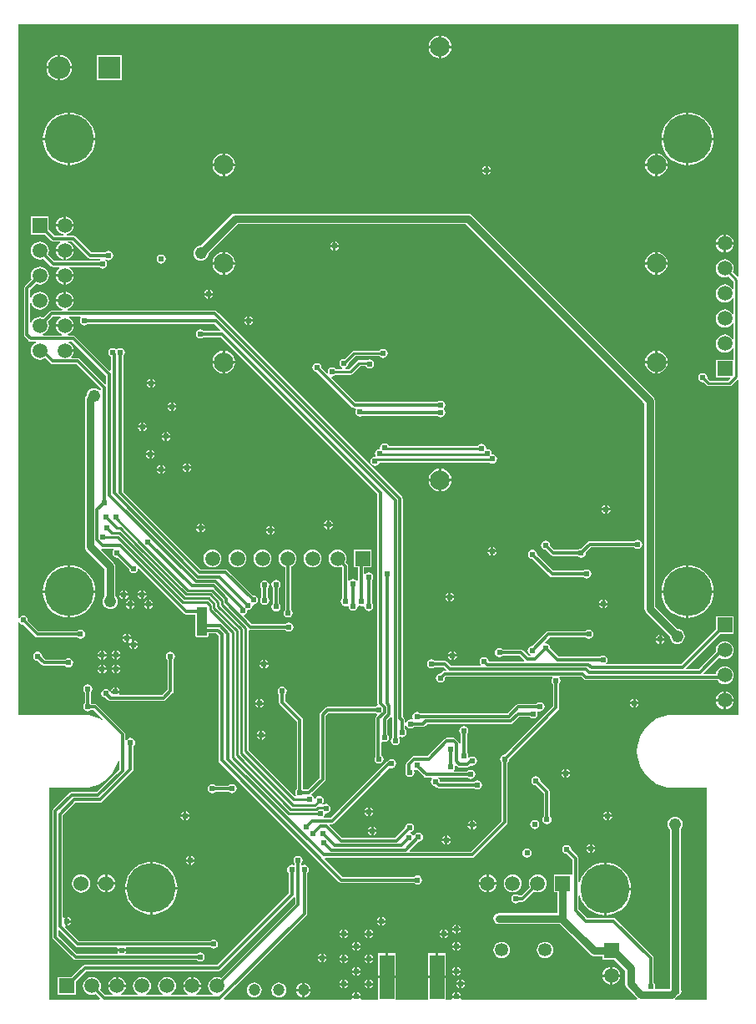
<source format=gbl>
%FSLAX25Y25*%
%MOIN*%
G70*
G01*
G75*
G04 Layer_Physical_Order=2*
G04 Layer_Color=16711680*
%ADD10R,0.03740X0.03150*%
%ADD11R,0.04134X0.05906*%
%ADD12R,0.02362X0.04134*%
%ADD13R,0.03543X0.02953*%
%ADD14R,0.07087X0.29528*%
%ADD15O,0.01378X0.03150*%
%ADD16O,0.03150X0.01378*%
%ADD17R,0.09843X0.09843*%
%ADD18R,0.01969X0.12205*%
%ADD19R,0.07874X0.09843*%
%ADD20R,0.07874X0.12992*%
%ADD21R,0.02362X0.05512*%
%ADD22R,0.04331X0.05709*%
%ADD23R,0.00984X0.07087*%
%ADD24O,0.06890X0.02165*%
%ADD25O,0.02165X0.06890*%
%ADD26R,0.02953X0.03543*%
%ADD27R,0.03150X0.03740*%
%ADD28R,0.04331X0.07480*%
%ADD29R,0.05709X0.04331*%
%ADD30R,0.04134X0.07087*%
%ADD31R,0.03937X0.09055*%
%ADD32R,0.05512X0.02362*%
%ADD33R,0.04331X0.07480*%
%ADD34O,0.03150X0.01181*%
%ADD35O,0.01181X0.03150*%
%ADD36R,0.02362X0.02362*%
%ADD37R,0.03937X0.01181*%
%ADD38R,0.02756X0.01181*%
%ADD39R,0.07087X0.04724*%
%ADD40R,0.06102X0.02362*%
%ADD41R,0.05906X0.11024*%
%ADD42R,0.03150X0.01969*%
%ADD43R,0.04134X0.08661*%
%ADD44R,0.05906X0.17716*%
%ADD45R,0.05906X0.16142*%
%ADD46O,0.01772X0.08268*%
%ADD47O,0.02362X0.13583*%
%ADD48R,0.18898X0.20315*%
%ADD49R,0.01969X0.02362*%
%ADD50R,0.05315X0.02362*%
%ADD51R,0.08465X0.09843*%
%ADD52C,0.01200*%
%ADD53C,0.02000*%
%ADD54C,0.01200*%
%ADD55C,0.03000*%
%ADD56C,0.00800*%
%ADD57C,0.01000*%
%ADD58C,0.04000*%
%ADD59C,0.01500*%
%ADD60R,0.07569X0.07569*%
%ADD61R,0.03937X0.04715*%
%ADD62R,0.07776X0.02559*%
%ADD63R,0.16929X0.07087*%
%ADD64R,0.04134X0.11614*%
%ADD65R,0.01705X0.00581*%
%ADD66R,0.01705X0.01280*%
%ADD67R,0.00239X0.00358*%
%ADD68R,0.00342X0.00386*%
%ADD69R,0.00342X0.00386*%
%ADD70R,0.00239X0.00358*%
%ADD71R,0.00280X0.00186*%
%ADD72R,0.00441X0.00236*%
%ADD73R,0.00248X0.00441*%
%ADD74R,0.00262X0.00395*%
%ADD75R,0.00286X0.00429*%
%ADD76R,0.02142X0.00344*%
%ADD77R,0.04702X0.00344*%
%ADD78C,0.04724*%
%ADD79C,0.05906*%
%ADD80R,0.05906X0.05906*%
%ADD81C,0.05315*%
%ADD82C,0.06000*%
%ADD83C,0.07874*%
%ADD84C,0.19685*%
%ADD85R,0.05906X0.05906*%
%ADD86C,0.09055*%
%ADD87R,0.09055X0.09055*%
%ADD88C,0.02400*%
%ADD89C,0.04800*%
G36*
X1470020Y1470841D02*
X1469558Y1470650D01*
X1467751Y1472458D01*
X1468028Y1473128D01*
X1468150Y1474055D01*
X1468028Y1474983D01*
X1467670Y1475847D01*
X1467101Y1476589D01*
X1466359Y1477158D01*
X1465494Y1477516D01*
X1464567Y1477639D01*
X1463640Y1477516D01*
X1462775Y1477158D01*
X1462033Y1476589D01*
X1461464Y1475847D01*
X1461106Y1474983D01*
X1460983Y1474055D01*
X1461106Y1473128D01*
X1461464Y1472263D01*
X1462033Y1471521D01*
X1462775Y1470952D01*
X1463640Y1470594D01*
X1464567Y1470472D01*
X1465494Y1470594D01*
X1466164Y1470871D01*
X1468071Y1468965D01*
Y1466102D01*
X1467598Y1465941D01*
X1467101Y1466589D01*
X1466359Y1467158D01*
X1465494Y1467516D01*
X1464567Y1467638D01*
X1463640Y1467516D01*
X1462775Y1467158D01*
X1462033Y1466589D01*
X1461464Y1465847D01*
X1461106Y1464983D01*
X1460983Y1464055D01*
X1461106Y1463128D01*
X1461464Y1462263D01*
X1462033Y1461521D01*
X1462775Y1460952D01*
X1463640Y1460594D01*
X1464567Y1460472D01*
X1465494Y1460594D01*
X1466359Y1460952D01*
X1467101Y1461521D01*
X1467598Y1462169D01*
X1468071Y1462008D01*
Y1456102D01*
X1467598Y1455941D01*
X1467101Y1456589D01*
X1466359Y1457158D01*
X1465494Y1457516D01*
X1464567Y1457638D01*
X1463640Y1457516D01*
X1462775Y1457158D01*
X1462033Y1456589D01*
X1461464Y1455847D01*
X1461106Y1454983D01*
X1460983Y1454055D01*
X1461106Y1453128D01*
X1461464Y1452263D01*
X1462033Y1451521D01*
X1462775Y1450952D01*
X1463640Y1450594D01*
X1464567Y1450472D01*
X1465494Y1450594D01*
X1466359Y1450952D01*
X1467101Y1451521D01*
X1467598Y1452169D01*
X1468071Y1452008D01*
Y1446102D01*
X1467598Y1445941D01*
X1467101Y1446589D01*
X1466359Y1447158D01*
X1465494Y1447516D01*
X1464567Y1447639D01*
X1463640Y1447516D01*
X1462775Y1447158D01*
X1462033Y1446589D01*
X1461464Y1445847D01*
X1461106Y1444983D01*
X1460983Y1444055D01*
X1461106Y1443128D01*
X1461464Y1442263D01*
X1462033Y1441521D01*
X1462775Y1440952D01*
X1463640Y1440594D01*
X1464567Y1440472D01*
X1465494Y1440594D01*
X1466359Y1440952D01*
X1467101Y1441521D01*
X1467598Y1442169D01*
X1468071Y1442008D01*
Y1437608D01*
X1461014D01*
Y1430502D01*
X1466550D01*
X1466742Y1430040D01*
X1465972Y1429271D01*
X1458535D01*
X1457601Y1430206D01*
X1457642Y1430413D01*
X1457503Y1431116D01*
X1457105Y1431711D01*
X1456509Y1432109D01*
X1455807Y1432249D01*
X1455105Y1432109D01*
X1454509Y1431711D01*
X1454111Y1431116D01*
X1453972Y1430413D01*
X1454111Y1429711D01*
X1454509Y1429116D01*
X1455105Y1428718D01*
X1455807Y1428578D01*
X1456015Y1428619D01*
X1457278Y1427357D01*
X1457278Y1427357D01*
X1457642Y1427113D01*
X1457642Y1427113D01*
X1457642Y1427113D01*
D01*
X1457642Y1427113D01*
X1457642Y1427113D01*
X1458071Y1427028D01*
X1458071Y1427028D01*
X1466437D01*
X1466437Y1427028D01*
X1466866Y1427113D01*
X1467230Y1427357D01*
X1469558Y1429685D01*
X1470020Y1429493D01*
Y1295885D01*
X1444134D01*
Y1295909D01*
X1441848Y1295729D01*
X1439619Y1295194D01*
X1437501Y1294316D01*
X1435546Y1293119D01*
X1433803Y1291630D01*
X1432314Y1289886D01*
X1431117Y1287932D01*
X1430239Y1285814D01*
X1429704Y1283585D01*
X1429524Y1281299D01*
X1429704Y1279014D01*
X1430239Y1276785D01*
X1431117Y1274667D01*
X1432314Y1272712D01*
X1433803Y1270969D01*
X1435546Y1269480D01*
X1437501Y1268282D01*
X1439619Y1267405D01*
X1441848Y1266870D01*
X1444134Y1266690D01*
Y1266713D01*
X1444134Y1266713D01*
X1457520D01*
Y1182224D01*
X1444801D01*
X1444656Y1182702D01*
X1444749Y1182765D01*
X1445733Y1183748D01*
X1446175Y1183836D01*
X1446770Y1184234D01*
X1447168Y1184829D01*
X1447308Y1185532D01*
X1447168Y1186234D01*
X1446925Y1186598D01*
Y1250254D01*
X1447305Y1250751D01*
X1447608Y1251481D01*
X1447711Y1252264D01*
X1447608Y1253047D01*
X1447305Y1253777D01*
X1446825Y1254403D01*
X1446198Y1254884D01*
X1445468Y1255187D01*
X1444685Y1255290D01*
X1443902Y1255187D01*
X1443172Y1254884D01*
X1442545Y1254403D01*
X1442064Y1253777D01*
X1441762Y1253047D01*
X1441659Y1252264D01*
X1441762Y1251481D01*
X1442064Y1250751D01*
X1442545Y1250124D01*
X1442642Y1250050D01*
Y1186714D01*
X1442348Y1186420D01*
X1436862D01*
X1436626Y1186861D01*
X1436637Y1186876D01*
X1436776Y1187579D01*
X1436637Y1188281D01*
X1436239Y1188876D01*
X1436164Y1188926D01*
Y1198819D01*
X1436071Y1199287D01*
X1435806Y1199684D01*
X1421042Y1214448D01*
X1420645Y1214713D01*
X1420177Y1214806D01*
X1409562D01*
X1406145Y1218223D01*
Y1223580D01*
X1406641Y1223638D01*
X1406770Y1223102D01*
X1407399Y1221583D01*
X1408258Y1220182D01*
X1409326Y1218932D01*
X1410575Y1217864D01*
X1411977Y1217006D01*
X1413495Y1216376D01*
X1415094Y1215993D01*
X1416232Y1215903D01*
Y1226338D01*
Y1236774D01*
X1415094Y1236684D01*
X1413495Y1236301D01*
X1411977Y1235672D01*
X1410575Y1234813D01*
X1409326Y1233745D01*
X1408258Y1232495D01*
X1407399Y1231094D01*
X1406770Y1229576D01*
X1406641Y1229039D01*
X1406145Y1229098D01*
Y1238583D01*
X1406052Y1239051D01*
X1405786Y1239448D01*
X1403196Y1242038D01*
X1403213Y1242126D01*
X1403074Y1242828D01*
X1402676Y1243424D01*
X1402080Y1243822D01*
X1401378Y1243961D01*
X1400676Y1243822D01*
X1400080Y1243424D01*
X1399682Y1242828D01*
X1399543Y1242126D01*
X1399682Y1241424D01*
X1400080Y1240828D01*
X1400676Y1240430D01*
X1401378Y1240291D01*
X1401466Y1240308D01*
X1403698Y1238076D01*
Y1232116D01*
X1403356D01*
Y1232116D01*
X1396250D01*
Y1225010D01*
X1397662D01*
Y1216708D01*
X1374213D01*
X1373393Y1216545D01*
X1372699Y1216081D01*
X1372234Y1215386D01*
X1372071Y1214567D01*
X1372234Y1213748D01*
X1372699Y1213053D01*
X1373393Y1212589D01*
X1374213Y1212426D01*
X1398621D01*
X1410789Y1200258D01*
X1411484Y1199794D01*
X1412303Y1199631D01*
X1415739D01*
Y1198219D01*
X1420407D01*
X1424827Y1193798D01*
Y1188386D01*
X1424990Y1187566D01*
X1424990Y1187566D01*
X1424990Y1187566D01*
X1425455Y1186872D01*
X1429562Y1182765D01*
X1429655Y1182702D01*
X1429510Y1182224D01*
X1359207D01*
X1358972Y1182665D01*
X1359026Y1182747D01*
X1359066Y1182949D01*
X1355595D01*
X1355635Y1182747D01*
X1355690Y1182665D01*
X1355454Y1182224D01*
X1353147D01*
Y1190768D01*
X1346042D01*
Y1182224D01*
X1333147D01*
Y1190768D01*
X1326042D01*
Y1182224D01*
X1319207D01*
X1318972Y1182665D01*
X1319026Y1182747D01*
X1319067Y1182949D01*
X1315595D01*
X1315635Y1182747D01*
X1315690Y1182665D01*
X1315454Y1182224D01*
X1264575D01*
X1264384Y1182686D01*
X1297420Y1215723D01*
X1297579Y1215961D01*
X1297686Y1216119D01*
X1297779Y1216588D01*
Y1232905D01*
X1297853Y1232954D01*
X1298251Y1233550D01*
X1298390Y1234252D01*
X1298251Y1234954D01*
X1297853Y1235550D01*
X1297257Y1235948D01*
X1296555Y1236087D01*
X1295853Y1235948D01*
X1295759Y1235885D01*
X1295318Y1236121D01*
Y1236349D01*
X1295392Y1236399D01*
X1295790Y1236994D01*
X1295930Y1237697D01*
X1295790Y1238399D01*
X1295392Y1238995D01*
X1294797Y1239392D01*
X1294094Y1239532D01*
X1293392Y1239392D01*
X1292797Y1238995D01*
X1292399Y1238399D01*
X1292259Y1237697D01*
X1292399Y1236994D01*
X1292779Y1236426D01*
X1292657Y1235941D01*
X1292430Y1235819D01*
X1292238Y1235948D01*
X1291535Y1236087D01*
X1290833Y1235948D01*
X1290238Y1235550D01*
X1289840Y1234954D01*
X1289700Y1234252D01*
X1289840Y1233550D01*
X1290238Y1232954D01*
X1290312Y1232905D01*
Y1224522D01*
X1261796Y1196007D01*
X1208878D01*
X1208410Y1195914D01*
X1208013Y1195649D01*
X1203555Y1191191D01*
X1198180D01*
Y1184085D01*
X1205285D01*
Y1189460D01*
X1209385Y1193560D01*
X1262303D01*
X1262771Y1193653D01*
X1263168Y1193918D01*
X1292401Y1223151D01*
X1292871Y1222836D01*
Y1220507D01*
X1263228Y1190864D01*
X1262660Y1191099D01*
X1261732Y1191221D01*
X1260805Y1191099D01*
X1259941Y1190741D01*
X1259198Y1190172D01*
X1258629Y1189429D01*
X1258271Y1188565D01*
X1258149Y1187638D01*
X1258271Y1186710D01*
X1258629Y1185846D01*
X1259198Y1185104D01*
X1259941Y1184534D01*
X1259984Y1184516D01*
X1259887Y1184026D01*
X1253578D01*
X1253480Y1184516D01*
X1253524Y1184534D01*
X1254266Y1185104D01*
X1254836Y1185846D01*
X1255194Y1186710D01*
X1255250Y1187138D01*
X1248215D01*
X1248271Y1186710D01*
X1248629Y1185846D01*
X1249198Y1185104D01*
X1249941Y1184534D01*
X1249984Y1184516D01*
X1249887Y1184026D01*
X1243577D01*
X1243480Y1184516D01*
X1243524Y1184534D01*
X1244266Y1185104D01*
X1244836Y1185846D01*
X1245194Y1186710D01*
X1245316Y1187638D01*
X1245194Y1188565D01*
X1244836Y1189429D01*
X1244266Y1190172D01*
X1243524Y1190741D01*
X1242660Y1191099D01*
X1241732Y1191221D01*
X1240805Y1191099D01*
X1239941Y1190741D01*
X1239198Y1190172D01*
X1238629Y1189429D01*
X1238271Y1188565D01*
X1238149Y1187638D01*
X1238271Y1186710D01*
X1238629Y1185846D01*
X1239198Y1185104D01*
X1239941Y1184534D01*
X1239985Y1184516D01*
X1239887Y1184026D01*
X1233578D01*
X1233480Y1184516D01*
X1233524Y1184534D01*
X1234266Y1185104D01*
X1234836Y1185846D01*
X1235194Y1186710D01*
X1235316Y1187638D01*
X1235194Y1188565D01*
X1234836Y1189429D01*
X1234266Y1190172D01*
X1233524Y1190741D01*
X1232660Y1191099D01*
X1231732Y1191221D01*
X1230805Y1191099D01*
X1229941Y1190741D01*
X1229198Y1190172D01*
X1228629Y1189429D01*
X1228271Y1188565D01*
X1228149Y1187638D01*
X1228271Y1186710D01*
X1228629Y1185846D01*
X1229198Y1185104D01*
X1229941Y1184534D01*
X1229984Y1184516D01*
X1229887Y1184026D01*
X1223577D01*
X1223480Y1184516D01*
X1223524Y1184534D01*
X1224266Y1185104D01*
X1224836Y1185846D01*
X1225194Y1186710D01*
X1225250Y1187138D01*
X1218215D01*
X1218271Y1186710D01*
X1218629Y1185846D01*
X1219198Y1185104D01*
X1219941Y1184534D01*
X1219985Y1184516D01*
X1219887Y1184026D01*
X1217074D01*
X1214958Y1186142D01*
X1215194Y1186710D01*
X1215316Y1187638D01*
X1215194Y1188565D01*
X1214836Y1189429D01*
X1214266Y1190172D01*
X1213524Y1190741D01*
X1212660Y1191099D01*
X1211732Y1191221D01*
X1210805Y1191099D01*
X1209941Y1190741D01*
X1209198Y1190172D01*
X1208629Y1189429D01*
X1208271Y1188565D01*
X1208149Y1187638D01*
X1208271Y1186710D01*
X1208629Y1185846D01*
X1209198Y1185104D01*
X1209941Y1184534D01*
X1210805Y1184177D01*
X1211732Y1184054D01*
X1212660Y1184177D01*
X1213228Y1184412D01*
X1214954Y1182686D01*
X1214763Y1182224D01*
X1194724D01*
Y1266713D01*
X1208110D01*
X1208110Y1266713D01*
Y1266690D01*
X1210396Y1266870D01*
X1212625Y1267405D01*
X1214743Y1268282D01*
X1216698Y1269480D01*
X1218441Y1270969D01*
X1219930Y1272712D01*
X1221128Y1274667D01*
X1222005Y1276785D01*
X1222197Y1277586D01*
X1222694Y1277528D01*
Y1274030D01*
X1213667Y1265003D01*
X1203543D01*
X1203075Y1264910D01*
X1202678Y1264645D01*
X1196280Y1258247D01*
X1196015Y1257850D01*
X1195922Y1257382D01*
Y1207283D01*
X1196015Y1206815D01*
X1196280Y1206418D01*
X1204351Y1198347D01*
X1204351Y1198347D01*
X1204351D01*
X1204351Y1198347D01*
X1204351D01*
X1204351Y1198347D01*
Y1198347D01*
Y1198347D01*
D01*
D01*
X1204351D01*
Y1198347D01*
X1204748Y1198082D01*
X1205217Y1197989D01*
X1253672D01*
X1253722Y1197915D01*
X1254317Y1197517D01*
X1255020Y1197377D01*
X1255722Y1197517D01*
X1256317Y1197915D01*
X1256715Y1198510D01*
X1256855Y1199213D01*
X1256715Y1199915D01*
X1256317Y1200510D01*
X1255722Y1200908D01*
X1255020Y1201048D01*
X1254317Y1200908D01*
X1253722Y1200510D01*
X1253672Y1200436D01*
X1225359D01*
X1225123Y1200877D01*
X1225318Y1201168D01*
X1225358Y1201370D01*
X1221886D01*
X1221926Y1201168D01*
X1222121Y1200877D01*
X1221885Y1200436D01*
X1205723D01*
X1198369Y1207790D01*
Y1209680D01*
X1198831Y1209872D01*
X1205237Y1203466D01*
X1205237D01*
X1205237Y1203466D01*
X1205237D01*
X1205237Y1203465D01*
Y1203466D01*
X1205237Y1203465D01*
Y1203466D01*
X1205634Y1203200D01*
X1206102Y1203107D01*
X1221754D01*
X1221989Y1202666D01*
X1221926Y1202572D01*
X1221886Y1202370D01*
X1225358D01*
X1225318Y1202572D01*
X1225255Y1202666D01*
X1225491Y1203107D01*
X1258889D01*
X1258939Y1203033D01*
X1259534Y1202635D01*
X1260236Y1202495D01*
X1260938Y1202635D01*
X1261534Y1203033D01*
X1261932Y1203628D01*
X1262072Y1204331D01*
X1261932Y1205033D01*
X1261534Y1205628D01*
X1260938Y1206026D01*
X1260236Y1206166D01*
X1259534Y1206026D01*
X1258939Y1205628D01*
X1258889Y1205554D01*
X1206609D01*
X1200959Y1211205D01*
X1201194Y1211646D01*
X1201173Y1211650D01*
Y1213385D01*
Y1215122D01*
X1200971Y1215081D01*
X1200610Y1214840D01*
X1200169Y1215076D01*
Y1255722D01*
X1205203Y1260756D01*
X1214919D01*
X1215387Y1260849D01*
X1215784Y1261114D01*
X1228030Y1273361D01*
X1228296Y1273758D01*
X1228389Y1274226D01*
X1228389Y1274226D01*
X1228389Y1274226D01*
Y1274226D01*
Y1283495D01*
X1228463Y1283545D01*
X1228861Y1284140D01*
X1229001Y1284842D01*
X1228861Y1285545D01*
X1228463Y1286140D01*
X1227868Y1286538D01*
X1227165Y1286678D01*
X1226463Y1286538D01*
X1225868Y1286140D01*
X1225619Y1285769D01*
X1225141Y1285914D01*
Y1287992D01*
X1225048Y1288460D01*
X1224782Y1288857D01*
X1213759Y1299881D01*
X1213362Y1300146D01*
X1212894Y1300239D01*
X1211485D01*
X1211436Y1300313D01*
X1211361Y1300363D01*
Y1304854D01*
X1211436Y1304903D01*
X1211833Y1305499D01*
X1211973Y1306201D01*
X1211833Y1306903D01*
X1211436Y1307498D01*
X1210840Y1307896D01*
X1210138Y1308036D01*
X1209435Y1307896D01*
X1208840Y1307498D01*
X1208442Y1306903D01*
X1208302Y1306201D01*
X1208442Y1305499D01*
X1208840Y1304903D01*
X1208914Y1304854D01*
Y1300363D01*
X1208840Y1300313D01*
X1208442Y1299718D01*
X1208302Y1299016D01*
X1208442Y1298313D01*
X1208840Y1297718D01*
X1209435Y1297320D01*
X1210138Y1297180D01*
X1210840Y1297320D01*
X1211436Y1297718D01*
X1211485Y1297792D01*
X1212387D01*
X1216131Y1294048D01*
X1215821Y1293655D01*
X1214743Y1294316D01*
X1212625Y1295194D01*
X1210396Y1295729D01*
X1208110Y1295909D01*
Y1295885D01*
X1182224D01*
Y1332743D01*
X1182702Y1332888D01*
X1183053Y1332364D01*
X1183648Y1331966D01*
X1184350Y1331826D01*
X1184438Y1331844D01*
X1189095Y1327186D01*
D01*
X1189095D01*
X1189095Y1327186D01*
X1189095Y1327186D01*
X1189095D01*
D01*
X1189095D01*
X1189095Y1327186D01*
Y1327186D01*
X1189095Y1327186D01*
Y1327186D01*
X1189492Y1326921D01*
X1189961Y1326828D01*
X1205838D01*
X1205887Y1326754D01*
X1206483Y1326356D01*
X1207185Y1326216D01*
X1207887Y1326356D01*
X1208483Y1326754D01*
X1208881Y1327349D01*
X1209020Y1328051D01*
X1208881Y1328753D01*
X1208483Y1329349D01*
X1207887Y1329747D01*
X1207185Y1329886D01*
X1206483Y1329747D01*
X1205887Y1329349D01*
X1205838Y1329275D01*
X1190467D01*
X1186168Y1333574D01*
X1186186Y1333661D01*
X1186046Y1334364D01*
X1185648Y1334959D01*
X1185053Y1335357D01*
X1184350Y1335497D01*
X1183648Y1335357D01*
X1183053Y1334959D01*
X1182702Y1334435D01*
X1182224Y1334580D01*
Y1571516D01*
X1470020D01*
Y1470841D01*
D02*
G37*
%LPC*%
G36*
X1324220Y1251244D02*
Y1250008D01*
X1325456D01*
X1325416Y1250210D01*
X1325018Y1250806D01*
X1324423Y1251203D01*
X1324220Y1251244D01*
D02*
G37*
G36*
X1388583Y1253902D02*
X1387880Y1253763D01*
X1387285Y1253365D01*
X1386887Y1252769D01*
X1386747Y1252067D01*
X1386887Y1251365D01*
X1387285Y1250769D01*
X1387880Y1250371D01*
X1388583Y1250232D01*
X1389285Y1250371D01*
X1389880Y1250769D01*
X1390278Y1251365D01*
X1390418Y1252067D01*
X1390278Y1252769D01*
X1389880Y1253365D01*
X1389285Y1253763D01*
X1388583Y1253902D01*
D02*
G37*
G36*
X1365318Y1251468D02*
X1364083D01*
Y1250233D01*
X1364285Y1250273D01*
X1364880Y1250671D01*
X1365278Y1251266D01*
X1365318Y1251468D01*
D02*
G37*
G36*
X1363083D02*
X1361847D01*
X1361887Y1251266D01*
X1362285Y1250671D01*
X1362880Y1250273D01*
X1363083Y1250233D01*
Y1251468D01*
D02*
G37*
G36*
X1323221Y1251244D02*
X1323018Y1251203D01*
X1322423Y1250806D01*
X1322025Y1250210D01*
X1321985Y1250008D01*
X1323221D01*
Y1251244D01*
D02*
G37*
G36*
X1352748Y1247700D02*
X1352546Y1247660D01*
X1351950Y1247262D01*
X1351552Y1246667D01*
X1351512Y1246465D01*
X1352748D01*
Y1247700D01*
D02*
G37*
G36*
X1354984Y1245465D02*
X1353748D01*
Y1244229D01*
X1353950Y1244269D01*
X1354546Y1244667D01*
X1354944Y1245262D01*
X1354984Y1245465D01*
D02*
G37*
G36*
X1353748Y1247700D02*
Y1246465D01*
X1354984D01*
X1354944Y1246667D01*
X1354546Y1247262D01*
X1353950Y1247660D01*
X1353748Y1247700D01*
D02*
G37*
G36*
X1325456Y1249008D02*
X1324220D01*
Y1247772D01*
X1324423Y1247812D01*
X1325018Y1248210D01*
X1325416Y1248806D01*
X1325456Y1249008D01*
D02*
G37*
G36*
X1323221D02*
X1321985D01*
X1322025Y1248806D01*
X1322423Y1248210D01*
X1323018Y1247812D01*
X1323221Y1247772D01*
Y1249008D01*
D02*
G37*
G36*
X1389075Y1271323D02*
X1388373Y1271184D01*
X1387777Y1270786D01*
X1387379Y1270191D01*
X1387239Y1269488D01*
X1387379Y1268786D01*
X1387777Y1268190D01*
X1388373Y1267793D01*
X1389075Y1267653D01*
X1389162Y1267670D01*
X1392280Y1264552D01*
Y1255383D01*
X1392206Y1255333D01*
X1391808Y1254738D01*
X1391669Y1254035D01*
X1391808Y1253333D01*
X1392206Y1252738D01*
X1392802Y1252340D01*
X1393504Y1252200D01*
X1394206Y1252340D01*
X1394802Y1252738D01*
X1395199Y1253333D01*
X1395339Y1254035D01*
X1395199Y1254738D01*
X1394802Y1255333D01*
X1394727Y1255383D01*
Y1265059D01*
X1394634Y1265527D01*
X1394369Y1265924D01*
X1390893Y1269401D01*
X1390910Y1269488D01*
X1390770Y1270191D01*
X1390372Y1270786D01*
X1389777Y1271184D01*
X1389075Y1271323D01*
D02*
G37*
G36*
X1321941Y1256685D02*
X1320705D01*
X1320745Y1256483D01*
X1321143Y1255887D01*
X1321739Y1255490D01*
X1321941Y1255449D01*
Y1256685D01*
D02*
G37*
G36*
X1250653Y1255110D02*
X1249417D01*
Y1253874D01*
X1249620Y1253915D01*
X1250215Y1254313D01*
X1250613Y1254908D01*
X1250653Y1255110D01*
D02*
G37*
G36*
X1324177Y1256685D02*
X1322941D01*
Y1255449D01*
X1323143Y1255490D01*
X1323739Y1255887D01*
X1324137Y1256483D01*
X1324177Y1256685D01*
D02*
G37*
G36*
X1418315Y1257248D02*
Y1256012D01*
X1419551D01*
X1419510Y1256214D01*
X1419113Y1256810D01*
X1418517Y1257207D01*
X1418315Y1257248D01*
D02*
G37*
G36*
X1417315D02*
X1417113Y1257207D01*
X1416517Y1256810D01*
X1416119Y1256214D01*
X1416079Y1256012D01*
X1417315D01*
Y1257248D01*
D02*
G37*
G36*
X1364083Y1253704D02*
Y1252468D01*
X1365318D01*
X1365278Y1252671D01*
X1364880Y1253266D01*
X1364285Y1253664D01*
X1364083Y1253704D01*
D02*
G37*
G36*
X1363083D02*
X1362880Y1253664D01*
X1362285Y1253266D01*
X1361887Y1252671D01*
X1361847Y1252468D01*
X1363083D01*
Y1253704D01*
D02*
G37*
G36*
X1417315Y1255012D02*
X1416079D01*
X1416119Y1254809D01*
X1416517Y1254214D01*
X1417113Y1253816D01*
X1417315Y1253776D01*
Y1255012D01*
D02*
G37*
G36*
X1248417Y1255110D02*
X1247182D01*
X1247222Y1254908D01*
X1247620Y1254313D01*
X1248215Y1253915D01*
X1248417Y1253874D01*
Y1255110D01*
D02*
G37*
G36*
X1419551Y1255012D02*
X1418315D01*
Y1253776D01*
X1418517Y1253816D01*
X1419113Y1254214D01*
X1419510Y1254809D01*
X1419551Y1255012D01*
D02*
G37*
G36*
X1352748Y1245465D02*
X1351512D01*
X1351552Y1245262D01*
X1351950Y1244667D01*
X1352546Y1244269D01*
X1352748Y1244229D01*
Y1245465D01*
D02*
G37*
G36*
X1235012Y1237069D02*
X1233873Y1236980D01*
X1232275Y1236596D01*
X1230756Y1235967D01*
X1229355Y1235108D01*
X1228105Y1234041D01*
X1227038Y1232791D01*
X1226179Y1231389D01*
X1225550Y1229871D01*
X1225166Y1228273D01*
X1225076Y1227134D01*
X1235012D01*
Y1237069D01*
D02*
G37*
G36*
X1417232Y1236774D02*
Y1226839D01*
X1427168D01*
X1427078Y1227977D01*
X1426694Y1229576D01*
X1426065Y1231094D01*
X1425207Y1232495D01*
X1424139Y1233745D01*
X1422889Y1234813D01*
X1421488Y1235672D01*
X1419969Y1236301D01*
X1418371Y1236684D01*
X1417232Y1236774D01*
D02*
G37*
G36*
X1236012Y1237069D02*
Y1227134D01*
X1245947D01*
X1245858Y1228273D01*
X1245474Y1229871D01*
X1244845Y1231389D01*
X1243986Y1232791D01*
X1242919Y1234041D01*
X1241669Y1235108D01*
X1240267Y1235967D01*
X1238749Y1236596D01*
X1237150Y1236980D01*
X1236012Y1237069D01*
D02*
G37*
G36*
X1217902Y1232108D02*
Y1229043D01*
X1220967D01*
X1220909Y1229483D01*
X1220546Y1230359D01*
X1219969Y1231111D01*
X1219217Y1231688D01*
X1218341Y1232051D01*
X1217902Y1232108D01*
D02*
G37*
G36*
X1216902D02*
X1216462Y1232051D01*
X1215586Y1231688D01*
X1214834Y1231111D01*
X1214257Y1230359D01*
X1213894Y1229483D01*
X1213836Y1229043D01*
X1216902D01*
Y1232108D01*
D02*
G37*
G36*
X1373321Y1228063D02*
X1370303D01*
Y1225046D01*
X1370731Y1225102D01*
X1371595Y1225460D01*
X1372337Y1226029D01*
X1372906Y1226772D01*
X1373264Y1227636D01*
X1373321Y1228063D01*
D02*
G37*
G36*
X1220967Y1228043D02*
X1217902D01*
Y1224978D01*
X1218341Y1225036D01*
X1219217Y1225399D01*
X1219969Y1225976D01*
X1220546Y1226728D01*
X1220909Y1227604D01*
X1220967Y1228043D01*
D02*
G37*
G36*
X1216902D02*
X1213836D01*
X1213894Y1227604D01*
X1214257Y1226728D01*
X1214834Y1225976D01*
X1215586Y1225399D01*
X1216462Y1225036D01*
X1216902Y1224978D01*
Y1228043D01*
D02*
G37*
G36*
X1379803Y1232147D02*
X1378876Y1232024D01*
X1378011Y1231666D01*
X1377269Y1231097D01*
X1376700Y1230355D01*
X1376342Y1229491D01*
X1376220Y1228563D01*
X1376342Y1227636D01*
X1376700Y1226772D01*
X1377269Y1226029D01*
X1378011Y1225460D01*
X1378876Y1225102D01*
X1379803Y1224980D01*
X1380731Y1225102D01*
X1381595Y1225460D01*
X1382337Y1226029D01*
X1382906Y1226772D01*
X1383264Y1227636D01*
X1383387Y1228563D01*
X1383264Y1229491D01*
X1382906Y1230355D01*
X1382337Y1231097D01*
X1381595Y1231666D01*
X1380731Y1232024D01*
X1379803Y1232147D01*
D02*
G37*
G36*
X1369303Y1228063D02*
X1366286D01*
X1366342Y1227636D01*
X1366700Y1226772D01*
X1367269Y1226029D01*
X1368011Y1225460D01*
X1368876Y1225102D01*
X1369303Y1225046D01*
Y1228063D01*
D02*
G37*
G36*
X1389803Y1232147D02*
X1388876Y1232024D01*
X1388011Y1231666D01*
X1387269Y1231097D01*
X1386700Y1230355D01*
X1386342Y1229491D01*
X1386220Y1228563D01*
X1386342Y1227636D01*
X1386577Y1227067D01*
X1383194Y1223684D01*
X1382450D01*
X1382400Y1223759D01*
X1381805Y1224156D01*
X1381102Y1224296D01*
X1380400Y1224156D01*
X1379805Y1223759D01*
X1379407Y1223163D01*
X1379267Y1222461D01*
X1379407Y1221758D01*
X1379805Y1221163D01*
X1380400Y1220765D01*
X1381102Y1220626D01*
X1381805Y1220765D01*
X1382400Y1221163D01*
X1382450Y1221237D01*
X1383701D01*
X1384169Y1221331D01*
X1384566Y1221596D01*
X1388307Y1225337D01*
X1388876Y1225102D01*
X1389803Y1224980D01*
X1390731Y1225102D01*
X1391595Y1225460D01*
X1392337Y1226029D01*
X1392906Y1226772D01*
X1393264Y1227636D01*
X1393386Y1228563D01*
X1393264Y1229491D01*
X1392906Y1230355D01*
X1392337Y1231097D01*
X1391595Y1231666D01*
X1390731Y1232024D01*
X1389803Y1232147D01*
D02*
G37*
G36*
X1410622Y1242020D02*
X1409386D01*
X1409426Y1241817D01*
X1409824Y1241222D01*
X1410420Y1240824D01*
X1410622Y1240784D01*
Y1242020D01*
D02*
G37*
G36*
X1385532Y1242583D02*
X1384829Y1242444D01*
X1384234Y1242046D01*
X1383836Y1241450D01*
X1383696Y1240748D01*
X1383836Y1240046D01*
X1384234Y1239450D01*
X1384829Y1239052D01*
X1385532Y1238913D01*
X1386234Y1239052D01*
X1386829Y1239450D01*
X1387227Y1240046D01*
X1387367Y1240748D01*
X1387227Y1241450D01*
X1386829Y1242046D01*
X1386234Y1242444D01*
X1385532Y1242583D01*
D02*
G37*
G36*
X1412858Y1242020D02*
X1411622D01*
Y1240784D01*
X1411824Y1240824D01*
X1412420Y1241222D01*
X1412818Y1241817D01*
X1412858Y1242020D01*
D02*
G37*
G36*
X1411622Y1244256D02*
Y1243020D01*
X1412858D01*
X1412818Y1243222D01*
X1412420Y1243817D01*
X1411824Y1244215D01*
X1411622Y1244256D01*
D02*
G37*
G36*
X1410622D02*
X1410420Y1244215D01*
X1409824Y1243817D01*
X1409426Y1243222D01*
X1409386Y1243020D01*
X1410622D01*
Y1244256D01*
D02*
G37*
G36*
X1251484Y1239433D02*
Y1238197D01*
X1252720D01*
X1252680Y1238399D01*
X1252282Y1238995D01*
X1251687Y1239392D01*
X1251484Y1239433D01*
D02*
G37*
G36*
X1370303Y1232081D02*
Y1229063D01*
X1373321D01*
X1373264Y1229491D01*
X1372906Y1230355D01*
X1372337Y1231097D01*
X1371595Y1231666D01*
X1370731Y1232024D01*
X1370303Y1232081D01*
D02*
G37*
G36*
X1369303D02*
X1368876Y1232024D01*
X1368011Y1231666D01*
X1367269Y1231097D01*
X1366700Y1230355D01*
X1366342Y1229491D01*
X1366286Y1229063D01*
X1369303D01*
Y1232081D01*
D02*
G37*
G36*
X1250484Y1237197D02*
X1249249D01*
X1249289Y1236994D01*
X1249687Y1236399D01*
X1250282Y1236001D01*
X1250484Y1235961D01*
Y1237197D01*
D02*
G37*
G36*
Y1239433D02*
X1250282Y1239392D01*
X1249687Y1238995D01*
X1249289Y1238399D01*
X1249249Y1238197D01*
X1250484D01*
Y1239433D01*
D02*
G37*
G36*
X1252720Y1237197D02*
X1251484D01*
Y1235961D01*
X1251687Y1236001D01*
X1252282Y1236399D01*
X1252680Y1236994D01*
X1252720Y1237197D01*
D02*
G37*
G36*
X1355307Y1318988D02*
X1354071D01*
X1354111Y1318786D01*
X1354509Y1318190D01*
X1355105Y1317793D01*
X1355307Y1317752D01*
Y1318988D01*
D02*
G37*
G36*
X1190059Y1321127D02*
X1189357Y1320987D01*
X1188761Y1320589D01*
X1188363Y1319994D01*
X1188224Y1319291D01*
X1188363Y1318589D01*
X1188761Y1317994D01*
X1189357Y1317596D01*
X1190059Y1317456D01*
X1190147Y1317474D01*
X1191851Y1315769D01*
X1192248Y1315504D01*
X1192717Y1315410D01*
X1201015D01*
X1201064Y1315336D01*
X1201660Y1314938D01*
X1202362Y1314799D01*
X1203065Y1314938D01*
X1203660Y1315336D01*
X1204058Y1315932D01*
X1204198Y1316634D01*
X1204058Y1317336D01*
X1203660Y1317932D01*
X1203065Y1318329D01*
X1202362Y1318469D01*
X1201660Y1318329D01*
X1201064Y1317932D01*
X1201015Y1317857D01*
X1193223D01*
X1191877Y1319204D01*
X1191894Y1319291D01*
X1191755Y1319994D01*
X1191357Y1320589D01*
X1190761Y1320987D01*
X1190059Y1321127D01*
D02*
G37*
G36*
X1357543Y1318988D02*
X1356307D01*
Y1317752D01*
X1356509Y1317793D01*
X1357105Y1318190D01*
X1357503Y1318786D01*
X1357543Y1318988D01*
D02*
G37*
G36*
X1217582Y1319185D02*
X1216346D01*
Y1317949D01*
X1216549Y1317990D01*
X1217144Y1318387D01*
X1217542Y1318983D01*
X1217582Y1319185D01*
D02*
G37*
G36*
X1215347D02*
X1214111D01*
X1214151Y1318983D01*
X1214549Y1318387D01*
X1215144Y1317990D01*
X1215347Y1317949D01*
Y1319185D01*
D02*
G37*
G36*
X1221858Y1315909D02*
Y1314673D01*
X1223094D01*
X1223054Y1314876D01*
X1222656Y1315471D01*
X1222061Y1315869D01*
X1221858Y1315909D01*
D02*
G37*
G36*
X1223094Y1313673D02*
X1221858D01*
Y1312437D01*
X1222061Y1312478D01*
X1222656Y1312875D01*
X1223054Y1313471D01*
X1223094Y1313673D01*
D02*
G37*
G36*
X1220858D02*
X1219623D01*
X1219663Y1313471D01*
X1220061Y1312875D01*
X1220656Y1312478D01*
X1220858Y1312437D01*
Y1313673D01*
D02*
G37*
G36*
X1215347Y1315909D02*
X1215144Y1315869D01*
X1214549Y1315471D01*
X1214151Y1314876D01*
X1214111Y1314673D01*
X1215347D01*
Y1315909D01*
D02*
G37*
G36*
X1220858D02*
X1220656Y1315869D01*
X1220061Y1315471D01*
X1219663Y1314876D01*
X1219623Y1314673D01*
X1220858D01*
Y1315909D01*
D02*
G37*
G36*
X1216346D02*
Y1314673D01*
X1217582D01*
X1217542Y1314876D01*
X1217144Y1315471D01*
X1216549Y1315869D01*
X1216346Y1315909D01*
D02*
G37*
G36*
X1221858Y1321421D02*
Y1320185D01*
X1223094D01*
X1223054Y1320387D01*
X1222656Y1320983D01*
X1222061Y1321381D01*
X1221858Y1321421D01*
D02*
G37*
G36*
X1220858D02*
X1220656Y1321381D01*
X1220061Y1320983D01*
X1219663Y1320387D01*
X1219623Y1320185D01*
X1220858D01*
Y1321421D01*
D02*
G37*
G36*
X1227847Y1323417D02*
X1226611D01*
X1226651Y1323215D01*
X1227049Y1322620D01*
X1227644Y1322222D01*
X1227847Y1322182D01*
Y1323417D01*
D02*
G37*
G36*
X1361909Y1495940D02*
X1268996D01*
X1268177Y1495777D01*
X1267482Y1495313D01*
X1255313Y1483144D01*
X1254532Y1483041D01*
X1253802Y1482739D01*
X1253175Y1482258D01*
X1252695Y1481631D01*
X1252392Y1480901D01*
X1252289Y1480118D01*
X1252392Y1479335D01*
X1252695Y1478605D01*
X1253175Y1477979D01*
X1253802Y1477498D01*
X1254532Y1477195D01*
X1255315Y1477092D01*
X1256098Y1477195D01*
X1256828Y1477498D01*
X1257455Y1477979D01*
X1257936Y1478605D01*
X1258238Y1479335D01*
X1258340Y1480116D01*
X1269883Y1491658D01*
X1361023D01*
X1432406Y1420275D01*
Y1338189D01*
X1432569Y1337370D01*
X1432569Y1337370D01*
X1432569Y1337370D01*
X1433033Y1336675D01*
X1442545Y1327163D01*
X1442648Y1326382D01*
X1442950Y1325652D01*
X1443431Y1325026D01*
X1444058Y1324545D01*
X1444788Y1324243D01*
X1445571Y1324139D01*
X1446354Y1324243D01*
X1447084Y1324545D01*
X1447711Y1325026D01*
X1448191Y1325652D01*
X1448494Y1326382D01*
X1448597Y1327165D01*
X1448494Y1327948D01*
X1448191Y1328678D01*
X1447711Y1329305D01*
X1447084Y1329786D01*
X1446354Y1330088D01*
X1445573Y1330191D01*
X1436688Y1339076D01*
Y1421161D01*
X1436525Y1421981D01*
X1436061Y1422675D01*
X1363424Y1495313D01*
X1362729Y1495777D01*
X1361909Y1495940D01*
D02*
G37*
G36*
X1230082Y1323417D02*
X1228846D01*
Y1322182D01*
X1229049Y1322222D01*
X1229644Y1322620D01*
X1230042Y1323215D01*
X1230082Y1323417D01*
D02*
G37*
G36*
X1216346Y1321421D02*
Y1320185D01*
X1217582D01*
X1217542Y1320387D01*
X1217144Y1320983D01*
X1216549Y1321381D01*
X1216346Y1321421D01*
D02*
G37*
G36*
X1223094Y1319185D02*
X1221858D01*
Y1317949D01*
X1222061Y1317990D01*
X1222656Y1318387D01*
X1223054Y1318983D01*
X1223094Y1319185D01*
D02*
G37*
G36*
X1220858D02*
X1219623D01*
X1219663Y1318983D01*
X1220061Y1318387D01*
X1220656Y1317990D01*
X1220858Y1317949D01*
Y1319185D01*
D02*
G37*
G36*
X1355307Y1321224D02*
X1355105Y1321184D01*
X1354509Y1320786D01*
X1354111Y1320191D01*
X1354071Y1319988D01*
X1355307D01*
Y1321224D01*
D02*
G37*
G36*
X1215347Y1321421D02*
X1215144Y1321381D01*
X1214549Y1320983D01*
X1214151Y1320387D01*
X1214111Y1320185D01*
X1215347D01*
Y1321421D01*
D02*
G37*
G36*
X1356307Y1321224D02*
Y1319988D01*
X1357543D01*
X1357503Y1320191D01*
X1357105Y1320786D01*
X1356509Y1321184D01*
X1356307Y1321224D01*
D02*
G37*
G36*
X1217582Y1313673D02*
X1216346D01*
Y1312437D01*
X1216549Y1312478D01*
X1217144Y1312875D01*
X1217542Y1313471D01*
X1217582Y1313673D01*
D02*
G37*
G36*
X1400484Y1274275D02*
X1400282Y1274235D01*
X1399687Y1273837D01*
X1399289Y1273242D01*
X1399249Y1273039D01*
X1400484D01*
Y1274275D01*
D02*
G37*
G36*
X1402720Y1272039D02*
X1401484D01*
Y1270804D01*
X1401687Y1270844D01*
X1402282Y1271242D01*
X1402680Y1271837D01*
X1402720Y1272039D01*
D02*
G37*
G36*
X1401484Y1274275D02*
Y1273039D01*
X1402720D01*
X1402680Y1273242D01*
X1402282Y1273837D01*
X1401687Y1274235D01*
X1401484Y1274275D01*
D02*
G37*
G36*
X1464067Y1301193D02*
X1461049D01*
X1461106Y1300766D01*
X1461464Y1299901D01*
X1462033Y1299159D01*
X1462775Y1298590D01*
X1463640Y1298232D01*
X1464067Y1298175D01*
Y1301193D01*
D02*
G37*
G36*
X1360335Y1291304D02*
X1359632Y1291164D01*
X1359037Y1290766D01*
X1358639Y1290171D01*
X1358499Y1289468D01*
X1358639Y1288766D01*
X1359037Y1288171D01*
X1359111Y1288121D01*
Y1281198D01*
X1358710Y1280900D01*
X1358545Y1280950D01*
Y1284313D01*
X1358452Y1284781D01*
X1358186Y1285178D01*
X1357066Y1286298D01*
X1356669Y1286563D01*
X1356201Y1286657D01*
X1353445D01*
X1352977Y1286563D01*
X1352580Y1286298D01*
X1345692Y1279411D01*
X1340491D01*
X1340022Y1279318D01*
X1339625Y1279053D01*
X1337521Y1276948D01*
X1337255Y1276551D01*
X1337162Y1276083D01*
Y1273753D01*
X1337084Y1273635D01*
X1336944Y1272933D01*
X1337084Y1272231D01*
X1337482Y1271635D01*
X1338077Y1271237D01*
X1338780Y1271098D01*
X1339482Y1271237D01*
X1340077Y1271635D01*
X1340475Y1272231D01*
X1340615Y1272933D01*
X1340475Y1273635D01*
X1340347Y1273827D01*
X1340701Y1274180D01*
X1340833Y1274092D01*
X1341535Y1273952D01*
X1341623Y1273970D01*
X1344410Y1271182D01*
X1344807Y1270917D01*
X1345276Y1270824D01*
X1347331D01*
X1347563Y1270477D01*
X1347613Y1270383D01*
X1347222Y1269797D01*
X1347082Y1269094D01*
X1347222Y1268392D01*
X1347620Y1267797D01*
X1348215Y1267399D01*
X1348917Y1267259D01*
X1349005Y1267277D01*
X1349332Y1266950D01*
X1349729Y1266685D01*
X1350197Y1266591D01*
X1364401D01*
X1364450Y1266517D01*
X1365046Y1266119D01*
X1365748Y1265980D01*
X1366450Y1266119D01*
X1367046Y1266517D01*
X1367444Y1267113D01*
X1367583Y1267815D01*
X1367444Y1268517D01*
X1367046Y1269113D01*
X1366450Y1269510D01*
X1365748Y1269650D01*
X1365046Y1269510D01*
X1364450Y1269113D01*
X1364401Y1269038D01*
X1350799D01*
X1350753Y1269094D01*
X1350613Y1269797D01*
X1350215Y1270392D01*
X1349620Y1270790D01*
X1349620Y1270790D01*
X1349620D01*
Y1270790D01*
X1349623Y1270824D01*
X1361743D01*
X1361793Y1270749D01*
X1362388Y1270352D01*
X1363091Y1270212D01*
X1363793Y1270352D01*
X1364388Y1270749D01*
X1364786Y1271345D01*
X1364926Y1272047D01*
X1364786Y1272750D01*
X1364388Y1273345D01*
X1363793Y1273743D01*
X1363091Y1273882D01*
X1362388Y1273743D01*
X1361793Y1273345D01*
X1361743Y1273271D01*
X1356507D01*
X1356276Y1273617D01*
X1356225Y1273712D01*
X1356617Y1274298D01*
X1356756Y1275000D01*
X1356637Y1275602D01*
X1357078Y1275838D01*
X1357599Y1275316D01*
X1357996Y1275051D01*
X1357996Y1275051D01*
X1357996Y1275051D01*
D01*
X1357996Y1275051D01*
X1357996Y1275051D01*
X1358465Y1274958D01*
X1361811D01*
X1362279Y1275051D01*
X1362676Y1275316D01*
X1363117Y1275757D01*
X1363780Y1275625D01*
X1364482Y1275765D01*
X1365077Y1276163D01*
X1365475Y1276758D01*
X1365615Y1277461D01*
X1365475Y1278163D01*
X1365077Y1278758D01*
X1364482Y1279156D01*
X1363780Y1279296D01*
X1363077Y1279156D01*
X1362489Y1278763D01*
X1362073Y1279041D01*
X1362170Y1279528D01*
X1362030Y1280230D01*
X1361632Y1280825D01*
X1361558Y1280875D01*
Y1288121D01*
X1361632Y1288171D01*
X1362030Y1288766D01*
X1362170Y1289468D01*
X1362030Y1290171D01*
X1361632Y1290766D01*
X1361037Y1291164D01*
X1360335Y1291304D01*
D02*
G37*
G36*
X1400484Y1272039D02*
X1399249D01*
X1399289Y1271837D01*
X1399687Y1271242D01*
X1400282Y1270844D01*
X1400484Y1270804D01*
Y1272039D01*
D02*
G37*
G36*
X1249417Y1257346D02*
Y1256110D01*
X1250653D01*
X1250613Y1256313D01*
X1250215Y1256908D01*
X1249620Y1257306D01*
X1249417Y1257346D01*
D02*
G37*
G36*
X1248417D02*
X1248215Y1257306D01*
X1247620Y1256908D01*
X1247222Y1256313D01*
X1247182Y1256110D01*
X1248417D01*
Y1257346D01*
D02*
G37*
G36*
X1321941Y1258921D02*
X1321739Y1258881D01*
X1321143Y1258483D01*
X1320745Y1257887D01*
X1320705Y1257685D01*
X1321941D01*
Y1258921D01*
D02*
G37*
G36*
X1267717Y1268174D02*
X1267014Y1268034D01*
X1266419Y1267636D01*
X1266369Y1267562D01*
X1261190D01*
X1261140Y1267636D01*
X1260545Y1268034D01*
X1259842Y1268174D01*
X1259140Y1268034D01*
X1258545Y1267636D01*
X1258147Y1267041D01*
X1258007Y1266339D01*
X1258147Y1265636D01*
X1258545Y1265041D01*
X1259140Y1264643D01*
X1259842Y1264503D01*
X1260545Y1264643D01*
X1261140Y1265041D01*
X1261190Y1265115D01*
X1266369D01*
X1266419Y1265041D01*
X1267014Y1264643D01*
X1267717Y1264503D01*
X1268419Y1264643D01*
X1269014Y1265041D01*
X1269412Y1265636D01*
X1269552Y1266339D01*
X1269412Y1267041D01*
X1269014Y1267636D01*
X1268419Y1268034D01*
X1267717Y1268174D01*
D02*
G37*
G36*
X1322941Y1258921D02*
Y1257685D01*
X1324177D01*
X1324137Y1257887D01*
X1323739Y1258483D01*
X1323143Y1258881D01*
X1322941Y1258921D01*
D02*
G37*
G36*
X1243110Y1321028D02*
X1242408Y1320889D01*
X1241813Y1320491D01*
X1241415Y1319895D01*
X1241275Y1319193D01*
X1241415Y1318491D01*
X1241813Y1317895D01*
X1241887Y1317846D01*
Y1305920D01*
X1239810Y1303843D01*
X1223071D01*
X1222835Y1304284D01*
X1222857Y1304317D01*
X1222897Y1304520D01*
X1219425D01*
X1219326Y1305020D01*
X1219385Y1305316D01*
X1218895Y1305218D01*
X1218621Y1305628D01*
X1218025Y1306026D01*
X1217323Y1306166D01*
X1216621Y1306026D01*
X1216025Y1305628D01*
X1215627Y1305033D01*
X1215488Y1304331D01*
X1215627Y1303628D01*
X1216025Y1303033D01*
X1216621Y1302635D01*
X1217323Y1302495D01*
X1217410Y1302513D01*
X1218169Y1301754D01*
X1218566Y1301489D01*
X1219034Y1301396D01*
X1240316D01*
X1240785Y1301489D01*
X1241182Y1301754D01*
X1241182Y1301754D01*
X1241182Y1301754D01*
X1243975Y1304548D01*
X1244241Y1304945D01*
X1244334Y1305413D01*
X1244334Y1305413D01*
X1244334Y1305413D01*
Y1305413D01*
Y1317846D01*
X1244408Y1317895D01*
X1244806Y1318491D01*
X1244946Y1319193D01*
X1244806Y1319895D01*
X1244408Y1320491D01*
X1243813Y1320889D01*
X1243110Y1321028D01*
D02*
G37*
G36*
X1465067Y1305210D02*
Y1302193D01*
X1468085D01*
X1468028Y1302620D01*
X1467670Y1303485D01*
X1467101Y1304227D01*
X1466359Y1304796D01*
X1465494Y1305154D01*
X1465067Y1305210D01*
D02*
G37*
G36*
X1220661Y1306756D02*
X1220459Y1306715D01*
X1219864Y1306317D01*
X1219466Y1305722D01*
X1219426Y1305520D01*
X1220661D01*
Y1306756D01*
D02*
G37*
G36*
X1215347Y1313673D02*
X1214111D01*
X1214151Y1313471D01*
X1214549Y1312875D01*
X1215144Y1312478D01*
X1215347Y1312437D01*
Y1313673D01*
D02*
G37*
G36*
X1221661Y1306756D02*
Y1305520D01*
X1222897D01*
X1222857Y1305722D01*
X1222459Y1306317D01*
X1221864Y1306715D01*
X1221661Y1306756D01*
D02*
G37*
G36*
X1464067Y1305210D02*
X1463640Y1305154D01*
X1462775Y1304796D01*
X1462033Y1304227D01*
X1461464Y1303485D01*
X1461106Y1302620D01*
X1461049Y1302193D01*
X1464067D01*
Y1305210D01*
D02*
G37*
G36*
X1427945Y1300091D02*
X1426709D01*
X1426749Y1299888D01*
X1427147Y1299293D01*
X1427743Y1298895D01*
X1427945Y1298855D01*
Y1300091D01*
D02*
G37*
G36*
X1468085Y1301193D02*
X1465067D01*
Y1298175D01*
X1465494Y1298232D01*
X1466359Y1298590D01*
X1467101Y1299159D01*
X1467670Y1299901D01*
X1468028Y1300766D01*
X1468085Y1301193D01*
D02*
G37*
G36*
X1430181Y1300091D02*
X1428945D01*
Y1298855D01*
X1429147Y1298895D01*
X1429743Y1299293D01*
X1430140Y1299888D01*
X1430181Y1300091D01*
D02*
G37*
G36*
X1428945Y1302326D02*
Y1301091D01*
X1430181D01*
X1430140Y1301293D01*
X1429743Y1301888D01*
X1429147Y1302286D01*
X1428945Y1302326D01*
D02*
G37*
G36*
X1427945D02*
X1427743Y1302286D01*
X1427147Y1301888D01*
X1426749Y1301293D01*
X1426709Y1301091D01*
X1427945D01*
Y1302326D01*
D02*
G37*
G36*
X1207402Y1232174D02*
X1206462Y1232051D01*
X1205586Y1231688D01*
X1204834Y1231111D01*
X1204257Y1230359D01*
X1203894Y1229483D01*
X1203771Y1228543D01*
X1203894Y1227604D01*
X1204257Y1226728D01*
X1204834Y1225976D01*
X1205586Y1225399D01*
X1206462Y1225036D01*
X1207402Y1224912D01*
X1208341Y1225036D01*
X1209217Y1225399D01*
X1209969Y1225976D01*
X1210546Y1226728D01*
X1210909Y1227604D01*
X1211033Y1228543D01*
X1210909Y1229483D01*
X1210546Y1230359D01*
X1209969Y1231111D01*
X1209217Y1231688D01*
X1208341Y1232051D01*
X1207402Y1232174D01*
D02*
G37*
G36*
X1319067Y1192949D02*
X1317831D01*
Y1191713D01*
X1318033Y1191753D01*
X1318628Y1192151D01*
X1319026Y1192747D01*
X1319067Y1192949D01*
D02*
G37*
G36*
X1316831D02*
X1315595D01*
X1315635Y1192747D01*
X1316033Y1192151D01*
X1316628Y1191753D01*
X1316831Y1191713D01*
Y1192949D01*
D02*
G37*
G36*
X1356831D02*
X1355595D01*
X1355635Y1192747D01*
X1356033Y1192151D01*
X1356628Y1191753D01*
X1356831Y1191713D01*
Y1192949D01*
D02*
G37*
G36*
X1329095Y1200726D02*
X1326042D01*
Y1191768D01*
X1329095D01*
Y1200726D01*
D02*
G37*
G36*
X1359066Y1192949D02*
X1357831D01*
Y1191713D01*
X1358033Y1191753D01*
X1358628Y1192151D01*
X1359026Y1192747D01*
X1359066Y1192949D01*
D02*
G37*
G36*
X1359457Y1190318D02*
Y1189083D01*
X1360693D01*
X1360652Y1189285D01*
X1360254Y1189880D01*
X1359659Y1190278D01*
X1359457Y1190318D01*
D02*
G37*
G36*
X1312831Y1190185D02*
Y1188949D01*
X1314067D01*
X1314026Y1189151D01*
X1313628Y1189746D01*
X1313033Y1190144D01*
X1312831Y1190185D01*
D02*
G37*
G36*
X1311831D02*
X1311628Y1190144D01*
X1311033Y1189746D01*
X1310635Y1189151D01*
X1310595Y1188949D01*
X1311831D01*
Y1190185D01*
D02*
G37*
G36*
X1321831D02*
X1321628Y1190144D01*
X1321033Y1189746D01*
X1320635Y1189151D01*
X1320595Y1188949D01*
X1321831D01*
Y1190185D01*
D02*
G37*
G36*
X1358457Y1190318D02*
X1358254Y1190278D01*
X1357659Y1189880D01*
X1357261Y1189285D01*
X1357221Y1189083D01*
X1358457D01*
Y1190318D01*
D02*
G37*
G36*
X1322831Y1190185D02*
Y1188949D01*
X1324067D01*
X1324026Y1189151D01*
X1323628Y1189746D01*
X1323033Y1190144D01*
X1322831Y1190185D01*
D02*
G37*
G36*
X1356831Y1195185D02*
X1356628Y1195144D01*
X1356033Y1194746D01*
X1355635Y1194151D01*
X1355595Y1193949D01*
X1356831D01*
Y1195185D01*
D02*
G37*
G36*
X1317831D02*
Y1193949D01*
X1319067D01*
X1319026Y1194151D01*
X1318628Y1194746D01*
X1318033Y1195144D01*
X1317831Y1195185D01*
D02*
G37*
G36*
X1357831D02*
Y1193949D01*
X1359066D01*
X1359026Y1194151D01*
X1358628Y1194746D01*
X1358033Y1195144D01*
X1357831Y1195185D01*
D02*
G37*
G36*
X1314067Y1197949D02*
X1312831D01*
Y1196713D01*
X1313033Y1196753D01*
X1313628Y1197151D01*
X1314026Y1197746D01*
X1314067Y1197949D01*
D02*
G37*
G36*
X1311831D02*
X1310595D01*
X1310635Y1197746D01*
X1311033Y1197151D01*
X1311628Y1196753D01*
X1311831Y1196713D01*
Y1197949D01*
D02*
G37*
G36*
X1316831Y1195185D02*
X1316628Y1195144D01*
X1316033Y1194746D01*
X1315635Y1194151D01*
X1315595Y1193949D01*
X1316831D01*
Y1195185D01*
D02*
G37*
G36*
X1349094Y1200726D02*
X1346042D01*
Y1191768D01*
X1349094D01*
Y1200726D01*
D02*
G37*
G36*
X1333147D02*
X1330095D01*
Y1191768D01*
X1333147D01*
Y1200726D01*
D02*
G37*
G36*
X1353147D02*
X1350095D01*
Y1191768D01*
X1353147D01*
Y1200726D01*
D02*
G37*
G36*
X1419791Y1195289D02*
Y1192272D01*
X1422809D01*
X1422753Y1192699D01*
X1422395Y1193563D01*
X1421825Y1194306D01*
X1421083Y1194875D01*
X1420219Y1195233D01*
X1419791Y1195289D01*
D02*
G37*
G36*
X1418791D02*
X1418364Y1195233D01*
X1417500Y1194875D01*
X1416757Y1194306D01*
X1416188Y1193563D01*
X1415830Y1192699D01*
X1415774Y1192272D01*
X1418791D01*
Y1195289D01*
D02*
G37*
G36*
X1357831Y1185185D02*
Y1183949D01*
X1359066D01*
X1359026Y1184151D01*
X1358628Y1184746D01*
X1358033Y1185144D01*
X1357831Y1185185D01*
D02*
G37*
G36*
X1356831D02*
X1356628Y1185144D01*
X1356033Y1184746D01*
X1355635Y1184151D01*
X1355595Y1183949D01*
X1356831D01*
Y1185185D01*
D02*
G37*
G36*
X1295760Y1188946D02*
X1295487Y1188910D01*
X1294766Y1188611D01*
X1294147Y1188136D01*
X1293672Y1187518D01*
X1293374Y1186797D01*
X1293338Y1186524D01*
X1295760D01*
Y1188946D01*
D02*
G37*
G36*
X1311831Y1187949D02*
X1310595D01*
X1310635Y1187747D01*
X1311033Y1187151D01*
X1311628Y1186753D01*
X1311831Y1186713D01*
Y1187949D01*
D02*
G37*
G36*
X1296760Y1188946D02*
Y1186524D01*
X1299182D01*
X1299146Y1186797D01*
X1298847Y1187518D01*
X1298372Y1188136D01*
X1297754Y1188611D01*
X1297033Y1188910D01*
X1296760Y1188946D01*
D02*
G37*
G36*
X1317831Y1185185D02*
Y1183949D01*
X1319067D01*
X1319026Y1184151D01*
X1318628Y1184746D01*
X1318033Y1185144D01*
X1317831Y1185185D01*
D02*
G37*
G36*
X1286417Y1189011D02*
X1285644Y1188910D01*
X1284923Y1188611D01*
X1284305Y1188136D01*
X1283830Y1187518D01*
X1283531Y1186797D01*
X1283430Y1186024D01*
X1283531Y1185250D01*
X1283830Y1184530D01*
X1284305Y1183911D01*
X1284923Y1183436D01*
X1285644Y1183138D01*
X1286417Y1183036D01*
X1287191Y1183138D01*
X1287911Y1183436D01*
X1288530Y1183911D01*
X1289005Y1184530D01*
X1289303Y1185250D01*
X1289405Y1186024D01*
X1289303Y1186797D01*
X1289005Y1187518D01*
X1288530Y1188136D01*
X1287911Y1188611D01*
X1287191Y1188910D01*
X1286417Y1189011D01*
D02*
G37*
G36*
X1276575D02*
X1275801Y1188910D01*
X1275081Y1188611D01*
X1274462Y1188136D01*
X1273987Y1187518D01*
X1273689Y1186797D01*
X1273587Y1186024D01*
X1273689Y1185250D01*
X1273987Y1184530D01*
X1274462Y1183911D01*
X1275081Y1183436D01*
X1275801Y1183138D01*
X1276575Y1183036D01*
X1277348Y1183138D01*
X1278069Y1183436D01*
X1278687Y1183911D01*
X1279162Y1184530D01*
X1279461Y1185250D01*
X1279563Y1186024D01*
X1279461Y1186797D01*
X1279162Y1187518D01*
X1278687Y1188136D01*
X1278069Y1188611D01*
X1277348Y1188910D01*
X1276575Y1189011D01*
D02*
G37*
G36*
X1295760Y1185524D02*
X1293338D01*
X1293374Y1185250D01*
X1293672Y1184530D01*
X1294147Y1183911D01*
X1294766Y1183436D01*
X1295487Y1183138D01*
X1295760Y1183102D01*
Y1185524D01*
D02*
G37*
G36*
X1316831Y1185185D02*
X1316628Y1185144D01*
X1316033Y1184746D01*
X1315635Y1184151D01*
X1315595Y1183949D01*
X1316831D01*
Y1185185D01*
D02*
G37*
G36*
X1299182Y1185524D02*
X1296760D01*
Y1183102D01*
X1297033Y1183138D01*
X1297754Y1183436D01*
X1298372Y1183911D01*
X1298847Y1184530D01*
X1299146Y1185250D01*
X1299182Y1185524D01*
D02*
G37*
G36*
X1251232Y1191155D02*
X1250805Y1191099D01*
X1249941Y1190741D01*
X1249198Y1190172D01*
X1248629Y1189429D01*
X1248271Y1188565D01*
X1248215Y1188138D01*
X1251232D01*
Y1191155D01*
D02*
G37*
G36*
X1222232D02*
Y1188138D01*
X1225250D01*
X1225194Y1188565D01*
X1224836Y1189429D01*
X1224266Y1190172D01*
X1223524Y1190741D01*
X1222660Y1191099D01*
X1222232Y1191155D01*
D02*
G37*
G36*
X1252232D02*
Y1188138D01*
X1255250D01*
X1255194Y1188565D01*
X1254836Y1189429D01*
X1254266Y1190172D01*
X1253524Y1190741D01*
X1252660Y1191099D01*
X1252232Y1191155D01*
D02*
G37*
G36*
X1422809Y1191272D02*
X1419791D01*
Y1188254D01*
X1420219Y1188310D01*
X1421083Y1188668D01*
X1421825Y1189238D01*
X1422395Y1189980D01*
X1422753Y1190844D01*
X1422809Y1191272D01*
D02*
G37*
G36*
X1418791D02*
X1415774D01*
X1415830Y1190844D01*
X1416188Y1189980D01*
X1416757Y1189238D01*
X1417500Y1188668D01*
X1418364Y1188310D01*
X1418791Y1188254D01*
Y1191272D01*
D02*
G37*
G36*
X1221232Y1191155D02*
X1220805Y1191099D01*
X1219941Y1190741D01*
X1219198Y1190172D01*
X1218629Y1189429D01*
X1218271Y1188565D01*
X1218215Y1188138D01*
X1221232D01*
Y1191155D01*
D02*
G37*
G36*
X1321831Y1187949D02*
X1320595D01*
X1320635Y1187747D01*
X1321033Y1187151D01*
X1321628Y1186753D01*
X1321831Y1186713D01*
Y1187949D01*
D02*
G37*
G36*
X1314067D02*
X1312831D01*
Y1186713D01*
X1313033Y1186753D01*
X1313628Y1187151D01*
X1314026Y1187747D01*
X1314067Y1187949D01*
D02*
G37*
G36*
X1324067D02*
X1322831D01*
Y1186713D01*
X1323033Y1186753D01*
X1323628Y1187151D01*
X1324026Y1187747D01*
X1324067Y1187949D01*
D02*
G37*
G36*
X1360693Y1188083D02*
X1359457D01*
Y1186847D01*
X1359659Y1186887D01*
X1360254Y1187285D01*
X1360652Y1187880D01*
X1360693Y1188083D01*
D02*
G37*
G36*
X1358457D02*
X1357221D01*
X1357261Y1187880D01*
X1357659Y1187285D01*
X1358254Y1186887D01*
X1358457Y1186847D01*
Y1188083D01*
D02*
G37*
G36*
X1321831Y1197949D02*
X1320595D01*
X1320635Y1197746D01*
X1321033Y1197151D01*
X1321628Y1196753D01*
X1321831Y1196713D01*
Y1197949D01*
D02*
G37*
G36*
Y1210185D02*
X1321628Y1210144D01*
X1321033Y1209746D01*
X1320635Y1209151D01*
X1320595Y1208949D01*
X1321831D01*
Y1210185D01*
D02*
G37*
G36*
X1312831D02*
Y1208949D01*
X1314067D01*
X1314026Y1209151D01*
X1313628Y1209746D01*
X1313033Y1210144D01*
X1312831Y1210185D01*
D02*
G37*
G36*
X1322831D02*
Y1208949D01*
X1324067D01*
X1324026Y1209151D01*
X1323628Y1209746D01*
X1323033Y1210144D01*
X1322831Y1210185D01*
D02*
G37*
G36*
X1352831D02*
Y1208949D01*
X1354066D01*
X1354026Y1209151D01*
X1353628Y1209746D01*
X1353033Y1210144D01*
X1352831Y1210185D01*
D02*
G37*
G36*
X1351831D02*
X1351628Y1210144D01*
X1351033Y1209746D01*
X1350635Y1209151D01*
X1350595Y1208949D01*
X1351831D01*
Y1210185D01*
D02*
G37*
G36*
X1311831D02*
X1311628Y1210144D01*
X1311033Y1209746D01*
X1310635Y1209151D01*
X1310595Y1208949D01*
X1311831D01*
Y1210185D01*
D02*
G37*
G36*
X1351831Y1207949D02*
X1350595D01*
X1350635Y1207747D01*
X1351033Y1207151D01*
X1351628Y1206753D01*
X1351831Y1206713D01*
Y1207949D01*
D02*
G37*
G36*
X1324067D02*
X1322831D01*
Y1206713D01*
X1323033Y1206753D01*
X1323628Y1207151D01*
X1324026Y1207747D01*
X1324067Y1207949D01*
D02*
G37*
G36*
X1354066D02*
X1352831D01*
Y1206713D01*
X1353033Y1206753D01*
X1353628Y1207151D01*
X1354026Y1207747D01*
X1354066Y1207949D01*
D02*
G37*
G36*
X1359118Y1209835D02*
X1357882D01*
Y1208599D01*
X1358084Y1208639D01*
X1358680Y1209037D01*
X1359077Y1209632D01*
X1359118Y1209835D01*
D02*
G37*
G36*
X1356882D02*
X1355646D01*
X1355686Y1209632D01*
X1356084Y1209037D01*
X1356680Y1208639D01*
X1356882Y1208599D01*
Y1209835D01*
D02*
G37*
G36*
X1327831Y1215185D02*
Y1213949D01*
X1329066D01*
X1329026Y1214151D01*
X1328628Y1214746D01*
X1328033Y1215144D01*
X1327831Y1215185D01*
D02*
G37*
G36*
X1326831D02*
X1326628Y1215144D01*
X1326033Y1214746D01*
X1325635Y1214151D01*
X1325595Y1213949D01*
X1326831D01*
Y1215185D01*
D02*
G37*
G36*
X1427168Y1225839D02*
X1417232D01*
Y1215903D01*
X1418371Y1215993D01*
X1419969Y1216376D01*
X1421488Y1217006D01*
X1422889Y1217864D01*
X1424139Y1218932D01*
X1425207Y1220182D01*
X1426065Y1221583D01*
X1426694Y1223102D01*
X1427078Y1224700D01*
X1427168Y1225839D01*
D02*
G37*
G36*
X1245947Y1226134D02*
X1236012D01*
Y1216198D01*
X1237150Y1216288D01*
X1238749Y1216672D01*
X1240267Y1217301D01*
X1241669Y1218160D01*
X1242919Y1219227D01*
X1243986Y1220477D01*
X1244845Y1221878D01*
X1245474Y1223397D01*
X1245858Y1224995D01*
X1245947Y1226134D01*
D02*
G37*
G36*
X1235012D02*
X1225076D01*
X1225166Y1224995D01*
X1225550Y1223397D01*
X1226179Y1221878D01*
X1227038Y1220477D01*
X1228105Y1219227D01*
X1229355Y1218160D01*
X1230756Y1217301D01*
X1232275Y1216672D01*
X1233873Y1216288D01*
X1235012Y1216198D01*
Y1226134D01*
D02*
G37*
G36*
X1202173Y1215122D02*
Y1213886D01*
X1203409D01*
X1203369Y1214088D01*
X1202971Y1214684D01*
X1202376Y1215081D01*
X1202173Y1215122D01*
D02*
G37*
G36*
X1357882Y1212070D02*
Y1210835D01*
X1359118D01*
X1359077Y1211037D01*
X1358680Y1211632D01*
X1358084Y1212030D01*
X1357882Y1212070D01*
D02*
G37*
G36*
X1356882D02*
X1356680Y1212030D01*
X1356084Y1211632D01*
X1355686Y1211037D01*
X1355646Y1210835D01*
X1356882D01*
Y1212070D01*
D02*
G37*
G36*
X1203409Y1212886D02*
X1202173D01*
Y1211650D01*
X1202376Y1211690D01*
X1202971Y1212088D01*
X1203369Y1212683D01*
X1203409Y1212886D01*
D02*
G37*
G36*
X1329066Y1212949D02*
X1327831D01*
Y1211713D01*
X1328033Y1211753D01*
X1328628Y1212151D01*
X1329026Y1212747D01*
X1329066Y1212949D01*
D02*
G37*
G36*
X1326831D02*
X1325595D01*
X1325635Y1212747D01*
X1326033Y1212151D01*
X1326628Y1211753D01*
X1326831Y1211713D01*
Y1212949D01*
D02*
G37*
G36*
X1321831Y1200185D02*
X1321628Y1200144D01*
X1321033Y1199747D01*
X1320635Y1199151D01*
X1320595Y1198949D01*
X1321831D01*
Y1200185D01*
D02*
G37*
G36*
X1312831D02*
Y1198949D01*
X1314067D01*
X1314026Y1199151D01*
X1313628Y1199747D01*
X1313033Y1200144D01*
X1312831Y1200185D01*
D02*
G37*
G36*
X1322831D02*
Y1198949D01*
X1324067D01*
X1324026Y1199151D01*
X1323628Y1199747D01*
X1323033Y1200144D01*
X1322831Y1200185D01*
D02*
G37*
G36*
X1304240Y1200653D02*
Y1199417D01*
X1305476D01*
X1305436Y1199620D01*
X1305038Y1200215D01*
X1304443Y1200613D01*
X1304240Y1200653D01*
D02*
G37*
G36*
X1303240D02*
X1303038Y1200613D01*
X1302442Y1200215D01*
X1302045Y1199620D01*
X1302004Y1199417D01*
X1303240D01*
Y1200653D01*
D02*
G37*
G36*
X1311831Y1200185D02*
X1311628Y1200144D01*
X1311033Y1199747D01*
X1310635Y1199151D01*
X1310595Y1198949D01*
X1311831D01*
Y1200185D01*
D02*
G37*
G36*
X1303240Y1198417D02*
X1302004D01*
X1302045Y1198215D01*
X1302442Y1197620D01*
X1303038Y1197222D01*
X1303240Y1197182D01*
Y1198417D01*
D02*
G37*
G36*
X1324067Y1197949D02*
X1322831D01*
Y1196713D01*
X1323033Y1196753D01*
X1323628Y1197151D01*
X1324026Y1197746D01*
X1324067Y1197949D01*
D02*
G37*
G36*
X1305476Y1198417D02*
X1304240D01*
Y1197182D01*
X1304443Y1197222D01*
X1305038Y1197620D01*
X1305436Y1198215D01*
X1305476Y1198417D01*
D02*
G37*
G36*
X1392717Y1205274D02*
X1391866Y1205162D01*
X1391074Y1204834D01*
X1390393Y1204312D01*
X1389871Y1203631D01*
X1389543Y1202839D01*
X1389431Y1201988D01*
X1389543Y1201138D01*
X1389871Y1200346D01*
X1390393Y1199665D01*
X1391074Y1199143D01*
X1391866Y1198815D01*
X1392717Y1198703D01*
X1393567Y1198815D01*
X1394359Y1199143D01*
X1395040Y1199665D01*
X1395562Y1200346D01*
X1395890Y1201138D01*
X1396002Y1201988D01*
X1395890Y1202839D01*
X1395562Y1203631D01*
X1395040Y1204312D01*
X1394359Y1204834D01*
X1393567Y1205162D01*
X1392717Y1205274D01*
D02*
G37*
G36*
X1375394D02*
X1374543Y1205162D01*
X1373751Y1204834D01*
X1373070Y1204312D01*
X1372548Y1203631D01*
X1372220Y1202839D01*
X1372108Y1201988D01*
X1372220Y1201138D01*
X1372548Y1200346D01*
X1373070Y1199665D01*
X1373751Y1199143D01*
X1374543Y1198815D01*
X1375394Y1198703D01*
X1376244Y1198815D01*
X1377036Y1199143D01*
X1377717Y1199665D01*
X1378239Y1200346D01*
X1378567Y1201138D01*
X1378679Y1201988D01*
X1378567Y1202839D01*
X1378239Y1203631D01*
X1377717Y1204312D01*
X1377036Y1204834D01*
X1376244Y1205162D01*
X1375394Y1205274D01*
D02*
G37*
G36*
X1357831Y1205185D02*
Y1203949D01*
X1359066D01*
X1359026Y1204151D01*
X1358628Y1204747D01*
X1358033Y1205144D01*
X1357831Y1205185D01*
D02*
G37*
G36*
X1356831D02*
X1356628Y1205144D01*
X1356033Y1204747D01*
X1355635Y1204151D01*
X1355595Y1203949D01*
X1356831D01*
Y1205185D01*
D02*
G37*
G36*
X1311831Y1207949D02*
X1310595D01*
X1310635Y1207747D01*
X1311033Y1207151D01*
X1311628Y1206753D01*
X1311831Y1206713D01*
Y1207949D01*
D02*
G37*
G36*
X1321831D02*
X1320595D01*
X1320635Y1207747D01*
X1321033Y1207151D01*
X1321628Y1206753D01*
X1321831Y1206713D01*
Y1207949D01*
D02*
G37*
G36*
X1314067D02*
X1312831D01*
Y1206713D01*
X1313033Y1206753D01*
X1313628Y1207151D01*
X1314026Y1207747D01*
X1314067Y1207949D01*
D02*
G37*
G36*
X1317831Y1205185D02*
Y1203949D01*
X1319067D01*
X1319026Y1204151D01*
X1318628Y1204747D01*
X1318033Y1205144D01*
X1317831Y1205185D01*
D02*
G37*
G36*
X1319067Y1202949D02*
X1317831D01*
Y1201713D01*
X1318033Y1201753D01*
X1318628Y1202151D01*
X1319026Y1202746D01*
X1319067Y1202949D01*
D02*
G37*
G36*
X1316831D02*
X1315595D01*
X1315635Y1202746D01*
X1316033Y1202151D01*
X1316628Y1201753D01*
X1316831Y1201713D01*
Y1202949D01*
D02*
G37*
G36*
X1356831D02*
X1355595D01*
X1355635Y1202746D01*
X1356033Y1202151D01*
X1356628Y1201753D01*
X1356831Y1201713D01*
Y1202949D01*
D02*
G37*
G36*
X1316831Y1205185D02*
X1316628Y1205144D01*
X1316033Y1204747D01*
X1315635Y1204151D01*
X1315595Y1203949D01*
X1316831D01*
Y1205185D01*
D02*
G37*
G36*
X1359066Y1202949D02*
X1357831D01*
Y1201713D01*
X1358033Y1201753D01*
X1358628Y1202151D01*
X1359026Y1202746D01*
X1359066Y1202949D01*
D02*
G37*
G36*
X1204463Y1470642D02*
X1201445D01*
Y1467624D01*
X1201872Y1467680D01*
X1202737Y1468038D01*
X1203479Y1468608D01*
X1204048Y1469350D01*
X1204406Y1470214D01*
X1204463Y1470642D01*
D02*
G37*
G36*
X1200445D02*
X1197427D01*
X1197484Y1470214D01*
X1197842Y1469350D01*
X1198411Y1468608D01*
X1199153Y1468038D01*
X1200017Y1467680D01*
X1200445Y1467624D01*
Y1470642D01*
D02*
G37*
G36*
X1268880Y1475484D02*
X1264870D01*
Y1471474D01*
X1265555Y1471564D01*
X1266658Y1472021D01*
X1267606Y1472748D01*
X1268333Y1473696D01*
X1268790Y1474800D01*
X1268880Y1475484D01*
D02*
G37*
G36*
X1263870D02*
X1259860D01*
X1259950Y1474800D01*
X1260407Y1473696D01*
X1261134Y1472748D01*
X1262082Y1472021D01*
X1263186Y1471564D01*
X1263870Y1471474D01*
Y1475484D01*
D02*
G37*
G36*
X1190945Y1474725D02*
X1190017Y1474603D01*
X1189153Y1474245D01*
X1188411Y1473676D01*
X1187842Y1472933D01*
X1187484Y1472069D01*
X1187362Y1471142D01*
X1187484Y1470214D01*
X1187719Y1469646D01*
X1184962Y1466889D01*
X1184696Y1466492D01*
X1184603Y1466024D01*
Y1447539D01*
X1184603Y1447539D01*
X1184603D01*
X1184696Y1447071D01*
X1184962Y1446674D01*
X1186438Y1445198D01*
X1186835Y1444933D01*
X1187303Y1444839D01*
X1189307D01*
X1189404Y1444349D01*
X1189153Y1444245D01*
X1188411Y1443676D01*
X1187842Y1442933D01*
X1187484Y1442069D01*
X1187362Y1441142D01*
X1187484Y1440214D01*
X1187842Y1439350D01*
X1188411Y1438608D01*
X1189153Y1438038D01*
X1190017Y1437680D01*
X1190945Y1437558D01*
X1191872Y1437680D01*
X1192737Y1438038D01*
X1193091Y1438310D01*
X1195277Y1436124D01*
X1195277Y1436124D01*
X1195277Y1436124D01*
Y1436124D01*
X1195277Y1436124D01*
Y1436124D01*
X1195674Y1435859D01*
X1196142Y1435765D01*
X1205614D01*
X1215312Y1426068D01*
Y1425398D01*
X1214839Y1425237D01*
X1214738Y1425368D01*
X1214111Y1425849D01*
X1213382Y1426151D01*
X1212598Y1426254D01*
X1211815Y1426151D01*
X1211086Y1425849D01*
X1210459Y1425368D01*
X1209978Y1424741D01*
X1209676Y1424012D01*
X1209573Y1423231D01*
X1209521Y1423179D01*
X1209057Y1422485D01*
X1208894Y1421665D01*
Y1363079D01*
X1209057Y1362259D01*
X1209521Y1361565D01*
X1216855Y1354231D01*
Y1343053D01*
X1216474Y1342556D01*
X1216172Y1341827D01*
X1216069Y1341043D01*
X1216172Y1340260D01*
X1216474Y1339530D01*
X1216955Y1338904D01*
X1217581Y1338423D01*
X1218311Y1338120D01*
X1219094Y1338017D01*
X1219878Y1338120D01*
X1220607Y1338423D01*
X1221234Y1338904D01*
X1221715Y1339530D01*
X1222017Y1340260D01*
X1222120Y1341043D01*
X1222017Y1341827D01*
X1221715Y1342556D01*
X1221234Y1343183D01*
X1221137Y1343257D01*
Y1355118D01*
X1220974Y1355937D01*
X1220510Y1356632D01*
X1215275Y1361867D01*
X1215275D01*
X1215680Y1362195D01*
Y1362195D01*
D01*
X1215680Y1362195D01*
X1215680Y1362195D01*
X1216148Y1362102D01*
X1220270D01*
X1220506Y1361661D01*
X1220155Y1361135D01*
X1220015Y1360433D01*
X1220155Y1359731D01*
X1220553Y1359135D01*
X1221148Y1358737D01*
X1221850Y1358598D01*
X1221938Y1358615D01*
X1226527Y1354026D01*
X1226612Y1353596D01*
X1227010Y1353001D01*
X1227606Y1352603D01*
X1228308Y1352463D01*
X1229010Y1352603D01*
X1229606Y1353001D01*
X1230004Y1353596D01*
X1230094Y1354052D01*
X1230573Y1354198D01*
X1248628Y1336143D01*
X1248866Y1335984D01*
X1249025Y1335878D01*
X1249493Y1335784D01*
X1252992D01*
Y1327461D01*
X1253183Y1327001D01*
X1253642Y1326811D01*
X1257776D01*
X1258235Y1327001D01*
X1258425Y1327461D01*
Y1328403D01*
X1261501D01*
X1262359Y1327544D01*
Y1277756D01*
X1262359Y1277756D01*
X1262359D01*
X1262452Y1277288D01*
X1262718Y1276891D01*
X1310525Y1229084D01*
X1310525Y1229084D01*
X1310525D01*
X1310525Y1229084D01*
X1310525D01*
X1310525Y1229084D01*
Y1229084D01*
Y1229084D01*
D01*
D01*
X1310525D01*
Y1229084D01*
X1310922Y1228818D01*
X1311390Y1228725D01*
X1340483D01*
X1340533Y1228651D01*
X1341128Y1228253D01*
X1341831Y1228113D01*
X1342533Y1228253D01*
X1343128Y1228651D01*
X1343526Y1229247D01*
X1343666Y1229949D01*
X1343526Y1230651D01*
X1343128Y1231246D01*
X1342533Y1231644D01*
X1341831Y1231784D01*
X1341128Y1231644D01*
X1340533Y1231246D01*
X1340483Y1231172D01*
X1311897D01*
X1304695Y1238374D01*
X1304887Y1238836D01*
X1363583D01*
X1364051Y1238929D01*
X1364448Y1239194D01*
X1364448Y1239194D01*
X1364448Y1239194D01*
X1377440Y1252186D01*
X1377705Y1252583D01*
X1377798Y1253051D01*
X1377798Y1253051D01*
X1377798Y1253051D01*
Y1253051D01*
Y1276802D01*
X1377872Y1276852D01*
X1378270Y1277447D01*
X1378410Y1278150D01*
X1378393Y1278237D01*
X1398011Y1297855D01*
X1398276Y1298252D01*
X1398369Y1298720D01*
Y1308003D01*
X1398443Y1308053D01*
X1398841Y1308648D01*
X1398981Y1309350D01*
X1398841Y1310053D01*
X1398443Y1310648D01*
X1398544Y1310981D01*
X1407269D01*
X1408190Y1310060D01*
X1408587Y1309795D01*
X1408587Y1309795D01*
X1408587Y1309795D01*
D01*
X1408587Y1309795D01*
X1408587Y1309795D01*
X1409055Y1309702D01*
X1461617D01*
X1462033Y1309159D01*
X1462775Y1308590D01*
X1463640Y1308232D01*
X1464567Y1308109D01*
X1465494Y1308232D01*
X1466359Y1308590D01*
X1467101Y1309159D01*
X1467670Y1309901D01*
X1468028Y1310765D01*
X1468150Y1311693D01*
X1468028Y1312620D01*
X1467670Y1313485D01*
X1467101Y1314227D01*
X1466359Y1314796D01*
X1465494Y1315154D01*
X1464567Y1315276D01*
X1463640Y1315154D01*
X1462775Y1314796D01*
X1462033Y1314227D01*
X1461464Y1313485D01*
X1461106Y1312620D01*
X1461043Y1312149D01*
X1456265D01*
X1456073Y1312611D01*
X1462366Y1318904D01*
X1462775Y1318590D01*
X1463640Y1318232D01*
X1464567Y1318110D01*
X1465494Y1318232D01*
X1466359Y1318590D01*
X1467101Y1319159D01*
X1467670Y1319901D01*
X1468028Y1320765D01*
X1468150Y1321693D01*
X1468028Y1322620D01*
X1467670Y1323485D01*
X1467101Y1324227D01*
X1466359Y1324796D01*
X1465494Y1325154D01*
X1464567Y1325276D01*
X1463640Y1325154D01*
X1462775Y1324796D01*
X1462033Y1324227D01*
X1461464Y1323485D01*
X1461106Y1322620D01*
X1460983Y1321693D01*
X1461066Y1321064D01*
X1454021Y1314019D01*
X1449276D01*
X1449085Y1314481D01*
X1462745Y1328140D01*
X1468120D01*
Y1335246D01*
X1461014D01*
Y1329871D01*
X1447131Y1315987D01*
X1417480D01*
X1417173Y1316447D01*
X1417570Y1317043D01*
X1417710Y1317745D01*
X1417570Y1318447D01*
X1417173Y1319043D01*
X1416577Y1319440D01*
X1415875Y1319580D01*
X1415172Y1319440D01*
X1414577Y1319043D01*
X1414528Y1318968D01*
X1398313D01*
X1394830Y1322452D01*
X1394847Y1322539D01*
X1394707Y1323242D01*
X1394310Y1323837D01*
X1393714Y1324235D01*
X1393012Y1324375D01*
X1392778Y1324328D01*
X1392543Y1324769D01*
X1394617Y1326843D01*
X1408873D01*
X1408923Y1326769D01*
X1409518Y1326371D01*
X1410221Y1326232D01*
X1410923Y1326371D01*
X1411518Y1326769D01*
X1411916Y1327365D01*
X1412056Y1328067D01*
X1411916Y1328769D01*
X1411518Y1329365D01*
X1410923Y1329762D01*
X1410221Y1329902D01*
X1409518Y1329762D01*
X1408923Y1329365D01*
X1408873Y1329290D01*
X1394110D01*
X1393642Y1329197D01*
X1393483Y1329091D01*
X1393245Y1328932D01*
X1387686Y1323373D01*
X1387598Y1323390D01*
X1386896Y1323251D01*
X1386301Y1322853D01*
X1385903Y1322257D01*
X1385763Y1321555D01*
X1385903Y1320853D01*
X1386301Y1320257D01*
X1386896Y1319860D01*
X1387038Y1319831D01*
X1386989Y1319334D01*
X1386235D01*
X1383964Y1321605D01*
X1383567Y1321870D01*
X1383099Y1321963D01*
X1375883D01*
X1375834Y1322037D01*
X1375239Y1322435D01*
X1374536Y1322575D01*
X1373834Y1322435D01*
X1373238Y1322037D01*
X1372841Y1321442D01*
X1372701Y1320739D01*
X1372841Y1320037D01*
X1373238Y1319442D01*
X1373834Y1319044D01*
X1374536Y1318904D01*
X1375239Y1319044D01*
X1375834Y1319442D01*
X1375883Y1319516D01*
X1382592D01*
X1384478Y1317630D01*
X1384287Y1317168D01*
X1370232D01*
X1370101Y1317828D01*
X1369703Y1318424D01*
X1369108Y1318822D01*
X1368406Y1318961D01*
X1367703Y1318822D01*
X1367108Y1318424D01*
X1366710Y1317828D01*
X1366570Y1317126D01*
X1366710Y1316424D01*
X1367108Y1315828D01*
X1366800Y1315368D01*
X1355260D01*
X1353621Y1317007D01*
X1353224Y1317272D01*
X1352756Y1317365D01*
X1348788D01*
X1348739Y1317439D01*
X1348143Y1317837D01*
X1347441Y1317977D01*
X1346739Y1317837D01*
X1346143Y1317439D01*
X1345745Y1316844D01*
X1345606Y1316142D01*
X1345745Y1315439D01*
X1346143Y1314844D01*
X1346739Y1314446D01*
X1347441Y1314307D01*
X1348143Y1314446D01*
X1348739Y1314844D01*
X1348788Y1314918D01*
X1352249D01*
X1353277Y1313890D01*
X1353086Y1313428D01*
X1352658D01*
X1352189Y1313335D01*
X1351792Y1313070D01*
X1351072Y1312349D01*
X1350984Y1312367D01*
X1350282Y1312227D01*
X1349687Y1311829D01*
X1349289Y1311234D01*
X1349149Y1310532D01*
X1349289Y1309829D01*
X1349687Y1309234D01*
X1350282Y1308836D01*
X1350984Y1308696D01*
X1351687Y1308836D01*
X1352282Y1309234D01*
X1352680Y1309829D01*
X1352820Y1310532D01*
X1352802Y1310619D01*
X1353164Y1310981D01*
X1395540D01*
X1395776Y1310540D01*
X1395450Y1310053D01*
X1395310Y1309350D01*
X1395450Y1308648D01*
X1395848Y1308053D01*
X1395922Y1308003D01*
Y1299227D01*
X1376662Y1279967D01*
X1376575Y1279985D01*
X1375873Y1279845D01*
X1375277Y1279447D01*
X1374879Y1278852D01*
X1374739Y1278150D01*
X1374879Y1277447D01*
X1375277Y1276852D01*
X1375351Y1276802D01*
Y1253558D01*
X1363076Y1241283D01*
X1338843D01*
X1338652Y1241745D01*
X1342100Y1245192D01*
X1342187Y1245175D01*
X1342890Y1245315D01*
X1343485Y1245712D01*
X1343883Y1246308D01*
X1344023Y1247010D01*
X1343883Y1247713D01*
X1343485Y1248308D01*
X1342890Y1248706D01*
X1342187Y1248845D01*
X1341485Y1248706D01*
X1340890Y1248308D01*
X1340568Y1247826D01*
X1340068D01*
X1339785Y1248250D01*
X1339190Y1248647D01*
X1338602Y1248764D01*
X1338630Y1248901D01*
X1339332Y1249040D01*
X1339927Y1249438D01*
X1340325Y1250033D01*
X1340465Y1250736D01*
X1340325Y1251438D01*
X1339927Y1252034D01*
X1339332Y1252431D01*
X1338629Y1252571D01*
X1337927Y1252431D01*
X1337332Y1252034D01*
X1336934Y1251438D01*
X1336794Y1250736D01*
X1336812Y1250648D01*
X1332846Y1246683D01*
X1311741D01*
X1306664Y1251759D01*
X1306855Y1252221D01*
X1307579D01*
X1308047Y1252314D01*
X1308444Y1252580D01*
X1330646Y1274781D01*
X1330794Y1274682D01*
X1331496Y1274543D01*
X1332198Y1274682D01*
X1332794Y1275080D01*
X1333192Y1275676D01*
X1333331Y1276378D01*
X1333192Y1277080D01*
X1332794Y1277676D01*
X1332198Y1278074D01*
X1331496Y1278213D01*
X1330794Y1278074D01*
X1330198Y1277676D01*
X1330093Y1277518D01*
X1330044Y1277508D01*
X1329647Y1277243D01*
X1307072Y1254668D01*
X1304671D01*
X1304436Y1255109D01*
X1304791Y1255641D01*
X1304930Y1256343D01*
X1305217Y1256629D01*
X1305919Y1256769D01*
X1306514Y1257167D01*
X1306912Y1257762D01*
X1307052Y1258465D01*
X1306912Y1259167D01*
X1306514Y1259762D01*
X1305919Y1260160D01*
X1305217Y1260300D01*
X1304514Y1260160D01*
X1304132Y1259905D01*
X1303857Y1260316D01*
Y1260316D01*
Y1260316D01*
X1303857Y1260316D01*
X1304255Y1260912D01*
X1304394Y1261614D01*
X1304255Y1262317D01*
X1303857Y1262912D01*
X1303261Y1263310D01*
X1302559Y1263449D01*
X1301857Y1263310D01*
X1301261Y1262912D01*
X1300863Y1262317D01*
X1300860Y1262317D01*
X1300373Y1262414D01*
X1300283Y1262870D01*
X1299885Y1263466D01*
X1299428Y1263771D01*
X1299389Y1263997D01*
D01*
Y1263997D01*
X1304802Y1269410D01*
X1305067Y1269807D01*
X1305067Y1269807D01*
X1305067Y1269807D01*
X1305161Y1270276D01*
Y1295458D01*
X1306314Y1296611D01*
X1324932D01*
X1324982Y1296537D01*
X1325577Y1296139D01*
X1325616Y1296131D01*
X1325762Y1295653D01*
X1325278Y1295169D01*
X1325013Y1294773D01*
X1324920Y1294304D01*
Y1279158D01*
X1324781Y1278950D01*
X1324641Y1278248D01*
X1324781Y1277546D01*
X1325179Y1276950D01*
X1325774Y1276552D01*
X1326476Y1276413D01*
X1327179Y1276552D01*
X1327774Y1276950D01*
X1328172Y1277546D01*
X1328312Y1278248D01*
X1328172Y1278950D01*
X1327774Y1279546D01*
X1327367Y1279818D01*
Y1284902D01*
X1327808Y1285138D01*
X1327841Y1285116D01*
X1328543Y1284976D01*
X1329246Y1285116D01*
X1329841Y1285513D01*
X1330239Y1286109D01*
X1330379Y1286811D01*
X1330239Y1287513D01*
X1329841Y1288109D01*
X1329767Y1288158D01*
Y1293652D01*
X1331239Y1295124D01*
X1331701Y1294933D01*
Y1286847D01*
X1331675Y1286829D01*
X1331277Y1286234D01*
X1331137Y1285532D01*
X1331277Y1284829D01*
X1331675Y1284234D01*
X1332270Y1283836D01*
X1332972Y1283696D01*
X1333675Y1283836D01*
X1334270Y1284234D01*
X1334668Y1284829D01*
X1334808Y1285532D01*
X1334668Y1286234D01*
X1334270Y1286829D01*
X1334349Y1286947D01*
X1334839Y1287045D01*
X1334928Y1286985D01*
X1335630Y1286846D01*
X1336332Y1286985D01*
X1336928Y1287383D01*
X1337325Y1287979D01*
X1337465Y1288681D01*
X1337325Y1289383D01*
X1336928Y1289979D01*
X1336853Y1290028D01*
Y1291615D01*
X1337351Y1291664D01*
X1337379Y1291522D01*
X1337777Y1290927D01*
X1338373Y1290529D01*
X1339075Y1290389D01*
X1339777Y1290529D01*
X1340372Y1290927D01*
X1340422Y1291001D01*
X1343996D01*
X1344464Y1291094D01*
X1344861Y1291359D01*
X1345642Y1292140D01*
X1378979D01*
X1379448Y1292233D01*
X1379845Y1292498D01*
X1379845Y1292498D01*
X1379845Y1292498D01*
X1382383Y1295036D01*
X1386645D01*
X1386694Y1294962D01*
X1387290Y1294564D01*
X1387992Y1294425D01*
X1388694Y1294564D01*
X1389290Y1294962D01*
X1389688Y1295557D01*
X1389827Y1296260D01*
X1389688Y1296962D01*
X1389679Y1296976D01*
X1390032Y1297329D01*
X1390046Y1297320D01*
X1390748Y1297180D01*
X1391450Y1297320D01*
X1392046Y1297718D01*
X1392444Y1298313D01*
X1392583Y1299016D01*
X1392444Y1299718D01*
X1392046Y1300313D01*
X1391450Y1300711D01*
X1390748Y1300851D01*
X1390046Y1300711D01*
X1389450Y1300313D01*
X1389401Y1300239D01*
X1382087D01*
X1381618Y1300146D01*
X1381221Y1299881D01*
X1377741Y1296401D01*
X1342883D01*
X1342833Y1296475D01*
X1342238Y1296873D01*
X1341535Y1297012D01*
X1340833Y1296873D01*
X1340238Y1296475D01*
X1339840Y1295879D01*
X1339700Y1295177D01*
X1339840Y1294475D01*
X1339914Y1294364D01*
X1339636Y1293948D01*
X1339075Y1294060D01*
X1338373Y1293920D01*
X1337777Y1293522D01*
X1337379Y1292927D01*
X1337351Y1292785D01*
X1336853Y1292834D01*
Y1293701D01*
X1336760Y1294169D01*
X1336495Y1294566D01*
X1335948Y1295113D01*
Y1382106D01*
X1335855Y1382575D01*
X1335748Y1382734D01*
X1335590Y1382972D01*
X1261692Y1456869D01*
X1261295Y1457134D01*
X1260827Y1457227D01*
X1202060D01*
X1201963Y1457718D01*
X1202737Y1458038D01*
X1203479Y1458608D01*
X1204048Y1459350D01*
X1204406Y1460214D01*
X1204463Y1460642D01*
X1197427D01*
X1197484Y1460214D01*
X1197842Y1459350D01*
X1198411Y1458608D01*
X1199153Y1458038D01*
X1199927Y1457718D01*
X1199829Y1457227D01*
X1195807D01*
X1195339Y1457134D01*
X1194942Y1456869D01*
X1192441Y1454368D01*
X1191872Y1454603D01*
X1190945Y1454725D01*
X1190017Y1454603D01*
X1189153Y1454245D01*
X1188411Y1453676D01*
X1187842Y1452933D01*
X1187541Y1452207D01*
X1187050Y1452305D01*
Y1459979D01*
X1187541Y1460076D01*
X1187842Y1459350D01*
X1188411Y1458608D01*
X1189153Y1458038D01*
X1190017Y1457680D01*
X1190945Y1457558D01*
X1191872Y1457680D01*
X1192737Y1458038D01*
X1193479Y1458608D01*
X1194048Y1459350D01*
X1194406Y1460214D01*
X1194528Y1461142D01*
X1194406Y1462069D01*
X1194048Y1462933D01*
X1193479Y1463676D01*
X1192737Y1464245D01*
X1191872Y1464603D01*
X1190945Y1464725D01*
X1190017Y1464603D01*
X1189153Y1464245D01*
X1188411Y1463676D01*
X1187842Y1462933D01*
X1187541Y1462207D01*
X1187050Y1462305D01*
Y1465517D01*
X1189449Y1467916D01*
X1190017Y1467680D01*
X1190945Y1467558D01*
X1191872Y1467680D01*
X1192737Y1468038D01*
X1193479Y1468608D01*
X1194048Y1469350D01*
X1194406Y1470214D01*
X1194528Y1471142D01*
X1194406Y1472069D01*
X1194048Y1472933D01*
X1193479Y1473676D01*
X1192737Y1474245D01*
X1191872Y1474603D01*
X1190945Y1474725D01*
D02*
G37*
G36*
X1260102Y1463181D02*
X1258866D01*
Y1461945D01*
X1259068Y1461985D01*
X1259664Y1462383D01*
X1260062Y1462979D01*
X1260102Y1463181D01*
D02*
G37*
G36*
X1257866D02*
X1256630D01*
X1256671Y1462979D01*
X1257068Y1462383D01*
X1257664Y1461985D01*
X1257866Y1461945D01*
Y1463181D01*
D02*
G37*
G36*
X1258866Y1465417D02*
Y1464181D01*
X1260102D01*
X1260062Y1464383D01*
X1259664Y1464979D01*
X1259068Y1465377D01*
X1258866Y1465417D01*
D02*
G37*
G36*
X1257866D02*
X1257664Y1465377D01*
X1257068Y1464979D01*
X1256671Y1464383D01*
X1256630Y1464181D01*
X1257866D01*
Y1465417D01*
D02*
G37*
G36*
X1436705Y1475484D02*
X1432694D01*
X1432784Y1474800D01*
X1433242Y1473696D01*
X1433969Y1472748D01*
X1434917Y1472021D01*
X1436020Y1471564D01*
X1436705Y1471474D01*
Y1475484D01*
D02*
G37*
G36*
X1194498Y1494695D02*
X1187392D01*
Y1487589D01*
X1192964D01*
X1195493Y1485060D01*
X1195890Y1484795D01*
X1196358Y1484702D01*
X1198964D01*
X1199000Y1484615D01*
X1199131Y1484228D01*
X1198411Y1483676D01*
X1197842Y1482933D01*
X1197484Y1482069D01*
X1197427Y1481642D01*
X1204463D01*
X1204406Y1482069D01*
X1204048Y1482933D01*
X1203479Y1483676D01*
X1202737Y1484245D01*
X1201872Y1484603D01*
Y1484603D01*
X1201879Y1484702D01*
X1203726D01*
X1210159Y1478269D01*
X1210396Y1478110D01*
X1210555Y1478004D01*
X1211024Y1477910D01*
X1215021D01*
X1215166Y1477432D01*
X1214647Y1477085D01*
X1214598Y1477011D01*
X1196806D01*
X1194171Y1479646D01*
X1194406Y1480214D01*
X1194528Y1481142D01*
X1194406Y1482069D01*
X1194048Y1482933D01*
X1193479Y1483676D01*
X1192737Y1484245D01*
X1191872Y1484603D01*
X1190945Y1484725D01*
X1190017Y1484603D01*
X1189153Y1484245D01*
X1188411Y1483676D01*
X1187842Y1482933D01*
X1187484Y1482069D01*
X1187362Y1481142D01*
X1187484Y1480214D01*
X1187842Y1479350D01*
X1188411Y1478608D01*
X1189153Y1478038D01*
X1190017Y1477680D01*
X1190945Y1477558D01*
X1191872Y1477680D01*
X1192441Y1477916D01*
X1195434Y1474922D01*
X1195831Y1474657D01*
X1196299Y1474564D01*
X1198791D01*
X1198952Y1474090D01*
X1198411Y1473676D01*
X1197842Y1472933D01*
X1197484Y1472069D01*
X1197427Y1471642D01*
X1204463D01*
X1204406Y1472069D01*
X1204048Y1472933D01*
X1203479Y1473676D01*
X1202737Y1474245D01*
X1202800Y1474564D01*
X1214598D01*
X1214647Y1474490D01*
X1215243Y1474092D01*
X1215945Y1473952D01*
X1216647Y1474092D01*
X1217243Y1474490D01*
X1217640Y1475085D01*
X1217780Y1475787D01*
X1217640Y1476490D01*
X1217243Y1477085D01*
X1216724Y1477432D01*
X1216768Y1477580D01*
X1217239Y1477748D01*
X1217703Y1477438D01*
X1218406Y1477299D01*
X1219108Y1477438D01*
X1219703Y1477836D01*
X1220101Y1478432D01*
X1220241Y1479134D01*
X1220101Y1479836D01*
X1219703Y1480432D01*
X1219108Y1480829D01*
X1218406Y1480969D01*
X1217703Y1480829D01*
X1217108Y1480432D01*
X1217058Y1480357D01*
X1211530D01*
X1205097Y1486790D01*
X1204700Y1487056D01*
X1204232Y1487149D01*
X1201656D01*
X1201623Y1487648D01*
X1201872Y1487680D01*
X1202737Y1488038D01*
X1203479Y1488608D01*
X1204048Y1489350D01*
X1204406Y1490214D01*
X1204463Y1490642D01*
X1197427D01*
X1197484Y1490214D01*
X1197842Y1489350D01*
X1198411Y1488608D01*
X1199153Y1488038D01*
X1200017Y1487680D01*
X1200266Y1487648D01*
X1200234Y1487149D01*
X1196865D01*
X1194498Y1489516D01*
Y1494695D01*
D02*
G37*
G36*
X1437705Y1480495D02*
Y1476484D01*
X1441715D01*
X1441625Y1477169D01*
X1441168Y1478272D01*
X1440440Y1479220D01*
X1439493Y1479947D01*
X1438389Y1480404D01*
X1437705Y1480495D01*
D02*
G37*
G36*
X1204463Y1480642D02*
X1201445D01*
Y1477624D01*
X1201872Y1477680D01*
X1202737Y1478038D01*
X1203479Y1478608D01*
X1204048Y1479350D01*
X1204406Y1480214D01*
X1204463Y1480642D01*
D02*
G37*
G36*
X1200445D02*
X1197427D01*
X1197484Y1480214D01*
X1197842Y1479350D01*
X1198411Y1478608D01*
X1199153Y1478038D01*
X1200017Y1477680D01*
X1200445Y1477624D01*
Y1480642D01*
D02*
G37*
G36*
X1436705Y1480495D02*
X1436020Y1480404D01*
X1434917Y1479947D01*
X1433969Y1479220D01*
X1433242Y1478272D01*
X1432784Y1477169D01*
X1432694Y1476484D01*
X1436705D01*
Y1480495D01*
D02*
G37*
G36*
X1239370Y1479591D02*
X1238668Y1479451D01*
X1238072Y1479054D01*
X1237675Y1478458D01*
X1237535Y1477756D01*
X1237675Y1477054D01*
X1238072Y1476458D01*
X1238668Y1476060D01*
X1239370Y1475921D01*
X1240072Y1476060D01*
X1240668Y1476458D01*
X1241066Y1477054D01*
X1241205Y1477756D01*
X1241066Y1478458D01*
X1240668Y1479054D01*
X1240072Y1479451D01*
X1239370Y1479591D01*
D02*
G37*
G36*
X1441715Y1475484D02*
X1437705D01*
Y1471474D01*
X1438389Y1471564D01*
X1439493Y1472021D01*
X1440440Y1472748D01*
X1441168Y1473696D01*
X1441625Y1474800D01*
X1441715Y1475484D01*
D02*
G37*
G36*
X1264870Y1480495D02*
Y1476484D01*
X1268880D01*
X1268790Y1477169D01*
X1268333Y1478272D01*
X1267606Y1479220D01*
X1266658Y1479947D01*
X1265555Y1480404D01*
X1264870Y1480495D01*
D02*
G37*
G36*
X1263870D02*
X1263186Y1480404D01*
X1262082Y1479947D01*
X1261134Y1479220D01*
X1260407Y1478272D01*
X1259950Y1477169D01*
X1259860Y1476484D01*
X1263870D01*
Y1480495D01*
D02*
G37*
G36*
X1201445Y1464659D02*
Y1461642D01*
X1204463D01*
X1204406Y1462069D01*
X1204048Y1462933D01*
X1203479Y1463676D01*
X1202737Y1464245D01*
X1201872Y1464603D01*
X1201445Y1464659D01*
D02*
G37*
G36*
X1350287Y1394077D02*
X1349603Y1393987D01*
X1348499Y1393530D01*
X1347552Y1392803D01*
X1346824Y1391855D01*
X1346367Y1390751D01*
X1346277Y1390067D01*
X1350287D01*
Y1394077D01*
D02*
G37*
G36*
X1355298Y1389067D02*
X1351287D01*
Y1385057D01*
X1351972Y1385147D01*
X1353076Y1385604D01*
X1354023Y1386331D01*
X1354751Y1387279D01*
X1355208Y1388383D01*
X1355298Y1389067D01*
D02*
G37*
G36*
X1328642Y1404296D02*
X1327939Y1404156D01*
X1327344Y1403758D01*
X1326946Y1403163D01*
X1326807Y1402461D01*
X1326826Y1402365D01*
X1326548Y1401949D01*
X1325898Y1401820D01*
X1325303Y1401422D01*
X1324905Y1400827D01*
X1324765Y1400124D01*
X1324905Y1399422D01*
X1324929Y1399386D01*
X1324903Y1399257D01*
X1324755Y1398899D01*
X1324133Y1398775D01*
X1323538Y1398377D01*
X1323140Y1397782D01*
X1323000Y1397079D01*
X1323140Y1396377D01*
X1323538Y1395782D01*
X1324133Y1395384D01*
X1324835Y1395244D01*
X1325537Y1395384D01*
X1326133Y1395782D01*
X1326531Y1396377D01*
X1326560Y1396524D01*
X1370686D01*
X1371028Y1396296D01*
X1371731Y1396156D01*
X1372433Y1396296D01*
X1373028Y1396693D01*
X1373426Y1397289D01*
X1373566Y1397991D01*
X1373426Y1398693D01*
X1373028Y1399289D01*
X1372433Y1399687D01*
X1371731Y1399826D01*
X1371445Y1400113D01*
X1371305Y1400815D01*
X1370907Y1401410D01*
X1370312Y1401808D01*
X1369609Y1401948D01*
X1369323Y1402234D01*
X1369184Y1402936D01*
X1368786Y1403531D01*
X1368190Y1403929D01*
X1367488Y1404069D01*
X1366786Y1403929D01*
X1366190Y1403531D01*
X1365961Y1403189D01*
X1330320D01*
X1329939Y1403758D01*
X1329344Y1404156D01*
X1328642Y1404296D01*
D02*
G37*
G36*
X1351287Y1394077D02*
Y1390067D01*
X1355298D01*
X1355208Y1390751D01*
X1354751Y1391855D01*
X1354023Y1392803D01*
X1353076Y1393530D01*
X1351972Y1393987D01*
X1351287Y1394077D01*
D02*
G37*
G36*
X1350287Y1389067D02*
X1346277D01*
X1346367Y1388383D01*
X1346824Y1387279D01*
X1347552Y1386331D01*
X1348499Y1385604D01*
X1349603Y1385147D01*
X1350287Y1385057D01*
Y1389067D01*
D02*
G37*
G36*
X1418862Y1377354D02*
X1417626D01*
Y1376118D01*
X1417828Y1376159D01*
X1418424Y1376557D01*
X1418822Y1377152D01*
X1418862Y1377354D01*
D02*
G37*
G36*
X1416626D02*
X1415390D01*
X1415430Y1377152D01*
X1415828Y1376557D01*
X1416424Y1376159D01*
X1416626Y1376118D01*
Y1377354D01*
D02*
G37*
G36*
X1417626Y1379590D02*
Y1378354D01*
X1418862D01*
X1418822Y1378557D01*
X1418424Y1379152D01*
X1417828Y1379550D01*
X1417626Y1379590D01*
D02*
G37*
G36*
X1416626D02*
X1416424Y1379550D01*
X1415828Y1379152D01*
X1415430Y1378557D01*
X1415390Y1378354D01*
X1416626D01*
Y1379590D01*
D02*
G37*
G36*
X1436705Y1436114D02*
X1432694D01*
X1432784Y1435430D01*
X1433242Y1434326D01*
X1433969Y1433378D01*
X1434917Y1432651D01*
X1436020Y1432194D01*
X1436705Y1432104D01*
Y1436114D01*
D02*
G37*
G36*
X1273811Y1454885D02*
X1273609Y1454845D01*
X1273013Y1454447D01*
X1272616Y1453852D01*
X1272575Y1453650D01*
X1273811D01*
Y1454885D01*
D02*
G37*
G36*
X1276047Y1452650D02*
X1274811D01*
Y1451414D01*
X1275013Y1451454D01*
X1275609Y1451852D01*
X1276007Y1452447D01*
X1276047Y1452650D01*
D02*
G37*
G36*
X1200445Y1464659D02*
X1200017Y1464603D01*
X1199153Y1464245D01*
X1198411Y1463676D01*
X1197842Y1462933D01*
X1197484Y1462069D01*
X1197427Y1461642D01*
X1200445D01*
Y1464659D01*
D02*
G37*
G36*
X1274811Y1454885D02*
Y1453650D01*
X1276047D01*
X1276007Y1453852D01*
X1275609Y1454447D01*
X1275013Y1454845D01*
X1274811Y1454885D01*
D02*
G37*
G36*
X1273811Y1452650D02*
X1272575D01*
X1272616Y1452447D01*
X1273013Y1451852D01*
X1273609Y1451454D01*
X1273811Y1451414D01*
Y1452650D01*
D02*
G37*
G36*
X1436705Y1441125D02*
X1436020Y1441034D01*
X1434917Y1440577D01*
X1433969Y1439850D01*
X1433242Y1438902D01*
X1432784Y1437799D01*
X1432694Y1437114D01*
X1436705D01*
Y1441125D01*
D02*
G37*
G36*
X1441715Y1436114D02*
X1437705D01*
Y1432104D01*
X1438389Y1432194D01*
X1439493Y1432651D01*
X1440440Y1433378D01*
X1441168Y1434326D01*
X1441625Y1435430D01*
X1441715Y1436114D01*
D02*
G37*
G36*
X1328083Y1441926D02*
X1327381Y1441787D01*
X1326785Y1441389D01*
X1326668Y1441213D01*
X1316469D01*
X1316469Y1441213D01*
X1316040Y1441127D01*
X1315676Y1440884D01*
X1315676Y1440884D01*
X1312609Y1437817D01*
X1312402Y1437859D01*
X1311699Y1437719D01*
X1311104Y1437321D01*
X1310706Y1436726D01*
X1310566Y1436024D01*
X1310706Y1435321D01*
X1311104Y1434726D01*
X1311699Y1434328D01*
X1311859Y1434296D01*
X1311810Y1433799D01*
X1309191D01*
X1309073Y1433975D01*
X1308478Y1434373D01*
X1307776Y1434512D01*
X1307073Y1434373D01*
X1306478Y1433975D01*
X1306080Y1433379D01*
X1305940Y1432677D01*
X1305987Y1432444D01*
X1305546Y1432208D01*
X1303393Y1434361D01*
X1303410Y1434449D01*
X1303270Y1435151D01*
X1302872Y1435746D01*
X1302277Y1436144D01*
X1301575Y1436284D01*
X1300873Y1436144D01*
X1300277Y1435746D01*
X1299879Y1435151D01*
X1299739Y1434449D01*
X1299879Y1433747D01*
X1300277Y1433151D01*
X1300873Y1432753D01*
X1301575Y1432614D01*
X1301662Y1432631D01*
X1315722Y1418572D01*
X1315959Y1418413D01*
X1316118Y1418307D01*
X1316587Y1418213D01*
X1317148D01*
X1317384Y1417772D01*
X1317158Y1417435D01*
X1317019Y1416732D01*
X1317158Y1416030D01*
X1317556Y1415435D01*
X1318151Y1415037D01*
X1318854Y1414897D01*
X1319556Y1415037D01*
X1319821Y1415213D01*
X1349735D01*
X1349785Y1415139D01*
X1350380Y1414742D01*
X1351083Y1414602D01*
X1351785Y1414742D01*
X1352380Y1415139D01*
X1352778Y1415735D01*
X1352918Y1416437D01*
X1352778Y1417139D01*
X1352380Y1417735D01*
Y1418139D01*
X1352778Y1418735D01*
X1352918Y1419437D01*
X1352778Y1420139D01*
X1352380Y1420735D01*
X1351785Y1421133D01*
X1351083Y1421272D01*
X1350380Y1421133D01*
X1349785Y1420735D01*
X1349735Y1420660D01*
X1317093D01*
X1307307Y1430447D01*
X1307542Y1430888D01*
X1307776Y1430842D01*
X1308478Y1430982D01*
X1309073Y1431379D01*
X1309191Y1431556D01*
X1314862D01*
X1314862Y1431556D01*
X1315291Y1431641D01*
X1315655Y1431884D01*
X1318935Y1435163D01*
X1320929D01*
X1321306Y1434599D01*
X1321902Y1434201D01*
X1322604Y1434062D01*
X1323306Y1434201D01*
X1323902Y1434599D01*
X1324300Y1435194D01*
X1324439Y1435897D01*
X1324300Y1436599D01*
X1323902Y1437195D01*
X1323306Y1437592D01*
X1322604Y1437732D01*
X1321902Y1437592D01*
X1321624Y1437407D01*
X1318470D01*
X1318470Y1437407D01*
X1318041Y1437321D01*
X1317677Y1437078D01*
X1317677Y1437078D01*
X1314398Y1433799D01*
X1312993D01*
X1312944Y1434296D01*
X1313104Y1434328D01*
X1313699Y1434726D01*
X1314097Y1435321D01*
X1314237Y1436024D01*
X1314196Y1436231D01*
X1316934Y1438970D01*
X1326668D01*
X1326785Y1438793D01*
X1327381Y1438396D01*
X1328083Y1438256D01*
X1328786Y1438396D01*
X1329381Y1438793D01*
X1329779Y1439389D01*
X1329918Y1440091D01*
X1329779Y1440793D01*
X1329381Y1441389D01*
X1328786Y1441787D01*
X1328083Y1441926D01*
D02*
G37*
G36*
X1437705Y1441125D02*
Y1437114D01*
X1441715D01*
X1441625Y1437799D01*
X1441168Y1438902D01*
X1440440Y1439850D01*
X1439493Y1440577D01*
X1438389Y1441034D01*
X1437705Y1441125D01*
D02*
G37*
G36*
X1202098Y1536105D02*
X1200960Y1536015D01*
X1199362Y1535631D01*
X1197843Y1535002D01*
X1196441Y1534144D01*
X1195192Y1533076D01*
X1194124Y1531826D01*
X1193265Y1530425D01*
X1192636Y1528906D01*
X1192253Y1527308D01*
X1192163Y1526169D01*
X1202098D01*
Y1536105D01*
D02*
G37*
G36*
X1437705Y1519865D02*
Y1515854D01*
X1441715D01*
X1441625Y1516539D01*
X1441168Y1517642D01*
X1440440Y1518590D01*
X1439493Y1519317D01*
X1438389Y1519775D01*
X1437705Y1519865D01*
D02*
G37*
G36*
X1449146Y1536105D02*
X1448007Y1536015D01*
X1446409Y1535631D01*
X1444890Y1535002D01*
X1443489Y1534144D01*
X1442239Y1533076D01*
X1441171Y1531826D01*
X1440312Y1530425D01*
X1439684Y1528906D01*
X1439300Y1527308D01*
X1439210Y1526169D01*
X1449146D01*
Y1536105D01*
D02*
G37*
G36*
X1203098D02*
Y1526169D01*
X1213034D01*
X1212944Y1527308D01*
X1212561Y1528906D01*
X1211932Y1530425D01*
X1211073Y1531826D01*
X1210005Y1533076D01*
X1208755Y1534144D01*
X1207354Y1535002D01*
X1205835Y1535631D01*
X1204237Y1536015D01*
X1203098Y1536105D01*
D02*
G37*
G36*
X1436705Y1519865D02*
X1436020Y1519775D01*
X1434917Y1519317D01*
X1433969Y1518590D01*
X1433242Y1517642D01*
X1432784Y1516539D01*
X1432694Y1515854D01*
X1436705D01*
Y1519865D01*
D02*
G37*
G36*
X1460081Y1525169D02*
X1450146D01*
Y1515234D01*
X1451284Y1515323D01*
X1452883Y1515707D01*
X1454401Y1516336D01*
X1455803Y1517195D01*
X1457053Y1518262D01*
X1458120Y1519512D01*
X1458979Y1520914D01*
X1459608Y1522432D01*
X1459991Y1524031D01*
X1460081Y1525169D01*
D02*
G37*
G36*
X1449146D02*
X1439210D01*
X1439300Y1524031D01*
X1439684Y1522432D01*
X1440312Y1520914D01*
X1441171Y1519512D01*
X1442239Y1518262D01*
X1443489Y1517195D01*
X1444890Y1516336D01*
X1446409Y1515707D01*
X1448007Y1515323D01*
X1449146Y1515234D01*
Y1525169D01*
D02*
G37*
G36*
X1264870Y1519865D02*
Y1515854D01*
X1268880D01*
X1268790Y1516539D01*
X1268333Y1517642D01*
X1267606Y1518590D01*
X1266658Y1519317D01*
X1265555Y1519775D01*
X1264870Y1519865D01*
D02*
G37*
G36*
X1263870D02*
X1263186Y1519775D01*
X1262082Y1519317D01*
X1261134Y1518590D01*
X1260407Y1517642D01*
X1259950Y1516539D01*
X1259860Y1515854D01*
X1263870D01*
Y1519865D01*
D02*
G37*
G36*
X1450146Y1536105D02*
Y1526169D01*
X1460081D01*
X1459991Y1527308D01*
X1459608Y1528906D01*
X1458979Y1530425D01*
X1458120Y1531826D01*
X1457053Y1533076D01*
X1455803Y1534144D01*
X1454401Y1535002D01*
X1452883Y1535631D01*
X1451284Y1536015D01*
X1450146Y1536105D01*
D02*
G37*
G36*
X1355298Y1561902D02*
X1351287D01*
Y1557891D01*
X1351972Y1557981D01*
X1353076Y1558438D01*
X1354023Y1559166D01*
X1354751Y1560114D01*
X1355208Y1561217D01*
X1355298Y1561902D01*
D02*
G37*
G36*
X1350287D02*
X1346277D01*
X1346367Y1561217D01*
X1346824Y1560114D01*
X1347552Y1559166D01*
X1348499Y1558438D01*
X1349603Y1557981D01*
X1350287Y1557891D01*
Y1561902D01*
D02*
G37*
G36*
X1351287Y1566912D02*
Y1562902D01*
X1355298D01*
X1355208Y1563586D01*
X1354751Y1564690D01*
X1354023Y1565637D01*
X1353076Y1566365D01*
X1351972Y1566822D01*
X1351287Y1566912D01*
D02*
G37*
G36*
X1350287D02*
X1349603Y1566822D01*
X1348499Y1566365D01*
X1347552Y1565637D01*
X1346824Y1564690D01*
X1346367Y1563586D01*
X1346277Y1562902D01*
X1350287D01*
Y1566912D01*
D02*
G37*
G36*
X1199161Y1559240D02*
Y1554634D01*
X1203767D01*
X1203657Y1555472D01*
X1203140Y1556720D01*
X1202318Y1557791D01*
X1201247Y1558613D01*
X1200000Y1559129D01*
X1199161Y1559240D01*
D02*
G37*
G36*
X1198161Y1553634D02*
X1193555D01*
X1193666Y1552795D01*
X1194182Y1551548D01*
X1195004Y1550477D01*
X1196076Y1549655D01*
X1197323Y1549138D01*
X1198161Y1549028D01*
Y1553634D01*
D02*
G37*
G36*
X1223789Y1559261D02*
X1213534D01*
Y1549006D01*
X1223789D01*
Y1559261D01*
D02*
G37*
G36*
X1198161Y1559240D02*
X1197323Y1559129D01*
X1196076Y1558613D01*
X1195004Y1557791D01*
X1194182Y1556720D01*
X1193666Y1555472D01*
X1193555Y1554634D01*
X1198161D01*
Y1559240D01*
D02*
G37*
G36*
X1203767Y1553634D02*
X1199161D01*
Y1549028D01*
X1200000Y1549138D01*
X1201247Y1549655D01*
X1202318Y1550477D01*
X1203140Y1551548D01*
X1203657Y1552795D01*
X1203767Y1553634D01*
D02*
G37*
G36*
X1213034Y1525169D02*
X1203098D01*
Y1515234D01*
X1204237Y1515323D01*
X1205835Y1515707D01*
X1207354Y1516336D01*
X1208755Y1517195D01*
X1210005Y1518262D01*
X1211073Y1519512D01*
X1211932Y1520914D01*
X1212561Y1522432D01*
X1212944Y1524031D01*
X1213034Y1525169D01*
D02*
G37*
G36*
X1464067Y1487573D02*
X1463640Y1487516D01*
X1462775Y1487158D01*
X1462033Y1486589D01*
X1461464Y1485847D01*
X1461106Y1484983D01*
X1461049Y1484555D01*
X1464067D01*
Y1487573D01*
D02*
G37*
G36*
X1309161Y1484708D02*
Y1483472D01*
X1310397D01*
X1310357Y1483675D01*
X1309959Y1484270D01*
X1309364Y1484668D01*
X1309161Y1484708D01*
D02*
G37*
G36*
X1200445Y1494659D02*
X1200017Y1494603D01*
X1199153Y1494245D01*
X1198411Y1493676D01*
X1197842Y1492933D01*
X1197484Y1492069D01*
X1197427Y1491642D01*
X1200445D01*
Y1494659D01*
D02*
G37*
G36*
X1465067Y1487573D02*
Y1484555D01*
X1468085D01*
X1468028Y1484983D01*
X1467670Y1485847D01*
X1467101Y1486589D01*
X1466359Y1487158D01*
X1465494Y1487516D01*
X1465067Y1487573D01*
D02*
G37*
G36*
X1308161Y1484708D02*
X1307959Y1484668D01*
X1307364Y1484270D01*
X1306966Y1483675D01*
X1306926Y1483472D01*
X1308161D01*
Y1484708D01*
D02*
G37*
G36*
X1468085Y1483555D02*
X1465067D01*
Y1480538D01*
X1465494Y1480594D01*
X1466359Y1480952D01*
X1467101Y1481521D01*
X1467670Y1482263D01*
X1468028Y1483128D01*
X1468085Y1483555D01*
D02*
G37*
G36*
X1464067D02*
X1461049D01*
X1461106Y1483128D01*
X1461464Y1482263D01*
X1462033Y1481521D01*
X1462775Y1480952D01*
X1463640Y1480594D01*
X1464067Y1480538D01*
Y1483555D01*
D02*
G37*
G36*
X1310397Y1482472D02*
X1309161D01*
Y1481237D01*
X1309364Y1481277D01*
X1309959Y1481675D01*
X1310357Y1482270D01*
X1310397Y1482472D01*
D02*
G37*
G36*
X1308161D02*
X1306926D01*
X1306966Y1482270D01*
X1307364Y1481675D01*
X1307959Y1481277D01*
X1308161Y1481237D01*
Y1482472D01*
D02*
G37*
G36*
X1201445Y1494659D02*
Y1491642D01*
X1204463D01*
X1204406Y1492069D01*
X1204048Y1492933D01*
X1203479Y1493676D01*
X1202737Y1494245D01*
X1201872Y1494603D01*
X1201445Y1494659D01*
D02*
G37*
G36*
X1368988Y1514826D02*
X1368786Y1514786D01*
X1368190Y1514388D01*
X1367793Y1513793D01*
X1367752Y1513591D01*
X1368988D01*
Y1514826D01*
D02*
G37*
G36*
X1371224Y1512591D02*
X1369988D01*
Y1511355D01*
X1370191Y1511395D01*
X1370786Y1511793D01*
X1371184Y1512388D01*
X1371224Y1512591D01*
D02*
G37*
G36*
X1202098Y1525169D02*
X1192163D01*
X1192253Y1524031D01*
X1192636Y1522432D01*
X1193265Y1520914D01*
X1194124Y1519512D01*
X1195192Y1518262D01*
X1196441Y1517195D01*
X1197843Y1516336D01*
X1199362Y1515707D01*
X1200960Y1515323D01*
X1202098Y1515234D01*
Y1525169D01*
D02*
G37*
G36*
X1369988Y1514826D02*
Y1513591D01*
X1371224D01*
X1371184Y1513793D01*
X1370786Y1514388D01*
X1370191Y1514786D01*
X1369988Y1514826D01*
D02*
G37*
G36*
X1368988Y1512591D02*
X1367752D01*
X1367793Y1512388D01*
X1368190Y1511793D01*
X1368786Y1511395D01*
X1368988Y1511355D01*
Y1512591D01*
D02*
G37*
G36*
X1268880Y1514854D02*
X1264870D01*
Y1510844D01*
X1265555Y1510934D01*
X1266658Y1511391D01*
X1267606Y1512119D01*
X1268333Y1513066D01*
X1268790Y1514170D01*
X1268880Y1514854D01*
D02*
G37*
G36*
X1263870D02*
X1259860D01*
X1259950Y1514170D01*
X1260407Y1513066D01*
X1261134Y1512119D01*
X1262082Y1511391D01*
X1263186Y1510934D01*
X1263870Y1510844D01*
Y1514854D01*
D02*
G37*
G36*
X1441715D02*
X1437705D01*
Y1510844D01*
X1438389Y1510934D01*
X1439493Y1511391D01*
X1440440Y1512119D01*
X1441168Y1513066D01*
X1441625Y1514170D01*
X1441715Y1514854D01*
D02*
G37*
G36*
X1436705D02*
X1432694D01*
X1432784Y1514170D01*
X1433242Y1513066D01*
X1433969Y1512119D01*
X1434917Y1511391D01*
X1436020Y1510934D01*
X1436705Y1510844D01*
Y1514854D01*
D02*
G37*
G36*
X1233527Y1343398D02*
X1232291D01*
Y1342162D01*
X1232494Y1342202D01*
X1233089Y1342600D01*
X1233487Y1343195D01*
X1233527Y1343398D01*
D02*
G37*
G36*
X1231291D02*
X1230056D01*
X1230096Y1343195D01*
X1230494Y1342600D01*
X1231089Y1342202D01*
X1231291Y1342162D01*
Y1343398D01*
D02*
G37*
G36*
X1354126Y1344649D02*
X1353924Y1344609D01*
X1353328Y1344211D01*
X1352930Y1343616D01*
X1352890Y1343413D01*
X1354126D01*
Y1344649D01*
D02*
G37*
G36*
X1224008Y1345633D02*
X1223806Y1345593D01*
X1223210Y1345195D01*
X1222812Y1344600D01*
X1222772Y1344398D01*
X1224008D01*
Y1345633D01*
D02*
G37*
G36*
X1355126Y1344649D02*
Y1343413D01*
X1356362D01*
X1356322Y1343616D01*
X1355924Y1344211D01*
X1355328Y1344609D01*
X1355126Y1344649D01*
D02*
G37*
G36*
X1226244Y1343398D02*
X1225008D01*
Y1342162D01*
X1225210Y1342202D01*
X1225806Y1342600D01*
X1226203Y1343195D01*
X1226244Y1343398D01*
D02*
G37*
G36*
X1416642Y1341795D02*
Y1340559D01*
X1417877D01*
X1417837Y1340761D01*
X1417439Y1341357D01*
X1416844Y1341755D01*
X1416642Y1341795D01*
D02*
G37*
G36*
X1415642D02*
X1415439Y1341755D01*
X1414844Y1341357D01*
X1414446Y1340761D01*
X1414406Y1340559D01*
X1415642D01*
Y1341795D01*
D02*
G37*
G36*
X1354126Y1342413D02*
X1352890D01*
X1352930Y1342211D01*
X1353328Y1341616D01*
X1353924Y1341218D01*
X1354126Y1341178D01*
Y1342413D01*
D02*
G37*
G36*
X1224008Y1343398D02*
X1222772D01*
X1222812Y1343195D01*
X1223210Y1342600D01*
X1223806Y1342202D01*
X1224008Y1342162D01*
Y1343398D01*
D02*
G37*
G36*
X1356362Y1342413D02*
X1355126D01*
Y1341178D01*
X1355328Y1341218D01*
X1355924Y1341616D01*
X1356322Y1342211D01*
X1356362Y1342413D01*
D02*
G37*
G36*
X1225008Y1345633D02*
Y1344398D01*
X1226244D01*
X1226203Y1344600D01*
X1225806Y1345195D01*
X1225210Y1345593D01*
X1225008Y1345633D01*
D02*
G37*
G36*
X1371055Y1360721D02*
X1369819D01*
X1369860Y1360518D01*
X1370257Y1359923D01*
X1370853Y1359525D01*
X1371055Y1359485D01*
Y1360721D01*
D02*
G37*
G36*
X1387697Y1361776D02*
X1386994Y1361637D01*
X1386399Y1361239D01*
X1386001Y1360643D01*
X1385862Y1359941D01*
X1386001Y1359239D01*
X1386399Y1358643D01*
X1386994Y1358245D01*
X1387697Y1358106D01*
X1387784Y1358123D01*
X1394690Y1351217D01*
X1395087Y1350952D01*
X1395555Y1350859D01*
X1408019D01*
X1408068Y1350785D01*
X1408664Y1350387D01*
X1409366Y1350247D01*
X1410069Y1350387D01*
X1410664Y1350785D01*
X1411062Y1351380D01*
X1411201Y1352083D01*
X1411062Y1352785D01*
X1410664Y1353380D01*
X1410069Y1353778D01*
X1409366Y1353918D01*
X1408664Y1353778D01*
X1408068Y1353380D01*
X1408019Y1353306D01*
X1396062D01*
X1389515Y1359853D01*
X1389532Y1359941D01*
X1389392Y1360643D01*
X1388995Y1361239D01*
X1388399Y1361637D01*
X1387697Y1361776D01*
D02*
G37*
G36*
X1373291Y1360721D02*
X1372055D01*
Y1359485D01*
X1372257Y1359525D01*
X1372853Y1359923D01*
X1373251Y1360518D01*
X1373291Y1360721D01*
D02*
G37*
G36*
X1372055Y1362956D02*
Y1361720D01*
X1373291D01*
X1373251Y1361923D01*
X1372853Y1362518D01*
X1372257Y1362916D01*
X1372055Y1362956D01*
D02*
G37*
G36*
X1371055D02*
X1370853Y1362916D01*
X1370257Y1362518D01*
X1369860Y1361923D01*
X1369819Y1361720D01*
X1371055D01*
Y1362956D01*
D02*
G37*
G36*
X1203098Y1355514D02*
Y1345579D01*
X1213034D01*
X1212944Y1346717D01*
X1212561Y1348316D01*
X1211932Y1349834D01*
X1211073Y1351236D01*
X1210005Y1352485D01*
X1208755Y1353553D01*
X1207354Y1354412D01*
X1205835Y1355041D01*
X1204237Y1355425D01*
X1203098Y1355514D01*
D02*
G37*
G36*
X1232291Y1345633D02*
Y1344398D01*
X1233527D01*
X1233487Y1344600D01*
X1233089Y1345195D01*
X1232494Y1345593D01*
X1232291Y1345633D01*
D02*
G37*
G36*
X1231291D02*
X1231089Y1345593D01*
X1230494Y1345195D01*
X1230096Y1344600D01*
X1230056Y1344398D01*
X1231291D01*
Y1345633D01*
D02*
G37*
G36*
X1449146Y1355435D02*
X1448007Y1355346D01*
X1446409Y1354962D01*
X1444890Y1354333D01*
X1443489Y1353474D01*
X1442239Y1352407D01*
X1441171Y1351157D01*
X1440312Y1349755D01*
X1439684Y1348237D01*
X1439300Y1346639D01*
X1439210Y1345500D01*
X1449146D01*
Y1355435D01*
D02*
G37*
G36*
X1202098Y1355514D02*
X1200960Y1355425D01*
X1199362Y1355041D01*
X1197843Y1354412D01*
X1196441Y1353553D01*
X1195192Y1352485D01*
X1194124Y1351236D01*
X1193265Y1349834D01*
X1192636Y1348316D01*
X1192253Y1346717D01*
X1192163Y1345579D01*
X1202098D01*
Y1355514D01*
D02*
G37*
G36*
X1450146Y1355435D02*
Y1345500D01*
X1460081D01*
X1459991Y1346639D01*
X1459608Y1348237D01*
X1458979Y1349755D01*
X1458120Y1351157D01*
X1457053Y1352407D01*
X1455803Y1353474D01*
X1454401Y1354333D01*
X1452883Y1354962D01*
X1451284Y1355346D01*
X1450146Y1355435D01*
D02*
G37*
G36*
X1225287Y1328212D02*
X1225085Y1328172D01*
X1224490Y1327774D01*
X1224092Y1327179D01*
X1224052Y1326976D01*
X1225287D01*
Y1328212D01*
D02*
G37*
G36*
X1439279Y1327720D02*
Y1326484D01*
X1440515D01*
X1440475Y1326687D01*
X1440077Y1327282D01*
X1439482Y1327680D01*
X1439279Y1327720D01*
D02*
G37*
G36*
X1226287Y1328212D02*
Y1326976D01*
X1227523D01*
X1227483Y1327179D01*
X1227085Y1327774D01*
X1226490Y1328172D01*
X1226287Y1328212D01*
D02*
G37*
G36*
X1460081Y1344500D02*
X1450146D01*
Y1334564D01*
X1451284Y1334654D01*
X1452883Y1335038D01*
X1454401Y1335667D01*
X1455803Y1336526D01*
X1457053Y1337593D01*
X1458120Y1338843D01*
X1458979Y1340244D01*
X1459608Y1341763D01*
X1459991Y1343361D01*
X1460081Y1344500D01*
D02*
G37*
G36*
X1449146D02*
X1439210D01*
X1439300Y1343361D01*
X1439684Y1341763D01*
X1440312Y1340244D01*
X1441171Y1338843D01*
X1442239Y1337593D01*
X1443489Y1336526D01*
X1444890Y1335667D01*
X1446409Y1335038D01*
X1448007Y1334654D01*
X1449146Y1334564D01*
Y1344500D01*
D02*
G37*
G36*
X1438280Y1327720D02*
X1438077Y1327680D01*
X1437482Y1327282D01*
X1437084Y1326687D01*
X1437044Y1326484D01*
X1438280D01*
Y1327720D01*
D02*
G37*
G36*
X1440515Y1325484D02*
X1439279D01*
Y1324249D01*
X1439482Y1324289D01*
X1440077Y1324687D01*
X1440475Y1325282D01*
X1440515Y1325484D01*
D02*
G37*
G36*
X1438280D02*
X1437044D01*
X1437084Y1325282D01*
X1437482Y1324687D01*
X1438077Y1324289D01*
X1438280Y1324249D01*
Y1325484D01*
D02*
G37*
G36*
X1227531Y1326014D02*
X1227523Y1325976D01*
X1226287D01*
Y1324740D01*
X1226250Y1324733D01*
X1226603Y1324380D01*
X1226610Y1324417D01*
X1227847D01*
Y1325653D01*
X1227884Y1325661D01*
X1227531Y1326014D01*
D02*
G37*
G36*
X1225287Y1325976D02*
X1224052D01*
X1224092Y1325774D01*
X1224490Y1325179D01*
X1225085Y1324781D01*
X1225287Y1324741D01*
Y1325976D01*
D02*
G37*
G36*
X1228846Y1325653D02*
Y1324417D01*
X1230082D01*
X1230042Y1324620D01*
X1229644Y1325215D01*
X1229049Y1325613D01*
X1228846Y1325653D01*
D02*
G37*
G36*
X1202098Y1344579D02*
X1192163D01*
X1192253Y1343440D01*
X1192636Y1341842D01*
X1193265Y1340323D01*
X1194124Y1338922D01*
X1195192Y1337672D01*
X1196441Y1336604D01*
X1197843Y1335746D01*
X1199362Y1335117D01*
X1200960Y1334733D01*
X1202098Y1334643D01*
Y1344579D01*
D02*
G37*
G36*
X1226559Y1341718D02*
X1226357Y1341678D01*
X1225761Y1341280D01*
X1225364Y1340685D01*
X1225323Y1340483D01*
X1226559D01*
Y1341718D01*
D02*
G37*
G36*
X1417877Y1339559D02*
X1416642D01*
Y1338323D01*
X1416844Y1338363D01*
X1417439Y1338761D01*
X1417837Y1339357D01*
X1417877Y1339559D01*
D02*
G37*
G36*
X1227559Y1341718D02*
Y1340483D01*
X1228795D01*
X1228755Y1340685D01*
X1228357Y1341280D01*
X1227761Y1341678D01*
X1227559Y1341718D01*
D02*
G37*
G36*
X1234848D02*
Y1340483D01*
X1236084D01*
X1236043Y1340685D01*
X1235646Y1341280D01*
X1235050Y1341678D01*
X1234848Y1341718D01*
D02*
G37*
G36*
X1233848D02*
X1233646Y1341678D01*
X1233050Y1341280D01*
X1232652Y1340685D01*
X1232612Y1340483D01*
X1233848D01*
Y1341718D01*
D02*
G37*
G36*
X1415642Y1339559D02*
X1414406D01*
X1414446Y1339357D01*
X1414844Y1338761D01*
X1415439Y1338363D01*
X1415642Y1338323D01*
Y1339559D01*
D02*
G37*
G36*
X1226559Y1339483D02*
X1225323D01*
X1225364Y1339280D01*
X1225761Y1338685D01*
X1226357Y1338287D01*
X1226559Y1338247D01*
Y1339483D01*
D02*
G37*
G36*
X1213034Y1344579D02*
X1203098D01*
Y1334643D01*
X1204237Y1334733D01*
X1205835Y1335117D01*
X1207354Y1335746D01*
X1208755Y1336604D01*
X1210005Y1337672D01*
X1211073Y1338922D01*
X1211932Y1340323D01*
X1212561Y1341842D01*
X1212944Y1343440D01*
X1213034Y1344579D01*
D02*
G37*
G36*
X1228795Y1339483D02*
X1227559D01*
Y1338247D01*
X1227761Y1338287D01*
X1228357Y1338685D01*
X1228755Y1339280D01*
X1228795Y1339483D01*
D02*
G37*
G36*
X1236084D02*
X1234848D01*
Y1338247D01*
X1235050Y1338287D01*
X1235646Y1338685D01*
X1236043Y1339280D01*
X1236084Y1339483D01*
D02*
G37*
G36*
X1233848D02*
X1232612D01*
X1232652Y1339280D01*
X1233050Y1338685D01*
X1233646Y1338287D01*
X1233848Y1338247D01*
Y1339483D01*
D02*
G37*
G36*
X1429823Y1365713D02*
X1429121Y1365574D01*
X1428525Y1365176D01*
X1428475Y1365102D01*
X1410630D01*
X1410162Y1365008D01*
X1409765Y1364743D01*
X1407273Y1362251D01*
X1407185Y1362268D01*
X1406483Y1362129D01*
X1405887Y1361731D01*
X1405838Y1361657D01*
X1396471D01*
X1394731Y1363397D01*
X1394749Y1363484D01*
X1394609Y1364187D01*
X1394211Y1364782D01*
X1393616Y1365180D01*
X1392913Y1365320D01*
X1392211Y1365180D01*
X1391616Y1364782D01*
X1391218Y1364187D01*
X1391078Y1363484D01*
X1391218Y1362782D01*
X1391616Y1362187D01*
X1392211Y1361789D01*
X1392913Y1361649D01*
X1393001Y1361666D01*
X1395099Y1359568D01*
X1395099D01*
X1395099Y1359568D01*
X1395099Y1359568D01*
Y1359568D01*
X1395496Y1359303D01*
X1395965Y1359210D01*
X1405838D01*
X1405887Y1359135D01*
X1406483Y1358737D01*
X1407185Y1358598D01*
X1407887Y1358737D01*
X1408483Y1359135D01*
X1408881Y1359731D01*
X1409020Y1360433D01*
X1409003Y1360521D01*
X1411137Y1362654D01*
X1428475D01*
X1428525Y1362580D01*
X1429121Y1362182D01*
X1429823Y1362043D01*
X1430525Y1362182D01*
X1431121Y1362580D01*
X1431518Y1363176D01*
X1431658Y1363878D01*
X1431518Y1364580D01*
X1431121Y1365176D01*
X1430525Y1365574D01*
X1429823Y1365713D01*
D02*
G37*
%LPD*%
G36*
X1207405Y1454434D02*
X1207456Y1454340D01*
X1207064Y1453753D01*
X1206925Y1453051D01*
X1207064Y1452349D01*
X1207462Y1451754D01*
X1208057Y1451356D01*
X1208760Y1451216D01*
X1209462Y1451356D01*
X1210058Y1451754D01*
X1210107Y1451828D01*
X1260727D01*
X1263035Y1449520D01*
X1262843Y1449058D01*
X1256465D01*
X1256416Y1449132D01*
X1255820Y1449530D01*
X1255118Y1449670D01*
X1254416Y1449530D01*
X1253820Y1449132D01*
X1253423Y1448537D01*
X1253283Y1447835D01*
X1253423Y1447132D01*
X1253820Y1446537D01*
X1254416Y1446139D01*
X1255118Y1445999D01*
X1255820Y1446139D01*
X1256416Y1446537D01*
X1256465Y1446611D01*
X1263174D01*
X1272932Y1436853D01*
Y1436853D01*
X1272932Y1436853D01*
X1325745Y1384041D01*
Y1300540D01*
X1325838Y1300072D01*
X1325877Y1300014D01*
X1325686Y1299552D01*
X1325577Y1299530D01*
X1324982Y1299132D01*
X1324932Y1299058D01*
X1305807D01*
X1305339Y1298965D01*
X1304942Y1298700D01*
X1303072Y1296830D01*
X1302807Y1296433D01*
X1302713Y1295965D01*
Y1270782D01*
X1298017Y1266086D01*
X1296131D01*
X1296081Y1266160D01*
X1296007Y1266210D01*
Y1293799D01*
X1295914Y1294267D01*
X1295649Y1294664D01*
X1288920Y1301393D01*
Y1303968D01*
X1288995Y1304017D01*
X1289392Y1304613D01*
X1289532Y1305315D01*
X1289392Y1306017D01*
X1288995Y1306613D01*
X1288399Y1307010D01*
X1287697Y1307150D01*
X1286994Y1307010D01*
X1286399Y1306613D01*
X1286001Y1306017D01*
X1285862Y1305315D01*
X1286001Y1304613D01*
X1286399Y1304017D01*
X1286473Y1303968D01*
Y1300886D01*
X1286473Y1300886D01*
X1286473D01*
X1286567Y1300418D01*
X1286832Y1300021D01*
X1293560Y1293292D01*
Y1266210D01*
X1293486Y1266160D01*
X1293088Y1265565D01*
X1292948Y1264862D01*
X1293088Y1264160D01*
X1293375Y1263730D01*
X1293262Y1263519D01*
X1292767Y1263445D01*
X1274251Y1281961D01*
Y1329168D01*
X1274657Y1329775D01*
X1275125Y1329682D01*
X1289106D01*
X1289155Y1329608D01*
X1289750Y1329210D01*
X1290453Y1329070D01*
X1291155Y1329210D01*
X1291751Y1329608D01*
X1292148Y1330203D01*
X1292288Y1330906D01*
X1292148Y1331608D01*
X1291751Y1332203D01*
X1291155Y1332601D01*
X1290453Y1332741D01*
X1289750Y1332601D01*
X1289155Y1332203D01*
X1289106Y1332129D01*
X1275632D01*
X1272504Y1335257D01*
X1272649Y1335736D01*
X1272688Y1335743D01*
X1273284Y1336141D01*
X1273682Y1336736D01*
X1273821Y1337439D01*
X1274107Y1337725D01*
X1274810Y1337865D01*
X1275405Y1338262D01*
X1275803Y1338858D01*
X1275943Y1339560D01*
X1276229Y1339846D01*
X1276931Y1339986D01*
X1277526Y1340384D01*
X1277924Y1340979D01*
X1278064Y1341681D01*
X1277924Y1342384D01*
X1277526Y1342979D01*
X1276931Y1343377D01*
X1276229Y1343517D01*
X1276141Y1343499D01*
X1266044Y1353597D01*
X1265647Y1353862D01*
X1265178Y1353955D01*
X1255206D01*
X1224302Y1384859D01*
Y1439007D01*
X1224376Y1439057D01*
X1224774Y1439652D01*
X1224914Y1440354D01*
X1224774Y1441057D01*
X1224376Y1441652D01*
X1223781Y1442050D01*
X1223079Y1442190D01*
X1222376Y1442050D01*
X1221781Y1441652D01*
X1221376D01*
X1220781Y1442050D01*
X1220079Y1442190D01*
X1219376Y1442050D01*
X1218781Y1441652D01*
X1218383Y1441057D01*
X1218244Y1440354D01*
X1218383Y1439652D01*
X1218781Y1439057D01*
X1219319Y1438697D01*
Y1433443D01*
X1218857Y1433252D01*
X1205181Y1446928D01*
X1204784Y1447193D01*
X1204316Y1447287D01*
X1202203D01*
X1202105Y1447777D01*
X1202737Y1448038D01*
X1203479Y1448608D01*
X1204048Y1449350D01*
X1204406Y1450214D01*
X1204463Y1450642D01*
X1197427D01*
X1197484Y1450214D01*
X1197842Y1449350D01*
X1198411Y1448608D01*
X1199153Y1448038D01*
X1199784Y1447777D01*
X1199687Y1447287D01*
X1192203D01*
X1192105Y1447777D01*
X1192737Y1448038D01*
X1193479Y1448608D01*
X1194048Y1449350D01*
X1194406Y1450214D01*
X1194528Y1451142D01*
X1194406Y1452069D01*
X1194171Y1452637D01*
X1196314Y1454780D01*
X1199164D01*
X1199262Y1454290D01*
X1199153Y1454245D01*
X1198411Y1453676D01*
X1197842Y1452933D01*
X1197484Y1452069D01*
X1197427Y1451642D01*
X1204463D01*
X1204406Y1452069D01*
X1204048Y1452933D01*
X1203479Y1453676D01*
X1202737Y1454245D01*
X1202628Y1454290D01*
X1202726Y1454780D01*
X1207174D01*
X1207405Y1454434D01*
D02*
G37*
G36*
X1217519Y1431129D02*
Y1427975D01*
X1217057Y1427783D01*
X1206986Y1437854D01*
X1206590Y1438119D01*
X1206121Y1438212D01*
X1203741D01*
X1203519Y1438661D01*
X1204048Y1439350D01*
X1204406Y1440214D01*
X1204463Y1440642D01*
X1200944D01*
Y1441642D01*
X1204463D01*
X1204406Y1442069D01*
X1204048Y1442933D01*
X1203479Y1443676D01*
X1202737Y1444245D01*
X1202485Y1444349D01*
X1202583Y1444839D01*
X1203809D01*
X1217519Y1431129D01*
D02*
G37*
%LPC*%
G36*
X1249205Y1396322D02*
X1249002Y1396282D01*
X1248407Y1395884D01*
X1248009Y1395289D01*
X1247969Y1395087D01*
X1249205D01*
Y1396322D01*
D02*
G37*
G36*
X1250205D02*
Y1395087D01*
X1251441D01*
X1251400Y1395289D01*
X1251002Y1395884D01*
X1250407Y1396282D01*
X1250205Y1396322D01*
D02*
G37*
G36*
X1282248Y1315642D02*
X1281012D01*
Y1314406D01*
X1281214Y1314446D01*
X1281810Y1314844D01*
X1282207Y1315439D01*
X1282248Y1315642D01*
D02*
G37*
G36*
X1280012Y1317877D02*
X1279809Y1317837D01*
X1279214Y1317439D01*
X1278816Y1316844D01*
X1278776Y1316642D01*
X1280012D01*
Y1317877D01*
D02*
G37*
G36*
X1238968Y1395535D02*
X1238766Y1395495D01*
X1238171Y1395097D01*
X1237773Y1394501D01*
X1237733Y1394299D01*
X1238968D01*
Y1395535D01*
D02*
G37*
G36*
X1309882Y1361851D02*
X1308954Y1361729D01*
X1308090Y1361371D01*
X1307348Y1360802D01*
X1306779Y1360059D01*
X1306421Y1359195D01*
X1306299Y1358268D01*
X1306421Y1357340D01*
X1306779Y1356476D01*
X1307348Y1355734D01*
X1308090Y1355164D01*
X1308954Y1354806D01*
X1309882Y1354684D01*
X1310809Y1354806D01*
X1311254Y1354991D01*
X1311670Y1354713D01*
Y1342391D01*
X1311596Y1342341D01*
X1311198Y1341746D01*
X1311058Y1341043D01*
X1311198Y1340341D01*
X1311596Y1339746D01*
X1312191Y1339348D01*
X1312894Y1339208D01*
X1313596Y1339348D01*
X1313649Y1339383D01*
X1314152Y1339283D01*
X1314211Y1339258D01*
X1314348Y1338569D01*
X1314746Y1337974D01*
X1315341Y1337576D01*
X1316043Y1337436D01*
X1316746Y1337576D01*
X1317341Y1337974D01*
X1317739Y1338569D01*
X1317879Y1339272D01*
X1318514Y1339398D01*
X1318589Y1339348D01*
X1319291Y1339208D01*
X1319994Y1339348D01*
X1320105Y1339422D01*
X1320521Y1339145D01*
X1320507Y1339075D01*
X1320647Y1338373D01*
X1321045Y1337777D01*
X1321640Y1337379D01*
X1322342Y1337239D01*
X1323045Y1337379D01*
X1323640Y1337777D01*
X1324038Y1338373D01*
X1324178Y1339075D01*
X1324038Y1339777D01*
X1323640Y1340372D01*
X1323566Y1340422D01*
Y1349539D01*
X1323640Y1349588D01*
X1324038Y1350183D01*
X1324178Y1350886D01*
X1324038Y1351588D01*
X1323640Y1352184D01*
X1323045Y1352581D01*
X1322342Y1352721D01*
X1321640Y1352581D01*
X1321045Y1352184D01*
X1320993Y1352106D01*
X1320515Y1352252D01*
Y1354715D01*
X1323435D01*
Y1361821D01*
X1316329D01*
Y1354715D01*
X1318068D01*
Y1349447D01*
X1317589Y1349302D01*
X1317439Y1349526D01*
X1316844Y1349924D01*
X1316142Y1350064D01*
X1315439Y1349924D01*
X1314844Y1349526D01*
X1314596Y1349154D01*
X1314117Y1349300D01*
Y1355256D01*
X1314024Y1355724D01*
X1313759Y1356121D01*
X1313108Y1356772D01*
X1313343Y1357340D01*
X1313465Y1358268D01*
X1313343Y1359195D01*
X1312985Y1360059D01*
X1312416Y1360802D01*
X1311674Y1361371D01*
X1310809Y1361729D01*
X1309882Y1361851D01*
D02*
G37*
G36*
X1239968Y1395535D02*
Y1394299D01*
X1241204D01*
X1241164Y1394501D01*
X1240766Y1395097D01*
X1240171Y1395495D01*
X1239968Y1395535D01*
D02*
G37*
G36*
X1280012Y1315642D02*
X1278776D01*
X1278816Y1315439D01*
X1279214Y1314844D01*
X1279809Y1314446D01*
X1280012Y1314406D01*
Y1315642D01*
D02*
G37*
G36*
X1235539Y1401637D02*
Y1400402D01*
X1236775D01*
X1236735Y1400604D01*
X1236337Y1401199D01*
X1235742Y1401597D01*
X1235539Y1401637D01*
D02*
G37*
G36*
X1234539D02*
X1234337Y1401597D01*
X1233742Y1401199D01*
X1233344Y1400604D01*
X1233304Y1400402D01*
X1234539D01*
Y1401637D01*
D02*
G37*
G36*
X1243074Y1406488D02*
X1241839D01*
Y1405252D01*
X1242041Y1405293D01*
X1242636Y1405690D01*
X1243034Y1406286D01*
X1243074Y1406488D01*
D02*
G37*
G36*
X1240839D02*
X1239603D01*
X1239643Y1406286D01*
X1240041Y1405690D01*
X1240636Y1405293D01*
X1240839Y1405252D01*
Y1406488D01*
D02*
G37*
G36*
X1234539Y1399402D02*
X1233304D01*
X1233344Y1399199D01*
X1233742Y1398604D01*
X1234337Y1398206D01*
X1234539Y1398166D01*
Y1399402D01*
D02*
G37*
G36*
X1254716Y1369972D02*
X1253481D01*
X1253521Y1369770D01*
X1253919Y1369175D01*
X1254514Y1368777D01*
X1254716Y1368737D01*
Y1369972D01*
D02*
G37*
G36*
X1236775Y1399402D02*
X1235539D01*
Y1398166D01*
X1235742Y1398206D01*
X1236337Y1398604D01*
X1236735Y1399199D01*
X1236775Y1399402D01*
D02*
G37*
G36*
X1280709Y1349473D02*
X1280006Y1349333D01*
X1279411Y1348936D01*
X1279013Y1348340D01*
X1278873Y1347638D01*
X1279013Y1346935D01*
X1279411Y1346340D01*
X1279485Y1346290D01*
Y1342883D01*
X1279411Y1342833D01*
X1279013Y1342238D01*
X1278873Y1341535D01*
X1279013Y1340833D01*
X1279411Y1340238D01*
X1280006Y1339840D01*
X1280709Y1339700D01*
X1281411Y1339840D01*
X1282006Y1340238D01*
X1282404Y1340833D01*
X1282544Y1341535D01*
X1282404Y1342238D01*
X1282006Y1342833D01*
X1281932Y1342883D01*
Y1346290D01*
X1282006Y1346340D01*
X1282404Y1346935D01*
X1282544Y1347638D01*
X1282404Y1348340D01*
X1282006Y1348936D01*
X1281411Y1349333D01*
X1280709Y1349473D01*
D02*
G37*
G36*
X1282571Y1371224D02*
X1282368Y1371184D01*
X1281773Y1370786D01*
X1281375Y1370191D01*
X1281335Y1369988D01*
X1282571D01*
Y1371224D01*
D02*
G37*
G36*
X1283571D02*
Y1369988D01*
X1284807D01*
X1284766Y1370191D01*
X1284369Y1370786D01*
X1283773Y1371184D01*
X1283571Y1371224D01*
D02*
G37*
G36*
X1305701Y1371154D02*
X1304465D01*
X1304505Y1370951D01*
X1304903Y1370356D01*
X1305499Y1369958D01*
X1305701Y1369918D01*
Y1371154D01*
D02*
G37*
G36*
X1307937D02*
X1306701D01*
Y1369918D01*
X1306903Y1369958D01*
X1307498Y1370356D01*
X1307896Y1370951D01*
X1307937Y1371154D01*
D02*
G37*
G36*
X1305701Y1373389D02*
X1305499Y1373349D01*
X1304903Y1372951D01*
X1304505Y1372356D01*
X1304465Y1372153D01*
X1305701D01*
Y1373389D01*
D02*
G37*
G36*
X1306701D02*
Y1372153D01*
X1307937D01*
X1307896Y1372356D01*
X1307498Y1372951D01*
X1306903Y1373349D01*
X1306701Y1373389D01*
D02*
G37*
G36*
X1254716Y1372208D02*
X1254514Y1372168D01*
X1253919Y1371770D01*
X1253521Y1371175D01*
X1253481Y1370972D01*
X1254716D01*
Y1372208D01*
D02*
G37*
G36*
X1255717D02*
Y1370972D01*
X1256952D01*
X1256912Y1371175D01*
X1256514Y1371770D01*
X1255919Y1372168D01*
X1255717Y1372208D01*
D02*
G37*
G36*
X1289882Y1361851D02*
X1288954Y1361729D01*
X1288090Y1361371D01*
X1287348Y1360802D01*
X1286779Y1360059D01*
X1286421Y1359195D01*
X1286298Y1358268D01*
X1286421Y1357340D01*
X1286779Y1356476D01*
X1287348Y1355734D01*
X1288090Y1355164D01*
X1288934Y1354815D01*
Y1337863D01*
X1288860Y1337813D01*
X1288462Y1337218D01*
X1288322Y1336516D01*
X1288462Y1335813D01*
X1288860Y1335218D01*
X1289455Y1334820D01*
X1290158Y1334680D01*
X1290860Y1334820D01*
X1291455Y1335218D01*
X1291853Y1335813D01*
X1291993Y1336516D01*
X1291853Y1337218D01*
X1291455Y1337813D01*
X1291381Y1337863D01*
Y1355043D01*
X1291674Y1355164D01*
X1292416Y1355734D01*
X1292985Y1356476D01*
X1293343Y1357340D01*
X1293465Y1358268D01*
X1293343Y1359195D01*
X1292985Y1360059D01*
X1292416Y1360802D01*
X1291674Y1361371D01*
X1290809Y1361729D01*
X1289882Y1361851D01*
D02*
G37*
G36*
X1251441Y1394087D02*
X1250205D01*
Y1392851D01*
X1250407Y1392891D01*
X1251002Y1393289D01*
X1251400Y1393884D01*
X1251441Y1394087D01*
D02*
G37*
G36*
X1281012Y1317877D02*
Y1316642D01*
X1282248D01*
X1282207Y1316844D01*
X1281810Y1317439D01*
X1281214Y1317837D01*
X1281012Y1317877D01*
D02*
G37*
G36*
X1285236Y1349768D02*
X1284534Y1349629D01*
X1283939Y1349231D01*
X1283541Y1348635D01*
X1283401Y1347933D01*
X1283541Y1347231D01*
X1283939Y1346635D01*
X1284013Y1346586D01*
Y1340324D01*
X1283939Y1340274D01*
X1283541Y1339679D01*
X1283401Y1338976D01*
X1283541Y1338274D01*
X1283939Y1337679D01*
X1284534Y1337281D01*
X1285236Y1337141D01*
X1285939Y1337281D01*
X1286534Y1337679D01*
X1286932Y1338274D01*
X1287072Y1338976D01*
X1286932Y1339679D01*
X1286534Y1340274D01*
X1286460Y1340324D01*
Y1346586D01*
X1286534Y1346635D01*
X1286932Y1347231D01*
X1287072Y1347933D01*
X1286932Y1348635D01*
X1286534Y1349231D01*
X1285939Y1349629D01*
X1285236Y1349768D01*
D02*
G37*
G36*
X1238968Y1393299D02*
X1237733D01*
X1237773Y1393097D01*
X1238171Y1392502D01*
X1238766Y1392104D01*
X1238968Y1392063D01*
Y1393299D01*
D02*
G37*
G36*
X1256952Y1369972D02*
X1255717D01*
Y1368737D01*
X1255919Y1368777D01*
X1256514Y1369175D01*
X1256912Y1369770D01*
X1256952Y1369972D01*
D02*
G37*
G36*
X1249205Y1394087D02*
X1247969D01*
X1248009Y1393884D01*
X1248407Y1393289D01*
X1249002Y1392891D01*
X1249205Y1392851D01*
Y1394087D01*
D02*
G37*
G36*
X1241204Y1393299D02*
X1239968D01*
Y1392063D01*
X1240171Y1392104D01*
X1240766Y1392502D01*
X1241164Y1393097D01*
X1241204Y1393299D01*
D02*
G37*
G36*
X1235933Y1429984D02*
Y1428748D01*
X1237169D01*
X1237129Y1428950D01*
X1236731Y1429546D01*
X1236135Y1429944D01*
X1235933Y1429984D01*
D02*
G37*
G36*
X1234933D02*
X1234731Y1429944D01*
X1234135Y1429546D01*
X1233737Y1428950D01*
X1233697Y1428748D01*
X1234933D01*
Y1429984D01*
D02*
G37*
G36*
X1268880Y1436114D02*
X1264870D01*
Y1432104D01*
X1265555Y1432194D01*
X1266658Y1432651D01*
X1267606Y1433378D01*
X1268333Y1434326D01*
X1268790Y1435430D01*
X1268880Y1436114D01*
D02*
G37*
G36*
X1263870D02*
X1259860D01*
X1259950Y1435430D01*
X1260407Y1434326D01*
X1261134Y1433378D01*
X1262082Y1432651D01*
X1263186Y1432194D01*
X1263870Y1432104D01*
Y1436114D01*
D02*
G37*
G36*
X1244201Y1420633D02*
Y1419398D01*
X1245437D01*
X1245396Y1419600D01*
X1244998Y1420195D01*
X1244403Y1420593D01*
X1244201Y1420633D01*
D02*
G37*
G36*
X1243201D02*
X1242999Y1420593D01*
X1242403Y1420195D01*
X1242005Y1419600D01*
X1241965Y1419398D01*
X1243201D01*
Y1420633D01*
D02*
G37*
G36*
X1237169Y1427748D02*
X1235933D01*
Y1426512D01*
X1236135Y1426552D01*
X1236731Y1426950D01*
X1237129Y1427546D01*
X1237169Y1427748D01*
D02*
G37*
G36*
X1234933D02*
X1233697D01*
X1233737Y1427546D01*
X1234135Y1426950D01*
X1234731Y1426552D01*
X1234933Y1426512D01*
Y1427748D01*
D02*
G37*
G36*
X1282571Y1368988D02*
X1281335D01*
X1281375Y1368786D01*
X1281773Y1368190D01*
X1282368Y1367793D01*
X1282571Y1367752D01*
Y1368988D01*
D02*
G37*
G36*
X1299882Y1361851D02*
X1298954Y1361729D01*
X1298090Y1361371D01*
X1297348Y1360802D01*
X1296779Y1360059D01*
X1296421Y1359195D01*
X1296299Y1358268D01*
X1296421Y1357340D01*
X1296779Y1356476D01*
X1297348Y1355734D01*
X1298090Y1355164D01*
X1298954Y1354806D01*
X1299882Y1354684D01*
X1300809Y1354806D01*
X1301674Y1355164D01*
X1302416Y1355734D01*
X1302985Y1356476D01*
X1303343Y1357340D01*
X1303465Y1358268D01*
X1303343Y1359195D01*
X1302985Y1360059D01*
X1302416Y1360802D01*
X1301674Y1361371D01*
X1300809Y1361729D01*
X1299882Y1361851D01*
D02*
G37*
G36*
X1264870Y1441125D02*
Y1437114D01*
X1268880D01*
X1268790Y1437799D01*
X1268333Y1438902D01*
X1267606Y1439850D01*
X1266658Y1440577D01*
X1265555Y1441034D01*
X1264870Y1441125D01*
D02*
G37*
G36*
X1263870D02*
X1263186Y1441034D01*
X1262082Y1440577D01*
X1261134Y1439850D01*
X1260407Y1438902D01*
X1259950Y1437799D01*
X1259860Y1437114D01*
X1263870D01*
Y1441125D01*
D02*
G37*
G36*
X1259882Y1361851D02*
X1258954Y1361729D01*
X1258090Y1361371D01*
X1257348Y1360802D01*
X1256779Y1360059D01*
X1256421Y1359195D01*
X1256299Y1358268D01*
X1256421Y1357340D01*
X1256779Y1356476D01*
X1257348Y1355734D01*
X1258090Y1355164D01*
X1258954Y1354806D01*
X1259882Y1354684D01*
X1260809Y1354806D01*
X1261674Y1355164D01*
X1262416Y1355734D01*
X1262985Y1356476D01*
X1263343Y1357340D01*
X1263465Y1358268D01*
X1263343Y1359195D01*
X1262985Y1360059D01*
X1262416Y1360802D01*
X1261674Y1361371D01*
X1260809Y1361729D01*
X1259882Y1361851D01*
D02*
G37*
G36*
X1284807Y1368988D02*
X1283571D01*
Y1367752D01*
X1283773Y1367793D01*
X1284369Y1368190D01*
X1284766Y1368786D01*
X1284807Y1368988D01*
D02*
G37*
G36*
X1279882Y1361851D02*
X1278954Y1361729D01*
X1278090Y1361371D01*
X1277348Y1360802D01*
X1276779Y1360059D01*
X1276421Y1359195D01*
X1276299Y1358268D01*
X1276421Y1357340D01*
X1276779Y1356476D01*
X1277348Y1355734D01*
X1278090Y1355164D01*
X1278954Y1354806D01*
X1279882Y1354684D01*
X1280809Y1354806D01*
X1281674Y1355164D01*
X1282416Y1355734D01*
X1282985Y1356476D01*
X1283343Y1357340D01*
X1283465Y1358268D01*
X1283343Y1359195D01*
X1282985Y1360059D01*
X1282416Y1360802D01*
X1281674Y1361371D01*
X1280809Y1361729D01*
X1279882Y1361851D01*
D02*
G37*
G36*
X1269882D02*
X1268954Y1361729D01*
X1268090Y1361371D01*
X1267348Y1360802D01*
X1266779Y1360059D01*
X1266421Y1359195D01*
X1266298Y1358268D01*
X1266421Y1357340D01*
X1266779Y1356476D01*
X1267348Y1355734D01*
X1268090Y1355164D01*
X1268954Y1354806D01*
X1269882Y1354684D01*
X1270809Y1354806D01*
X1271674Y1355164D01*
X1272416Y1355734D01*
X1272985Y1356476D01*
X1273343Y1357340D01*
X1273465Y1358268D01*
X1273343Y1359195D01*
X1272985Y1360059D01*
X1272416Y1360802D01*
X1271674Y1361371D01*
X1270809Y1361729D01*
X1269882Y1361851D01*
D02*
G37*
G36*
X1233626Y1410425D02*
X1232390D01*
Y1409189D01*
X1232592Y1409230D01*
X1233187Y1409628D01*
X1233585Y1410223D01*
X1233626Y1410425D01*
D02*
G37*
G36*
X1278142Y1302129D02*
X1277939Y1302089D01*
X1277344Y1301691D01*
X1276946Y1301096D01*
X1276906Y1300894D01*
X1278142D01*
Y1302129D01*
D02*
G37*
G36*
X1280377Y1299894D02*
X1279142D01*
Y1298658D01*
X1279344Y1298698D01*
X1279939Y1299096D01*
X1280337Y1299691D01*
X1280377Y1299894D01*
D02*
G37*
G36*
X1231390Y1412661D02*
X1231187Y1412621D01*
X1230592Y1412223D01*
X1230194Y1411627D01*
X1230154Y1411425D01*
X1231390D01*
Y1412661D01*
D02*
G37*
G36*
X1241839Y1408724D02*
Y1407488D01*
X1243074D01*
X1243034Y1407691D01*
X1242636Y1408286D01*
X1242041Y1408684D01*
X1241839Y1408724D01*
D02*
G37*
G36*
X1240839D02*
X1240636Y1408684D01*
X1240041Y1408286D01*
X1239643Y1407691D01*
X1239603Y1407488D01*
X1240839D01*
Y1408724D01*
D02*
G37*
G36*
X1279142Y1302129D02*
Y1300894D01*
X1280377D01*
X1280337Y1301096D01*
X1279939Y1301691D01*
X1279344Y1302089D01*
X1279142Y1302129D01*
D02*
G37*
G36*
X1231390Y1410425D02*
X1230154D01*
X1230194Y1410223D01*
X1230592Y1409628D01*
X1231187Y1409230D01*
X1231390Y1409189D01*
Y1410425D01*
D02*
G37*
G36*
X1281067Y1287197D02*
X1279831D01*
Y1285961D01*
X1280033Y1286001D01*
X1280628Y1286399D01*
X1281026Y1286994D01*
X1281067Y1287197D01*
D02*
G37*
G36*
X1278831Y1289433D02*
X1278628Y1289392D01*
X1278033Y1288995D01*
X1277635Y1288399D01*
X1277595Y1288197D01*
X1278831D01*
Y1289433D01*
D02*
G37*
G36*
X1245437Y1418398D02*
X1244201D01*
Y1417162D01*
X1244403Y1417202D01*
X1244998Y1417600D01*
X1245396Y1418195D01*
X1245437Y1418398D01*
D02*
G37*
G36*
X1278831Y1287197D02*
X1277595D01*
X1277635Y1286994D01*
X1278033Y1286399D01*
X1278628Y1286001D01*
X1278831Y1285961D01*
Y1287197D01*
D02*
G37*
G36*
X1232390Y1412661D02*
Y1411425D01*
X1233626D01*
X1233585Y1411627D01*
X1233187Y1412223D01*
X1232592Y1412621D01*
X1232390Y1412661D01*
D02*
G37*
G36*
X1278142Y1299894D02*
X1276906D01*
X1276946Y1299691D01*
X1277344Y1299096D01*
X1277939Y1298698D01*
X1278142Y1298658D01*
Y1299894D01*
D02*
G37*
G36*
X1279831Y1289433D02*
Y1288197D01*
X1281067D01*
X1281026Y1288399D01*
X1280628Y1288995D01*
X1280033Y1289392D01*
X1279831Y1289433D01*
D02*
G37*
G36*
X1243201Y1418398D02*
X1241965D01*
X1242005Y1418195D01*
X1242403Y1417600D01*
X1242999Y1417202D01*
X1243201Y1417162D01*
Y1418398D01*
D02*
G37*
%LPD*%
D44*
X1349594Y1191268D02*
D03*
X1329595D02*
D03*
D52*
X1210138Y1299016D02*
Y1306201D01*
Y1299016D02*
X1212894D01*
X1189961Y1328051D02*
X1207185D01*
X1184350Y1333661D02*
X1189961Y1328051D01*
X1227165Y1274226D02*
Y1284842D01*
X1223917Y1273524D02*
Y1287992D01*
X1214173Y1263780D02*
X1223917Y1273524D01*
X1212894Y1299016D02*
X1223917Y1287992D01*
X1214919Y1261979D02*
X1227165Y1274226D01*
X1204696Y1261979D02*
X1214919D01*
X1203543Y1263780D02*
X1214173D01*
X1243110Y1305413D02*
Y1319193D01*
X1240316Y1302620D02*
X1243110Y1305413D01*
X1219034Y1302620D02*
X1240316D01*
X1198946Y1211487D02*
Y1256229D01*
X1217323Y1304331D02*
X1219034Y1302620D01*
X1198946Y1256229D02*
X1204696Y1261979D01*
X1197146Y1257382D02*
X1203543Y1263780D01*
X1197146Y1207283D02*
Y1257382D01*
X1198946Y1211487D02*
X1206102Y1204331D01*
X1260236D01*
X1197146Y1207283D02*
X1205217Y1199213D01*
X1255020D01*
X1262303Y1194783D02*
X1291535Y1224016D01*
X1208878Y1194783D02*
X1262303D01*
X1291535Y1224016D02*
Y1234252D01*
X1261732Y1187638D02*
X1294094Y1220000D01*
Y1237697D01*
X1201732Y1187638D02*
X1208878Y1194783D01*
X1216535Y1380610D02*
Y1426575D01*
X1218742Y1383597D02*
Y1431636D01*
X1220543Y1384343D02*
Y1439891D01*
Y1384343D02*
X1253954Y1350932D01*
X1218742Y1383597D02*
X1253208Y1349132D01*
X1434941Y1187579D02*
Y1198819D01*
X1420177Y1213583D02*
X1434941Y1198819D01*
X1259842Y1266339D02*
X1267717D01*
X1196358Y1485925D02*
X1204232D01*
X1190945Y1491142D02*
X1191142D01*
X1196358Y1485925D01*
X1204232D02*
X1211024Y1479134D01*
X1218406D01*
X1190945Y1481142D02*
X1196299Y1475787D01*
X1215945D01*
X1220079Y1440354D02*
X1220543Y1439891D01*
X1263583Y1277756D02*
Y1328051D01*
X1262008Y1329626D02*
X1263583Y1328051D01*
X1257283Y1329626D02*
X1262008D01*
X1266043Y1278248D02*
Y1328248D01*
X1262894Y1331398D02*
X1266043Y1328248D01*
X1257677Y1331398D02*
X1262894D01*
X1275125Y1330906D02*
X1290453D01*
X1271986Y1337439D02*
Y1338158D01*
X1266043Y1278248D02*
X1304232Y1240059D01*
X1280709Y1341535D02*
Y1347638D01*
X1211732Y1187638D02*
X1216568Y1182802D01*
X1262770D01*
X1296555Y1216588D01*
Y1234252D01*
X1263583Y1277756D02*
X1311390Y1229949D01*
X1341831D01*
X1304232Y1240059D02*
X1363583D01*
X1376575Y1253051D01*
X1300098Y1248425D02*
X1303051Y1251378D01*
X1305315D01*
X1300098Y1248425D02*
X1300394D01*
X1300492Y1248524D01*
X1297441Y1251280D02*
X1299606Y1253445D01*
X1307579D01*
X1330512Y1276378D01*
X1305315Y1251378D02*
X1311234Y1245459D01*
X1333353D01*
X1338629Y1250736D01*
X1304035Y1248473D02*
X1308849Y1243659D01*
X1335194D01*
X1338487Y1246952D01*
X1304331Y1244783D02*
X1307255Y1241859D01*
X1337036D01*
X1342187Y1247010D01*
X1389075Y1269488D02*
X1393504Y1265059D01*
Y1254035D02*
Y1265059D01*
X1255118Y1447835D02*
X1263681D01*
X1273797Y1437718D01*
X1326968Y1300540D02*
Y1384547D01*
X1273797Y1437718D02*
X1326968Y1384547D01*
X1332924Y1285580D02*
Y1381361D01*
X1261234Y1453051D02*
X1332924Y1381361D01*
X1208760Y1453051D02*
X1261234D01*
X1334724Y1294606D02*
Y1382106D01*
X1326968Y1300540D02*
X1328680Y1298829D01*
X1334724Y1294606D02*
X1335630Y1293701D01*
Y1288681D02*
Y1293701D01*
X1332924Y1285580D02*
X1332972Y1285532D01*
X1312894Y1341043D02*
Y1355256D01*
X1309882Y1358268D02*
X1312894Y1355256D01*
X1316043Y1339272D02*
Y1348130D01*
X1316142Y1348228D01*
X1328543Y1294159D02*
X1330480Y1296095D01*
X1328543Y1286811D02*
Y1294159D01*
X1326143Y1294304D02*
X1328680Y1296840D01*
X1329528Y1300526D02*
Y1351968D01*
Y1300526D02*
X1330480Y1299574D01*
Y1296095D02*
Y1299574D01*
X1328680Y1296840D02*
Y1298829D01*
X1326143Y1278581D02*
Y1294304D01*
Y1278581D02*
X1326476Y1278248D01*
X1303937Y1295965D02*
X1305807Y1297835D01*
X1326280D01*
X1303937Y1270276D02*
Y1295965D01*
X1319291Y1341043D02*
Y1357677D01*
X1322342Y1339075D02*
Y1350886D01*
X1319291Y1357677D02*
X1319882Y1358268D01*
X1410236Y1312795D02*
X1454528D01*
X1408887Y1314145D02*
X1410236Y1312795D01*
X1354753Y1314145D02*
X1408887D01*
X1411220Y1314764D02*
X1447638D01*
X1410039Y1315945D02*
X1411220Y1314764D01*
X1369587Y1315945D02*
X1410039D01*
X1409055Y1310925D02*
X1463799D01*
X1407776Y1312205D02*
X1409055Y1310925D01*
X1352658Y1312205D02*
X1407776D01*
X1350984Y1310532D02*
X1352658Y1312205D01*
X1352756Y1316142D02*
X1354753Y1314145D01*
X1368406Y1317126D02*
X1369587Y1315945D01*
X1447638Y1314764D02*
X1464567Y1331693D01*
X1454528Y1312795D02*
X1463425Y1321693D01*
X1463799Y1310925D02*
X1464567Y1311693D01*
X1347441Y1316142D02*
X1352756D01*
X1463425Y1321693D02*
X1464567D01*
X1353445Y1285433D02*
X1356201D01*
X1346199Y1278187D02*
X1353445Y1285433D01*
X1340491Y1278187D02*
X1346199D01*
X1338386Y1273327D02*
X1338780Y1272933D01*
X1338386Y1273327D02*
Y1276083D01*
X1340491Y1278187D01*
X1356201Y1285433D02*
X1357321Y1284313D01*
Y1277324D02*
Y1284313D01*
Y1277324D02*
X1358465Y1276181D01*
X1361811D01*
X1363091Y1277461D01*
X1363780D01*
X1345135Y1293363D02*
X1378979D01*
X1341535Y1295177D02*
X1378248D01*
X1382087Y1299016D01*
X1390748D01*
X1378979Y1293363D02*
X1381876Y1296260D01*
X1343996Y1292224D02*
X1345135Y1293363D01*
X1381876Y1296260D02*
X1387992D01*
X1345276Y1272047D02*
X1363091D01*
X1342028Y1275295D02*
X1345276Y1272047D01*
X1360335Y1279528D02*
Y1289468D01*
X1376575Y1253051D02*
Y1278150D01*
X1298524Y1264862D02*
X1303937Y1270276D01*
X1294783Y1264862D02*
X1298524D01*
X1302362Y1261614D02*
X1302559D01*
X1294783Y1264862D02*
Y1293799D01*
X1287697Y1300886D02*
X1294783Y1293799D01*
X1289882Y1358268D02*
X1290158Y1357992D01*
Y1336516D02*
Y1357992D01*
X1285236Y1347933D02*
X1285236Y1347933D01*
Y1338976D02*
Y1347933D01*
X1339075Y1292224D02*
X1343996D01*
X1397146Y1298720D02*
Y1309350D01*
X1376575Y1278150D02*
X1397146Y1298720D01*
X1287697Y1300886D02*
Y1305315D01*
X1381102Y1222461D02*
X1383701D01*
X1389803Y1228563D01*
X1190059Y1319291D02*
X1192717Y1316634D01*
X1202362D01*
X1401378Y1242126D02*
X1404921Y1238583D01*
Y1217717D02*
Y1238583D01*
Y1217717D02*
X1409055Y1213583D01*
X1420177D01*
X1395555Y1352083D02*
X1409366D01*
X1387697Y1359941D02*
X1395555Y1352083D01*
X1410630Y1363878D02*
X1429823D01*
X1407185Y1360433D02*
X1410630Y1363878D01*
X1394110Y1328067D02*
X1410221D01*
X1387598Y1321555D02*
X1394110Y1328067D01*
X1354921Y1275000D02*
Y1282087D01*
X1350197Y1267815D02*
X1365748D01*
X1348917Y1269094D02*
X1350197Y1267815D01*
X1383099Y1320739D02*
X1385728Y1318110D01*
X1388583D01*
X1393012Y1322539D01*
X1374536Y1320739D02*
X1383099D01*
X1392913Y1363484D02*
X1395965Y1360433D01*
X1407185D01*
X1301575Y1434449D02*
X1316587Y1419437D01*
X1351083D01*
X1318854Y1416437D02*
X1351083D01*
X1318854D02*
Y1416732D01*
X1265178Y1352732D02*
X1276229Y1341681D01*
X1262736Y1350932D02*
X1274107Y1339560D01*
X1261012Y1349132D02*
X1271986Y1338158D01*
X1260267Y1347332D02*
X1265376Y1342223D01*
Y1340655D02*
Y1342223D01*
Y1340655D02*
X1275125Y1330906D01*
X1213735Y1377810D02*
X1216535Y1380610D01*
X1228308Y1354298D02*
X1228314D01*
X1254699Y1352732D02*
X1265178D01*
X1223079Y1384352D02*
X1254699Y1352732D01*
X1223079Y1384352D02*
Y1440354D01*
X1253954Y1350932D02*
X1262736D01*
X1253208Y1349132D02*
X1261012D01*
X1234115Y1364830D02*
X1234115D01*
X1251614Y1347332D01*
X1260267D01*
X1213735Y1365738D02*
Y1377810D01*
Y1365738D02*
X1216148Y1363325D01*
X1223175D02*
X1249493Y1337008D01*
X1255709D01*
X1221850Y1360433D02*
X1222047D01*
X1227985Y1354298D02*
X1228308D01*
X1221850Y1360433D02*
X1227985Y1354298D01*
X1216148Y1363325D02*
X1223175D01*
X1393012Y1322539D02*
X1397806Y1317745D01*
X1415875D01*
X1185827Y1466024D02*
X1190945Y1471142D01*
X1185827Y1447539D02*
Y1466024D01*
Y1447539D02*
X1187303Y1446063D01*
X1260827Y1456004D02*
X1334724Y1382106D01*
X1190945Y1451142D02*
X1195807Y1456004D01*
X1204316Y1446063D02*
X1218742Y1431636D01*
X1187303Y1446063D02*
X1204316D01*
X1195807Y1456004D02*
X1260827D01*
X1206121Y1436989D02*
X1216535Y1426575D01*
X1196142Y1436989D02*
X1206121D01*
X1191990Y1441142D02*
X1196142Y1436989D01*
X1190945Y1441142D02*
X1191990D01*
X1256398Y1328347D02*
Y1330610D01*
D55*
X1444783Y1185827D02*
Y1252264D01*
X1443235Y1184279D02*
X1444783Y1185827D01*
X1431076Y1184279D02*
X1443235D01*
X1426968Y1188386D02*
X1431076Y1184279D01*
X1426968Y1188386D02*
Y1194685D01*
X1419882Y1201772D02*
X1426968Y1194685D01*
X1419291Y1201772D02*
X1419882D01*
X1268996Y1493799D02*
X1361909D01*
X1434547Y1338189D02*
X1445571Y1327165D01*
X1434547Y1338189D02*
Y1421161D01*
X1361909Y1493799D02*
X1434547Y1421161D01*
X1255315Y1480118D02*
X1268996Y1493799D01*
X1412303Y1201772D02*
X1419291D01*
X1399803Y1214272D02*
X1412303Y1201772D01*
X1399508Y1214567D02*
X1399803Y1214272D01*
Y1228563D01*
X1218996Y1341043D02*
Y1355118D01*
X1374213Y1214567D02*
X1399508D01*
X1211035Y1363079D02*
X1218996Y1355118D01*
X1211035Y1363079D02*
Y1421665D01*
X1212500Y1423130D01*
D57*
X1318470Y1436285D02*
X1322604D01*
X1273130Y1281496D02*
Y1330497D01*
X1271358Y1280512D02*
Y1330006D01*
X1269643Y1279668D02*
Y1329458D01*
X1267913Y1278924D02*
Y1328925D01*
Y1278924D02*
X1290494Y1256343D01*
X1291168Y1258143D02*
X1301501D01*
X1269643Y1279668D02*
X1291168Y1258143D01*
X1292458Y1262168D02*
X1298587D01*
X1273130Y1281496D02*
X1292458Y1262168D01*
X1292002Y1259868D02*
X1300813D01*
X1271358Y1280512D02*
X1292002Y1259868D01*
X1300813D02*
X1302559Y1261614D01*
X1302101Y1258743D02*
X1304938D01*
X1305217Y1258465D01*
X1301501Y1258143D02*
X1302101Y1258743D01*
X1290494Y1256343D02*
X1303095D01*
X1458071Y1428150D02*
X1466437D01*
X1455807Y1430413D02*
X1458071Y1428150D01*
X1466437D02*
X1469193Y1430906D01*
Y1469429D01*
X1464567Y1474055D02*
X1469193Y1469429D01*
X1312402Y1436024D02*
X1316469Y1440091D01*
X1322604Y1435897D02*
Y1436285D01*
X1314862Y1432677D02*
X1318470Y1436285D01*
X1316469Y1440091D02*
X1328083D01*
X1369264Y1399767D02*
X1369609Y1400113D01*
X1371385Y1397646D02*
X1371731Y1397991D01*
X1307776Y1432677D02*
X1314862D01*
X1329035Y1402067D02*
X1367321D01*
X1326601Y1400124D02*
X1326958Y1399767D01*
X1369264D01*
X1324835Y1397079D02*
X1325401Y1397646D01*
X1371385D01*
X1367321Y1402067D02*
X1367488Y1402234D01*
X1328642Y1402461D02*
X1329035Y1402067D01*
X1259574Y1345620D02*
X1263676Y1341519D01*
Y1339951D02*
Y1341519D01*
Y1339951D02*
X1273130Y1330497D01*
X1258911Y1344020D02*
X1262076Y1340856D01*
Y1339288D02*
Y1340856D01*
Y1339288D02*
X1271358Y1330006D01*
X1258249Y1342420D02*
X1260476Y1340193D01*
Y1338626D02*
Y1340193D01*
Y1338626D02*
X1269643Y1329458D01*
X1257586Y1340820D02*
X1258876Y1339530D01*
Y1337963D02*
Y1339530D01*
Y1337963D02*
X1267913Y1328925D01*
X1217224Y1374803D02*
X1217323Y1374902D01*
X1217618Y1370571D02*
X1219687Y1368502D01*
X1217224Y1374803D02*
X1221727Y1370301D01*
X1221358Y1374693D02*
Y1374705D01*
Y1374335D02*
X1231439Y1364254D01*
X1221727Y1370301D02*
X1223129D01*
X1229839Y1363591D01*
X1219687Y1368502D02*
X1222665D01*
X1228239Y1362928D01*
X1222173Y1366732D02*
X1248085Y1340820D01*
X1257586D01*
X1228239Y1362928D02*
X1248748Y1342420D01*
X1258249D01*
X1229839Y1363591D02*
X1249410Y1344020D01*
X1258911D01*
X1231439Y1364254D02*
X1250073Y1345620D01*
X1259574D01*
X1216135Y1366732D02*
X1222173D01*
X1221358Y1374335D02*
Y1374693D01*
D64*
X1255709Y1333268D02*
D03*
D78*
X1286417Y1186024D02*
D03*
X1276575D02*
D03*
X1296260D02*
D03*
D79*
X1369803Y1228563D02*
D03*
X1379803D02*
D03*
X1389803D02*
D03*
X1200945Y1491142D02*
D03*
X1190945Y1481142D02*
D03*
X1200945D02*
D03*
X1190945Y1471142D02*
D03*
X1200945D02*
D03*
X1190945Y1461142D02*
D03*
X1200945D02*
D03*
X1190945Y1451142D02*
D03*
X1200945D02*
D03*
X1190945Y1441142D02*
D03*
X1200945D02*
D03*
X1464567Y1321693D02*
D03*
Y1311693D02*
D03*
Y1301693D02*
D03*
X1299882Y1358268D02*
D03*
X1309882D02*
D03*
X1289882D02*
D03*
X1279882D02*
D03*
X1269882D02*
D03*
X1259882D02*
D03*
X1419291Y1191772D02*
D03*
X1221732Y1187638D02*
D03*
X1211732D02*
D03*
X1231732D02*
D03*
X1241732D02*
D03*
X1251732D02*
D03*
X1261732D02*
D03*
X1464567Y1484055D02*
D03*
Y1474055D02*
D03*
Y1464055D02*
D03*
Y1454055D02*
D03*
Y1444055D02*
D03*
D80*
X1399803Y1228563D02*
D03*
X1319882Y1358268D02*
D03*
X1201732Y1187638D02*
D03*
D81*
X1375394Y1201988D02*
D03*
X1392717D02*
D03*
D82*
X1207402Y1228543D02*
D03*
X1217402D02*
D03*
D83*
X1264370Y1515354D02*
D03*
Y1436614D02*
D03*
X1437205D02*
D03*
Y1515354D02*
D03*
Y1475984D02*
D03*
X1264370D02*
D03*
X1350787Y1562402D02*
D03*
Y1389567D02*
D03*
D84*
X1449646Y1345000D02*
D03*
X1416732Y1226339D02*
D03*
X1235512Y1226634D02*
D03*
X1202598Y1525669D02*
D03*
Y1345079D02*
D03*
X1449646Y1525669D02*
D03*
D85*
X1190945Y1491142D02*
D03*
X1464567Y1331693D02*
D03*
X1419291Y1201772D02*
D03*
X1464567Y1434055D02*
D03*
D86*
X1198661Y1554134D02*
D03*
D87*
X1218661D02*
D03*
D88*
X1210138Y1306201D02*
D03*
X1207185Y1328051D02*
D03*
X1184350Y1333661D02*
D03*
X1227165Y1284842D02*
D03*
X1210138Y1299016D02*
D03*
X1217323Y1304331D02*
D03*
X1260236Y1204331D02*
D03*
X1255020Y1199213D02*
D03*
X1291535Y1234252D02*
D03*
X1445472Y1185532D02*
D03*
X1239370Y1477756D02*
D03*
X1259842Y1266339D02*
D03*
X1267717D02*
D03*
X1323720Y1249508D02*
D03*
X1322441Y1257185D02*
D03*
X1417815Y1255512D02*
D03*
X1411122Y1242520D02*
D03*
X1218406Y1479134D02*
D03*
X1215945Y1475787D02*
D03*
X1223079Y1440354D02*
D03*
X1220079D02*
D03*
X1276229Y1341681D02*
D03*
X1280709Y1341535D02*
D03*
X1290453Y1330906D02*
D03*
X1271986Y1337439D02*
D03*
X1274107Y1339560D02*
D03*
X1280709Y1347638D02*
D03*
X1285236Y1338976D02*
D03*
X1285236Y1347933D02*
D03*
X1290158Y1336516D02*
D03*
X1296555Y1234252D02*
D03*
X1294094Y1237697D02*
D03*
X1300098Y1248425D02*
D03*
X1297441Y1251280D02*
D03*
X1304035Y1248473D02*
D03*
X1304331Y1244783D02*
D03*
X1338629Y1250736D02*
D03*
X1338487Y1246952D02*
D03*
X1342187Y1247010D02*
D03*
X1331496Y1276378D02*
D03*
X1389075Y1269488D02*
D03*
X1393504Y1254035D02*
D03*
X1255118Y1447835D02*
D03*
X1312894Y1341043D02*
D03*
X1316043Y1339272D02*
D03*
X1316142Y1348228D02*
D03*
X1326476Y1278248D02*
D03*
X1208760Y1453051D02*
D03*
X1322342Y1339075D02*
D03*
X1332972Y1285532D02*
D03*
X1335630Y1288681D02*
D03*
X1368406Y1317126D02*
D03*
X1350984Y1310532D02*
D03*
X1347441Y1316142D02*
D03*
X1338780Y1272933D02*
D03*
X1363780Y1277461D02*
D03*
X1354921Y1282087D02*
D03*
X1360335Y1279528D02*
D03*
X1298587Y1262168D02*
D03*
X1302559Y1261614D02*
D03*
X1303095Y1256343D02*
D03*
X1305217Y1258465D02*
D03*
X1255709Y1329626D02*
D03*
Y1333366D02*
D03*
X1294783Y1264862D02*
D03*
X1322342Y1350886D02*
D03*
X1339075Y1292224D02*
D03*
X1341535Y1295177D02*
D03*
X1329528Y1351968D02*
D03*
X1328543Y1286811D02*
D03*
X1387992Y1296260D02*
D03*
X1390748Y1299016D02*
D03*
X1287697Y1305315D02*
D03*
X1319291Y1341043D02*
D03*
X1221358Y1319685D02*
D03*
Y1314173D02*
D03*
X1215847D02*
D03*
Y1319685D02*
D03*
X1381102Y1222461D02*
D03*
X1243110Y1319193D02*
D03*
X1234348Y1339983D02*
D03*
X1227059D02*
D03*
X1228347Y1323917D02*
D03*
X1221161Y1305020D02*
D03*
X1225787Y1326476D02*
D03*
X1190059Y1319291D02*
D03*
X1202362Y1316634D02*
D03*
X1317331Y1203449D02*
D03*
X1357331Y1183449D02*
D03*
X1353248Y1245965D02*
D03*
X1327331Y1213449D02*
D03*
X1317331Y1183449D02*
D03*
X1322331Y1188449D02*
D03*
Y1198449D02*
D03*
Y1208449D02*
D03*
X1312331Y1188449D02*
D03*
Y1198449D02*
D03*
Y1208449D02*
D03*
X1317331Y1193449D02*
D03*
X1352331Y1208449D02*
D03*
X1357331Y1193449D02*
D03*
Y1203449D02*
D03*
X1341831Y1229949D02*
D03*
X1385532Y1240748D02*
D03*
X1388583Y1252067D02*
D03*
X1400984Y1272539D02*
D03*
X1376575Y1278150D02*
D03*
X1401378Y1242126D02*
D03*
X1434941Y1187579D02*
D03*
X1255709Y1337008D02*
D03*
X1397146Y1309350D02*
D03*
X1326280Y1297835D02*
D03*
X1455807Y1430413D02*
D03*
X1328083Y1440091D02*
D03*
X1312402Y1436024D02*
D03*
X1322604Y1435897D02*
D03*
X1367488Y1402234D02*
D03*
X1371731Y1397991D02*
D03*
X1369609Y1400113D02*
D03*
X1351083Y1416437D02*
D03*
Y1419437D02*
D03*
X1301575Y1434449D02*
D03*
X1409366Y1352083D02*
D03*
X1429823Y1363878D02*
D03*
X1407185Y1360433D02*
D03*
X1410221Y1328067D02*
D03*
X1387598Y1321555D02*
D03*
X1393012Y1322539D02*
D03*
X1360335Y1289468D02*
D03*
X1354921Y1275000D02*
D03*
X1363091Y1272047D02*
D03*
X1341535Y1275787D02*
D03*
X1365748Y1267815D02*
D03*
X1348917Y1269094D02*
D03*
X1374536Y1320739D02*
D03*
X1387697Y1359941D02*
D03*
X1392913Y1363484D02*
D03*
X1307776Y1432677D02*
D03*
X1258366Y1463681D02*
D03*
X1274311Y1453150D02*
D03*
X1235433Y1428248D02*
D03*
X1308661Y1482972D02*
D03*
X1369488Y1513091D02*
D03*
X1417126Y1377854D02*
D03*
X1416142Y1340059D02*
D03*
X1438780Y1325984D02*
D03*
X1428445Y1300591D02*
D03*
X1371555Y1361220D02*
D03*
X1354626Y1342913D02*
D03*
X1306201Y1371653D02*
D03*
X1280512Y1316142D02*
D03*
X1248917Y1255610D02*
D03*
X1250984Y1237697D02*
D03*
X1363583Y1251968D02*
D03*
X1303740Y1198917D02*
D03*
X1357382Y1210335D02*
D03*
X1358957Y1188583D02*
D03*
X1223622Y1201870D02*
D03*
X1201673Y1213386D02*
D03*
X1374213Y1214567D02*
D03*
X1318854Y1416732D02*
D03*
X1243701Y1418898D02*
D03*
X1231890Y1410925D02*
D03*
X1241339Y1406988D02*
D03*
X1239468Y1393799D02*
D03*
X1249705Y1394587D02*
D03*
X1235039Y1399902D02*
D03*
X1231791Y1343898D02*
D03*
X1224508D02*
D03*
X1328642Y1402461D02*
D03*
X1326601Y1400124D02*
D03*
X1324835Y1397079D02*
D03*
X1216135Y1366732D02*
D03*
X1217323Y1374902D02*
D03*
X1221358Y1374705D02*
D03*
X1217618Y1370571D02*
D03*
X1216535Y1380610D02*
D03*
X1228308Y1354298D02*
D03*
X1234115Y1364830D02*
D03*
X1221850Y1360433D02*
D03*
X1415875Y1317745D02*
D03*
X1355807Y1319488D02*
D03*
X1279331Y1287697D02*
D03*
X1278642Y1300394D02*
D03*
X1255217Y1370472D02*
D03*
X1283071Y1369488D02*
D03*
D89*
X1444685Y1252264D02*
D03*
X1445571Y1327165D02*
D03*
X1255315Y1480118D02*
D03*
X1212598Y1423228D02*
D03*
X1219094Y1341043D02*
D03*
M02*

</source>
